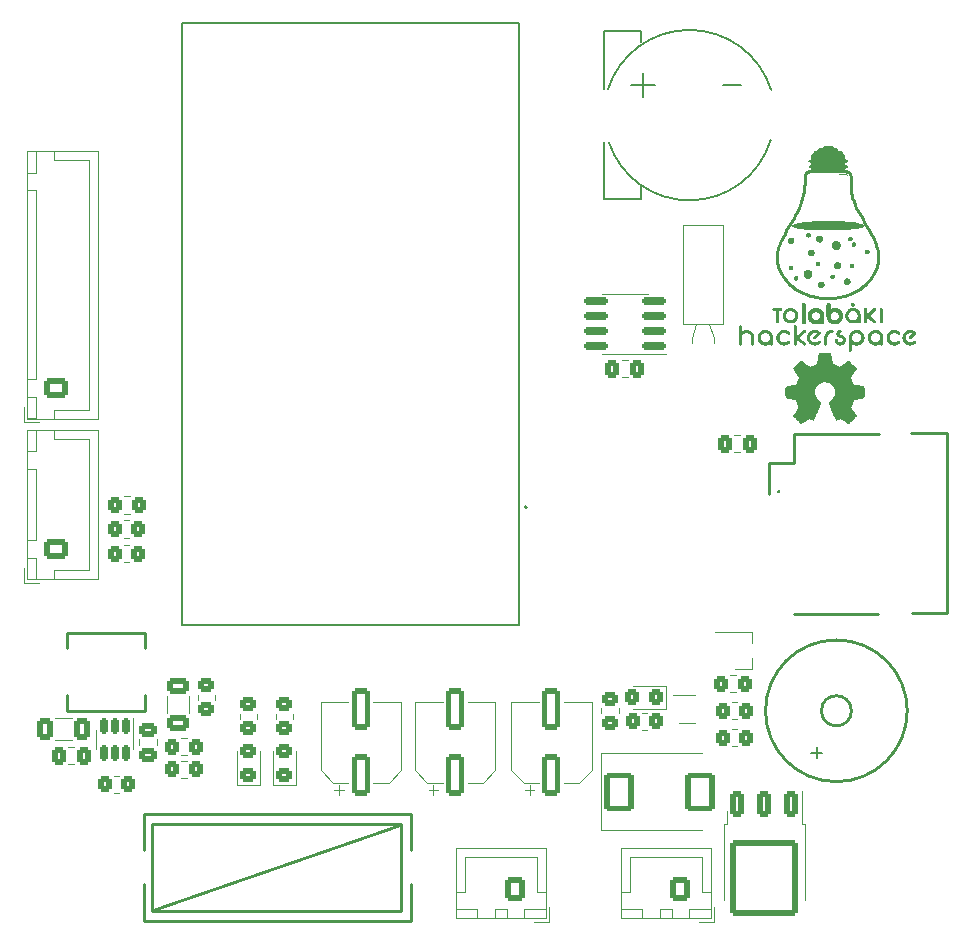
<source format=gto>
G04 #@! TF.GenerationSoftware,KiCad,Pcbnew,7.0.8*
G04 #@! TF.CreationDate,2023-10-27T20:47:02+03:00*
G04 #@! TF.ProjectId,door-lock-pcb,646f6f72-2d6c-46f6-936b-2d7063622e6b,rev?*
G04 #@! TF.SameCoordinates,Original*
G04 #@! TF.FileFunction,Legend,Top*
G04 #@! TF.FilePolarity,Positive*
%FSLAX46Y46*%
G04 Gerber Fmt 4.6, Leading zero omitted, Abs format (unit mm)*
G04 Created by KiCad (PCBNEW 7.0.8) date 2023-10-27 20:47:02*
%MOMM*%
%LPD*%
G01*
G04 APERTURE LIST*
G04 Aperture macros list*
%AMRoundRect*
0 Rectangle with rounded corners*
0 $1 Rounding radius*
0 $2 $3 $4 $5 $6 $7 $8 $9 X,Y pos of 4 corners*
0 Add a 4 corners polygon primitive as box body*
4,1,4,$2,$3,$4,$5,$6,$7,$8,$9,$2,$3,0*
0 Add four circle primitives for the rounded corners*
1,1,$1+$1,$2,$3*
1,1,$1+$1,$4,$5*
1,1,$1+$1,$6,$7*
1,1,$1+$1,$8,$9*
0 Add four rect primitives between the rounded corners*
20,1,$1+$1,$2,$3,$4,$5,0*
20,1,$1+$1,$4,$5,$6,$7,0*
20,1,$1+$1,$6,$7,$8,$9,0*
20,1,$1+$1,$8,$9,$2,$3,0*%
G04 Aperture macros list end*
%ADD10C,0.000000*%
%ADD11C,0.081160*%
%ADD12C,0.095249*%
%ADD13C,0.220000*%
%ADD14C,0.089301*%
%ADD15C,0.040580*%
%ADD16C,0.150000*%
%ADD17C,0.120000*%
%ADD18C,0.127000*%
%ADD19C,0.200000*%
%ADD20C,0.010000*%
%ADD21C,0.250000*%
%ADD22R,0.650000X0.400000*%
%ADD23RoundRect,0.250000X0.350000X0.450000X-0.350000X0.450000X-0.350000X-0.450000X0.350000X-0.450000X0*%
%ADD24RoundRect,0.250000X0.337500X0.475000X-0.337500X0.475000X-0.337500X-0.475000X0.337500X-0.475000X0*%
%ADD25RoundRect,0.250000X0.550000X-1.500000X0.550000X1.500000X-0.550000X1.500000X-0.550000X-1.500000X0*%
%ADD26R,2.000000X2.000000*%
%ADD27C,2.000000*%
%ADD28RoundRect,0.250000X0.450000X-0.325000X0.450000X0.325000X-0.450000X0.325000X-0.450000X-0.325000X0*%
%ADD29RoundRect,0.250000X-0.450000X0.350000X-0.450000X-0.350000X0.450000X-0.350000X0.450000X0.350000X0*%
%ADD30RoundRect,0.250000X-0.350000X-0.450000X0.350000X-0.450000X0.350000X0.450000X-0.350000X0.450000X0*%
%ADD31RoundRect,0.250000X-0.337500X-0.475000X0.337500X-0.475000X0.337500X0.475000X-0.337500X0.475000X0*%
%ADD32C,1.800000*%
%ADD33RoundRect,0.250000X0.450000X-0.350000X0.450000X0.350000X-0.450000X0.350000X-0.450000X-0.350000X0*%
%ADD34C,0.800000*%
%ADD35C,6.400000*%
%ADD36RoundRect,0.250000X0.725000X-0.600000X0.725000X0.600000X-0.725000X0.600000X-0.725000X-0.600000X0*%
%ADD37O,1.950000X1.700000*%
%ADD38RoundRect,0.250000X0.412500X0.650000X-0.412500X0.650000X-0.412500X-0.650000X0.412500X-0.650000X0*%
%ADD39C,1.200000*%
%ADD40R,1.600000X0.700000*%
%ADD41R,1.500000X1.200000*%
%ADD42R,2.200000X1.200000*%
%ADD43R,1.500000X1.600000*%
%ADD44RoundRect,0.250000X0.325000X0.450000X-0.325000X0.450000X-0.325000X-0.450000X0.325000X-0.450000X0*%
%ADD45R,2.350000X3.500000*%
%ADD46RoundRect,0.250000X0.600000X0.750000X-0.600000X0.750000X-0.600000X-0.750000X0.600000X-0.750000X0*%
%ADD47O,1.700000X2.000000*%
%ADD48O,1.000000X2.400000*%
%ADD49RoundRect,0.250000X-0.350000X0.850000X-0.350000X-0.850000X0.350000X-0.850000X0.350000X0.850000X0*%
%ADD50RoundRect,0.249997X-2.650003X2.950003X-2.650003X-2.950003X2.650003X-2.950003X2.650003X2.950003X0*%
%ADD51RoundRect,0.150000X-0.150000X0.512500X-0.150000X-0.512500X0.150000X-0.512500X0.150000X0.512500X0*%
%ADD52RoundRect,0.250000X1.000000X-1.400000X1.000000X1.400000X-1.000000X1.400000X-1.000000X-1.400000X0*%
%ADD53RoundRect,0.150000X0.825000X0.150000X-0.825000X0.150000X-0.825000X-0.150000X0.825000X-0.150000X0*%
%ADD54R,1.900000X0.800000*%
%ADD55RoundRect,0.250000X-0.650000X0.412500X-0.650000X-0.412500X0.650000X-0.412500X0.650000X0.412500X0*%
%ADD56C,1.000000*%
%ADD57RoundRect,0.250000X0.475000X-0.337500X0.475000X0.337500X-0.475000X0.337500X-0.475000X-0.337500X0*%
%ADD58C,1.500000*%
%ADD59R,4.400000X2.300000*%
%ADD60R,4.000000X2.300000*%
G04 APERTURE END LIST*
D10*
G36*
X197721455Y-84756386D02*
G01*
X197728176Y-84756843D01*
X197734779Y-84757605D01*
X197741263Y-84758673D01*
X197747626Y-84760047D01*
X197753869Y-84761728D01*
X197759991Y-84763716D01*
X197765990Y-84766012D01*
X197771867Y-84768617D01*
X197777620Y-84771530D01*
X197783249Y-84774753D01*
X197788754Y-84778285D01*
X197794132Y-84782128D01*
X197799384Y-84786283D01*
X197804510Y-84790748D01*
X197809507Y-84795526D01*
X197814290Y-84800542D01*
X197818771Y-84805678D01*
X197822948Y-84810935D01*
X197826822Y-84816313D01*
X197830390Y-84821812D01*
X197833653Y-84827433D01*
X197836610Y-84833176D01*
X197839258Y-84839042D01*
X197841599Y-84845030D01*
X197843630Y-84851142D01*
X197845351Y-84857377D01*
X197846761Y-84863736D01*
X197847859Y-84870219D01*
X197848645Y-84876827D01*
X197849117Y-84883559D01*
X197849274Y-84890417D01*
X197849274Y-85944598D01*
X197849117Y-85951457D01*
X197848645Y-85958193D01*
X197847859Y-85964806D01*
X197846761Y-85971295D01*
X197845351Y-85977662D01*
X197843630Y-85983904D01*
X197841599Y-85990023D01*
X197839258Y-85996017D01*
X197836610Y-86001888D01*
X197833653Y-86007634D01*
X197830390Y-86013256D01*
X197826822Y-86018753D01*
X197822948Y-86024125D01*
X197818771Y-86029372D01*
X197814290Y-86034494D01*
X197809507Y-86039491D01*
X197804529Y-86044272D01*
X197799418Y-86048749D01*
X197794176Y-86052920D01*
X197788804Y-86056786D01*
X197783302Y-86060346D01*
X197777672Y-86063599D01*
X197771916Y-86066544D01*
X197766035Y-86069182D01*
X197760029Y-86071511D01*
X197753901Y-86073532D01*
X197747650Y-86075243D01*
X197741280Y-86076644D01*
X197734789Y-86077735D01*
X197728181Y-86078515D01*
X197721456Y-86078983D01*
X197714616Y-86079139D01*
X197714616Y-86079138D01*
X197707737Y-86078983D01*
X197700986Y-86078518D01*
X197694363Y-86077744D01*
X197687868Y-86076659D01*
X197681499Y-86075265D01*
X197675257Y-86073562D01*
X197669141Y-86071548D01*
X197663151Y-86069225D01*
X197657287Y-86066592D01*
X197651548Y-86063649D01*
X197645933Y-86060397D01*
X197640444Y-86056835D01*
X197635078Y-86052964D01*
X197629836Y-86048782D01*
X197624718Y-86044291D01*
X197619723Y-86039491D01*
X197614943Y-86034494D01*
X197610470Y-86029372D01*
X197606304Y-86024125D01*
X197602446Y-86018753D01*
X197598895Y-86013256D01*
X197595652Y-86007634D01*
X197592717Y-86001888D01*
X197590091Y-85996017D01*
X197587773Y-85990023D01*
X197585763Y-85983904D01*
X197584062Y-85977662D01*
X197582670Y-85971295D01*
X197581587Y-85964806D01*
X197580813Y-85958193D01*
X197580348Y-85951457D01*
X197580194Y-85944598D01*
X197580194Y-84890417D01*
X197580348Y-84883559D01*
X197580813Y-84876827D01*
X197581587Y-84870219D01*
X197582670Y-84863736D01*
X197584062Y-84857377D01*
X197585763Y-84851142D01*
X197587773Y-84845030D01*
X197590091Y-84839042D01*
X197592717Y-84833176D01*
X197595652Y-84827433D01*
X197598895Y-84821812D01*
X197602446Y-84816313D01*
X197606304Y-84810935D01*
X197610470Y-84805678D01*
X197614943Y-84800542D01*
X197619723Y-84795526D01*
X197624718Y-84790748D01*
X197629836Y-84786283D01*
X197635078Y-84782128D01*
X197640444Y-84778285D01*
X197645933Y-84774753D01*
X197651548Y-84771530D01*
X197657287Y-84768617D01*
X197663151Y-84766012D01*
X197669141Y-84763716D01*
X197675257Y-84761728D01*
X197681499Y-84760047D01*
X197687868Y-84758673D01*
X197694363Y-84757605D01*
X197700986Y-84756843D01*
X197707737Y-84756386D01*
X197714616Y-84756234D01*
X197721455Y-84756386D01*
G37*
D11*
X193576436Y-81933140D02*
X193584094Y-81933722D01*
X193591640Y-81934681D01*
X193599066Y-81936007D01*
X193606362Y-81937691D01*
X193613518Y-81939723D01*
X193620524Y-81942094D01*
X193627372Y-81944794D01*
X193634052Y-81947814D01*
X193640554Y-81951144D01*
X193646869Y-81954775D01*
X193652987Y-81958697D01*
X193658899Y-81962902D01*
X193664596Y-81967378D01*
X193670067Y-81972118D01*
X193675304Y-81977111D01*
X193680297Y-81982348D01*
X193685037Y-81987820D01*
X193689514Y-81993516D01*
X193693718Y-81999429D01*
X193697640Y-82005547D01*
X193701271Y-82011862D01*
X193704601Y-82018364D01*
X193707621Y-82025043D01*
X193710321Y-82031891D01*
X193712692Y-82038898D01*
X193714724Y-82046054D01*
X193716408Y-82053349D01*
X193717734Y-82060775D01*
X193718693Y-82068322D01*
X193719275Y-82075980D01*
X193719472Y-82083740D01*
X193719275Y-82091499D01*
X193718693Y-82099158D01*
X193717734Y-82106704D01*
X193716408Y-82114130D01*
X193714724Y-82121426D01*
X193712692Y-82128581D01*
X193710321Y-82135588D01*
X193707621Y-82142436D01*
X193704601Y-82149116D01*
X193701271Y-82155618D01*
X193697640Y-82161932D01*
X193693718Y-82168051D01*
X193689514Y-82173963D01*
X193685037Y-82179660D01*
X193680297Y-82185131D01*
X193675304Y-82190368D01*
X193670067Y-82195361D01*
X193664596Y-82200101D01*
X193658899Y-82204578D01*
X193652987Y-82208782D01*
X193646869Y-82212704D01*
X193640554Y-82216335D01*
X193634052Y-82219665D01*
X193627372Y-82222685D01*
X193620524Y-82225385D01*
X193613518Y-82227756D01*
X193606362Y-82229788D01*
X193599066Y-82231472D01*
X193591640Y-82232798D01*
X193584094Y-82233757D01*
X193576436Y-82234339D01*
X193568676Y-82234536D01*
X193560916Y-82234339D01*
X193553258Y-82233757D01*
X193545711Y-82232798D01*
X193538285Y-82231472D01*
X193530990Y-82229788D01*
X193523834Y-82227756D01*
X193516827Y-82225385D01*
X193509979Y-82222685D01*
X193503300Y-82219665D01*
X193496798Y-82216335D01*
X193490483Y-82212704D01*
X193484365Y-82208782D01*
X193478452Y-82204578D01*
X193472756Y-82200101D01*
X193467284Y-82195361D01*
X193462047Y-82190368D01*
X193457054Y-82185131D01*
X193452315Y-82179660D01*
X193447838Y-82173963D01*
X193443634Y-82168051D01*
X193439711Y-82161932D01*
X193436080Y-82155618D01*
X193432750Y-82149116D01*
X193429730Y-82142436D01*
X193427030Y-82135588D01*
X193424659Y-82128581D01*
X193422627Y-82121426D01*
X193420943Y-82114130D01*
X193419617Y-82106704D01*
X193418658Y-82099158D01*
X193418076Y-82091499D01*
X193417880Y-82083740D01*
X193418076Y-82075980D01*
X193418658Y-82068322D01*
X193419617Y-82060775D01*
X193420943Y-82053349D01*
X193422627Y-82046054D01*
X193424659Y-82038898D01*
X193427030Y-82031891D01*
X193429730Y-82025043D01*
X193432750Y-82018364D01*
X193436080Y-82011862D01*
X193439711Y-82005547D01*
X193443634Y-81999429D01*
X193447838Y-81993516D01*
X193452315Y-81987820D01*
X193457054Y-81982348D01*
X193462047Y-81977111D01*
X193467284Y-81972118D01*
X193472756Y-81967378D01*
X193478452Y-81962902D01*
X193484365Y-81958697D01*
X193490483Y-81954775D01*
X193496798Y-81951144D01*
X193503300Y-81947814D01*
X193509979Y-81944794D01*
X193516827Y-81942094D01*
X193523834Y-81939723D01*
X193530990Y-81937691D01*
X193538285Y-81936007D01*
X193545711Y-81934681D01*
X193553258Y-81933722D01*
X193560916Y-81933140D01*
X193568676Y-81932944D01*
X193576436Y-81933140D01*
G36*
X193576436Y-81933140D02*
G01*
X193584094Y-81933722D01*
X193591640Y-81934681D01*
X193599066Y-81936007D01*
X193606362Y-81937691D01*
X193613518Y-81939723D01*
X193620524Y-81942094D01*
X193627372Y-81944794D01*
X193634052Y-81947814D01*
X193640554Y-81951144D01*
X193646869Y-81954775D01*
X193652987Y-81958697D01*
X193658899Y-81962902D01*
X193664596Y-81967378D01*
X193670067Y-81972118D01*
X193675304Y-81977111D01*
X193680297Y-81982348D01*
X193685037Y-81987820D01*
X193689514Y-81993516D01*
X193693718Y-81999429D01*
X193697640Y-82005547D01*
X193701271Y-82011862D01*
X193704601Y-82018364D01*
X193707621Y-82025043D01*
X193710321Y-82031891D01*
X193712692Y-82038898D01*
X193714724Y-82046054D01*
X193716408Y-82053349D01*
X193717734Y-82060775D01*
X193718693Y-82068322D01*
X193719275Y-82075980D01*
X193719472Y-82083740D01*
X193719275Y-82091499D01*
X193718693Y-82099158D01*
X193717734Y-82106704D01*
X193716408Y-82114130D01*
X193714724Y-82121426D01*
X193712692Y-82128581D01*
X193710321Y-82135588D01*
X193707621Y-82142436D01*
X193704601Y-82149116D01*
X193701271Y-82155618D01*
X193697640Y-82161932D01*
X193693718Y-82168051D01*
X193689514Y-82173963D01*
X193685037Y-82179660D01*
X193680297Y-82185131D01*
X193675304Y-82190368D01*
X193670067Y-82195361D01*
X193664596Y-82200101D01*
X193658899Y-82204578D01*
X193652987Y-82208782D01*
X193646869Y-82212704D01*
X193640554Y-82216335D01*
X193634052Y-82219665D01*
X193627372Y-82222685D01*
X193620524Y-82225385D01*
X193613518Y-82227756D01*
X193606362Y-82229788D01*
X193599066Y-82231472D01*
X193591640Y-82232798D01*
X193584094Y-82233757D01*
X193576436Y-82234339D01*
X193568676Y-82234536D01*
X193560916Y-82234339D01*
X193553258Y-82233757D01*
X193545711Y-82232798D01*
X193538285Y-82231472D01*
X193530990Y-82229788D01*
X193523834Y-82227756D01*
X193516827Y-82225385D01*
X193509979Y-82222685D01*
X193503300Y-82219665D01*
X193496798Y-82216335D01*
X193490483Y-82212704D01*
X193484365Y-82208782D01*
X193478452Y-82204578D01*
X193472756Y-82200101D01*
X193467284Y-82195361D01*
X193462047Y-82190368D01*
X193457054Y-82185131D01*
X193452315Y-82179660D01*
X193447838Y-82173963D01*
X193443634Y-82168051D01*
X193439711Y-82161932D01*
X193436080Y-82155618D01*
X193432750Y-82149116D01*
X193429730Y-82142436D01*
X193427030Y-82135588D01*
X193424659Y-82128581D01*
X193422627Y-82121426D01*
X193420943Y-82114130D01*
X193419617Y-82106704D01*
X193418658Y-82099158D01*
X193418076Y-82091499D01*
X193417880Y-82083740D01*
X193418076Y-82075980D01*
X193418658Y-82068322D01*
X193419617Y-82060775D01*
X193420943Y-82053349D01*
X193422627Y-82046054D01*
X193424659Y-82038898D01*
X193427030Y-82031891D01*
X193429730Y-82025043D01*
X193432750Y-82018364D01*
X193436080Y-82011862D01*
X193439711Y-82005547D01*
X193443634Y-81999429D01*
X193447838Y-81993516D01*
X193452315Y-81987820D01*
X193457054Y-81982348D01*
X193462047Y-81977111D01*
X193467284Y-81972118D01*
X193472756Y-81967378D01*
X193478452Y-81962902D01*
X193484365Y-81958697D01*
X193490483Y-81954775D01*
X193496798Y-81951144D01*
X193503300Y-81947814D01*
X193509979Y-81944794D01*
X193516827Y-81942094D01*
X193523834Y-81939723D01*
X193530990Y-81937691D01*
X193538285Y-81936007D01*
X193545711Y-81934681D01*
X193553258Y-81933722D01*
X193560916Y-81933140D01*
X193568676Y-81932944D01*
X193576436Y-81933140D01*
G37*
D12*
X193230337Y-84368603D02*
X193237088Y-84369072D01*
X193243711Y-84369852D01*
X193250207Y-84370944D01*
X193256575Y-84372347D01*
X193262817Y-84374060D01*
X193268933Y-84376084D01*
X193274923Y-84378419D01*
X193280788Y-84381063D01*
X193286527Y-84384016D01*
X193292141Y-84387279D01*
X193297631Y-84390850D01*
X193302996Y-84394729D01*
X193308238Y-84398917D01*
X193313356Y-84403412D01*
X193318351Y-84408214D01*
X193323132Y-84413209D01*
X193327605Y-84418327D01*
X193331770Y-84423569D01*
X193335629Y-84428935D01*
X193339179Y-84434425D01*
X193342422Y-84440039D01*
X193345357Y-84445778D01*
X193347983Y-84451642D01*
X193350301Y-84457632D01*
X193352311Y-84463748D01*
X193354012Y-84469990D01*
X193355404Y-84476359D01*
X193356487Y-84482854D01*
X193357261Y-84489477D01*
X193357725Y-84496228D01*
X193357880Y-84503107D01*
X193357880Y-84890298D01*
X193379176Y-84874985D01*
X193400871Y-84860657D01*
X193422966Y-84847315D01*
X193445462Y-84834960D01*
X193468357Y-84823590D01*
X193491654Y-84813208D01*
X193515351Y-84803812D01*
X193539450Y-84795405D01*
X193563951Y-84787985D01*
X193588854Y-84781553D01*
X193614160Y-84776110D01*
X193639868Y-84771655D01*
X193665980Y-84768190D01*
X193692495Y-84765715D01*
X193719415Y-84764229D01*
X193746738Y-84763734D01*
X193780515Y-84764488D01*
X193813666Y-84766747D01*
X193846190Y-84770513D01*
X193878088Y-84775784D01*
X193909359Y-84782559D01*
X193940003Y-84790839D01*
X193970018Y-84800623D01*
X193999404Y-84811910D01*
X194028161Y-84824699D01*
X194056288Y-84838991D01*
X194083785Y-84854785D01*
X194110651Y-84872079D01*
X194136885Y-84890874D01*
X194162488Y-84911169D01*
X194187458Y-84932964D01*
X194211796Y-84956258D01*
X194235109Y-84980615D01*
X194256919Y-85005600D01*
X194277224Y-85031214D01*
X194296025Y-85057455D01*
X194313322Y-85084326D01*
X194329115Y-85111825D01*
X194343404Y-85139953D01*
X194356189Y-85168710D01*
X194367470Y-85198096D01*
X194377246Y-85228112D01*
X194385519Y-85258757D01*
X194392287Y-85290032D01*
X194397552Y-85321938D01*
X194401312Y-85354473D01*
X194403568Y-85387638D01*
X194404320Y-85421434D01*
X194403568Y-85455188D01*
X194401312Y-85488317D01*
X194397551Y-85520821D01*
X194392287Y-85552699D01*
X194385519Y-85583951D01*
X194377246Y-85614578D01*
X194367470Y-85644578D01*
X194356189Y-85673952D01*
X194343404Y-85702699D01*
X194329115Y-85730820D01*
X194313322Y-85758314D01*
X194296025Y-85785180D01*
X194277224Y-85811420D01*
X194256919Y-85837032D01*
X194235109Y-85862017D01*
X194211796Y-85886374D01*
X194187458Y-85909687D01*
X194162488Y-85931497D01*
X194136885Y-85951802D01*
X194110651Y-85970603D01*
X194083785Y-85987900D01*
X194056288Y-86003693D01*
X194028161Y-86017982D01*
X193999404Y-86030767D01*
X193970018Y-86042047D01*
X193940003Y-86051824D01*
X193909359Y-86060096D01*
X193878088Y-86066865D01*
X193846190Y-86072129D01*
X193813666Y-86075889D01*
X193780515Y-86078145D01*
X193746738Y-86078897D01*
X193712962Y-86078145D01*
X193679811Y-86075889D01*
X193647285Y-86072129D01*
X193615386Y-86066864D01*
X193584113Y-86060096D01*
X193553467Y-86051823D01*
X193523449Y-86042047D01*
X193494058Y-86030766D01*
X193465294Y-86017981D01*
X193437159Y-86003692D01*
X193409653Y-85987899D01*
X193382775Y-85970602D01*
X193356527Y-85951801D01*
X193330908Y-85931496D01*
X193305919Y-85909687D01*
X193281561Y-85886374D01*
X193258542Y-85862334D01*
X193236990Y-85837678D01*
X193216905Y-85812406D01*
X193198286Y-85786516D01*
X193181133Y-85760010D01*
X193165445Y-85732888D01*
X193151222Y-85705149D01*
X193138463Y-85676793D01*
X193127168Y-85647820D01*
X193117335Y-85618231D01*
X193108966Y-85588025D01*
X193102058Y-85557202D01*
X193096612Y-85525763D01*
X193092627Y-85493707D01*
X193090102Y-85461034D01*
X193089727Y-85449297D01*
X193356570Y-85449297D01*
X193357956Y-85467223D01*
X193360103Y-85484836D01*
X193363011Y-85502136D01*
X193366681Y-85519121D01*
X193371112Y-85535792D01*
X193376304Y-85552148D01*
X193382257Y-85568188D01*
X193388970Y-85583912D01*
X193396444Y-85599319D01*
X193404678Y-85614409D01*
X193413672Y-85629181D01*
X193423426Y-85643635D01*
X193433940Y-85657770D01*
X193445213Y-85671585D01*
X193457246Y-85685081D01*
X193470037Y-85698257D01*
X193484534Y-85712161D01*
X193499405Y-85725163D01*
X193514649Y-85737266D01*
X193530266Y-85748469D01*
X193546257Y-85758772D01*
X193562621Y-85768177D01*
X193579357Y-85776684D01*
X193596467Y-85784293D01*
X193613949Y-85791004D01*
X193631803Y-85796820D01*
X193650029Y-85801739D01*
X193668628Y-85805762D01*
X193687598Y-85808891D01*
X193706940Y-85811125D01*
X193726654Y-85812465D01*
X193746738Y-85812911D01*
X193766780Y-85812468D01*
X193786452Y-85811136D01*
X193805755Y-85808915D01*
X193824687Y-85805805D01*
X193843248Y-85801805D01*
X193861437Y-85796914D01*
X193879254Y-85791131D01*
X193896697Y-85784456D01*
X193913767Y-85776888D01*
X193930462Y-85768427D01*
X193946782Y-85759071D01*
X193962725Y-85748820D01*
X193978292Y-85737673D01*
X193993481Y-85725630D01*
X194008293Y-85712689D01*
X194022725Y-85698851D01*
X194036543Y-85684441D01*
X194049465Y-85669651D01*
X194061492Y-85654482D01*
X194072626Y-85638934D01*
X194082865Y-85623008D01*
X194092212Y-85606703D01*
X194100665Y-85590019D01*
X194108227Y-85572957D01*
X194114897Y-85555517D01*
X194120676Y-85537699D01*
X194125565Y-85519503D01*
X194129563Y-85500930D01*
X194132672Y-85481979D01*
X194134893Y-85462651D01*
X194136224Y-85442946D01*
X194136668Y-85422864D01*
X194136224Y-85402819D01*
X194134893Y-85383135D01*
X194132672Y-85363813D01*
X194129563Y-85344856D01*
X194125565Y-85326264D01*
X194120676Y-85308040D01*
X194114897Y-85290183D01*
X194108227Y-85272697D01*
X194100665Y-85255581D01*
X194092212Y-85238838D01*
X194082865Y-85222469D01*
X194072626Y-85206475D01*
X194061492Y-85190858D01*
X194049465Y-85175619D01*
X194036543Y-85160760D01*
X194022725Y-85146282D01*
X194008273Y-85132377D01*
X193993447Y-85119370D01*
X193978248Y-85107262D01*
X193962675Y-85096051D01*
X193946729Y-85085738D01*
X193930410Y-85076324D01*
X193913717Y-85067806D01*
X193896653Y-85060186D01*
X193879215Y-85053463D01*
X193861406Y-85047637D01*
X193843224Y-85042708D01*
X193824670Y-85038675D01*
X193805745Y-85035539D01*
X193786447Y-85033299D01*
X193766778Y-85031955D01*
X193746738Y-85031507D01*
X193726652Y-85031955D01*
X193706935Y-85033299D01*
X193687588Y-85035539D01*
X193668611Y-85038675D01*
X193650005Y-85042708D01*
X193631771Y-85047637D01*
X193613910Y-85053463D01*
X193596422Y-85060186D01*
X193579308Y-85067806D01*
X193562568Y-85076324D01*
X193546204Y-85085738D01*
X193530216Y-85096051D01*
X193514604Y-85107262D01*
X193499370Y-85119370D01*
X193484514Y-85132377D01*
X193470037Y-85146282D01*
X193458154Y-85158603D01*
X193446925Y-85171190D01*
X193436350Y-85184043D01*
X193426429Y-85197162D01*
X193417159Y-85210548D01*
X193408542Y-85224200D01*
X193400574Y-85238120D01*
X193393257Y-85252307D01*
X193386588Y-85266762D01*
X193380567Y-85281485D01*
X193375193Y-85296477D01*
X193370465Y-85311738D01*
X193366383Y-85327269D01*
X193362945Y-85343068D01*
X193360151Y-85359138D01*
X193357999Y-85375479D01*
X193357999Y-85425722D01*
X193357977Y-85428635D01*
X193357910Y-85431565D01*
X193357798Y-85434510D01*
X193357642Y-85437464D01*
X193357441Y-85440424D01*
X193357195Y-85443386D01*
X193356905Y-85446345D01*
X193356570Y-85449297D01*
X193089727Y-85449297D01*
X193089038Y-85427744D01*
X193089038Y-84503107D01*
X193089192Y-84496228D01*
X193089657Y-84489477D01*
X193090431Y-84482854D01*
X193091514Y-84476359D01*
X193092906Y-84469990D01*
X193094607Y-84463748D01*
X193096616Y-84457632D01*
X193098935Y-84451642D01*
X193101561Y-84445778D01*
X193104496Y-84440039D01*
X193107739Y-84434425D01*
X193111289Y-84428935D01*
X193115147Y-84423569D01*
X193119313Y-84418327D01*
X193123786Y-84413209D01*
X193128566Y-84408214D01*
X193133564Y-84403412D01*
X193138689Y-84398917D01*
X193143942Y-84394729D01*
X193149320Y-84390850D01*
X193154825Y-84387279D01*
X193160454Y-84384016D01*
X193166207Y-84381063D01*
X193172084Y-84378419D01*
X193178083Y-84376084D01*
X193184205Y-84374060D01*
X193190448Y-84372347D01*
X193196811Y-84370944D01*
X193203295Y-84369852D01*
X193209898Y-84369072D01*
X193216619Y-84368603D01*
X193223459Y-84368447D01*
X193230337Y-84368603D01*
G36*
X193230337Y-84368603D02*
G01*
X193237088Y-84369072D01*
X193243711Y-84369852D01*
X193250207Y-84370944D01*
X193256575Y-84372347D01*
X193262817Y-84374060D01*
X193268933Y-84376084D01*
X193274923Y-84378419D01*
X193280788Y-84381063D01*
X193286527Y-84384016D01*
X193292141Y-84387279D01*
X193297631Y-84390850D01*
X193302996Y-84394729D01*
X193308238Y-84398917D01*
X193313356Y-84403412D01*
X193318351Y-84408214D01*
X193323132Y-84413209D01*
X193327605Y-84418327D01*
X193331770Y-84423569D01*
X193335629Y-84428935D01*
X193339179Y-84434425D01*
X193342422Y-84440039D01*
X193345357Y-84445778D01*
X193347983Y-84451642D01*
X193350301Y-84457632D01*
X193352311Y-84463748D01*
X193354012Y-84469990D01*
X193355404Y-84476359D01*
X193356487Y-84482854D01*
X193357261Y-84489477D01*
X193357725Y-84496228D01*
X193357880Y-84503107D01*
X193357880Y-84890298D01*
X193379176Y-84874985D01*
X193400871Y-84860657D01*
X193422966Y-84847315D01*
X193445462Y-84834960D01*
X193468357Y-84823590D01*
X193491654Y-84813208D01*
X193515351Y-84803812D01*
X193539450Y-84795405D01*
X193563951Y-84787985D01*
X193588854Y-84781553D01*
X193614160Y-84776110D01*
X193639868Y-84771655D01*
X193665980Y-84768190D01*
X193692495Y-84765715D01*
X193719415Y-84764229D01*
X193746738Y-84763734D01*
X193780515Y-84764488D01*
X193813666Y-84766747D01*
X193846190Y-84770513D01*
X193878088Y-84775784D01*
X193909359Y-84782559D01*
X193940003Y-84790839D01*
X193970018Y-84800623D01*
X193999404Y-84811910D01*
X194028161Y-84824699D01*
X194056288Y-84838991D01*
X194083785Y-84854785D01*
X194110651Y-84872079D01*
X194136885Y-84890874D01*
X194162488Y-84911169D01*
X194187458Y-84932964D01*
X194211796Y-84956258D01*
X194235109Y-84980615D01*
X194256919Y-85005600D01*
X194277224Y-85031214D01*
X194296025Y-85057455D01*
X194313322Y-85084326D01*
X194329115Y-85111825D01*
X194343404Y-85139953D01*
X194356189Y-85168710D01*
X194367470Y-85198096D01*
X194377246Y-85228112D01*
X194385519Y-85258757D01*
X194392287Y-85290032D01*
X194397552Y-85321938D01*
X194401312Y-85354473D01*
X194403568Y-85387638D01*
X194404320Y-85421434D01*
X194403568Y-85455188D01*
X194401312Y-85488317D01*
X194397551Y-85520821D01*
X194392287Y-85552699D01*
X194385519Y-85583951D01*
X194377246Y-85614578D01*
X194367470Y-85644578D01*
X194356189Y-85673952D01*
X194343404Y-85702699D01*
X194329115Y-85730820D01*
X194313322Y-85758314D01*
X194296025Y-85785180D01*
X194277224Y-85811420D01*
X194256919Y-85837032D01*
X194235109Y-85862017D01*
X194211796Y-85886374D01*
X194187458Y-85909687D01*
X194162488Y-85931497D01*
X194136885Y-85951802D01*
X194110651Y-85970603D01*
X194083785Y-85987900D01*
X194056288Y-86003693D01*
X194028161Y-86017982D01*
X193999404Y-86030767D01*
X193970018Y-86042047D01*
X193940003Y-86051824D01*
X193909359Y-86060096D01*
X193878088Y-86066865D01*
X193846190Y-86072129D01*
X193813666Y-86075889D01*
X193780515Y-86078145D01*
X193746738Y-86078897D01*
X193712962Y-86078145D01*
X193679811Y-86075889D01*
X193647285Y-86072129D01*
X193615386Y-86066864D01*
X193584113Y-86060096D01*
X193553467Y-86051823D01*
X193523449Y-86042047D01*
X193494058Y-86030766D01*
X193465294Y-86017981D01*
X193437159Y-86003692D01*
X193409653Y-85987899D01*
X193382775Y-85970602D01*
X193356527Y-85951801D01*
X193330908Y-85931496D01*
X193305919Y-85909687D01*
X193281561Y-85886374D01*
X193258542Y-85862334D01*
X193236990Y-85837678D01*
X193216905Y-85812406D01*
X193198286Y-85786516D01*
X193181133Y-85760010D01*
X193165445Y-85732888D01*
X193151222Y-85705149D01*
X193138463Y-85676793D01*
X193127168Y-85647820D01*
X193117335Y-85618231D01*
X193108966Y-85588025D01*
X193102058Y-85557202D01*
X193096612Y-85525763D01*
X193092627Y-85493707D01*
X193090102Y-85461034D01*
X193089727Y-85449297D01*
X193356570Y-85449297D01*
X193357956Y-85467223D01*
X193360103Y-85484836D01*
X193363011Y-85502136D01*
X193366681Y-85519121D01*
X193371112Y-85535792D01*
X193376304Y-85552148D01*
X193382257Y-85568188D01*
X193388970Y-85583912D01*
X193396444Y-85599319D01*
X193404678Y-85614409D01*
X193413672Y-85629181D01*
X193423426Y-85643635D01*
X193433940Y-85657770D01*
X193445213Y-85671585D01*
X193457246Y-85685081D01*
X193470037Y-85698257D01*
X193484534Y-85712161D01*
X193499405Y-85725163D01*
X193514649Y-85737266D01*
X193530266Y-85748469D01*
X193546257Y-85758772D01*
X193562621Y-85768177D01*
X193579357Y-85776684D01*
X193596467Y-85784293D01*
X193613949Y-85791004D01*
X193631803Y-85796820D01*
X193650029Y-85801739D01*
X193668628Y-85805762D01*
X193687598Y-85808891D01*
X193706940Y-85811125D01*
X193726654Y-85812465D01*
X193746738Y-85812911D01*
X193766780Y-85812468D01*
X193786452Y-85811136D01*
X193805755Y-85808915D01*
X193824687Y-85805805D01*
X193843248Y-85801805D01*
X193861437Y-85796914D01*
X193879254Y-85791131D01*
X193896697Y-85784456D01*
X193913767Y-85776888D01*
X193930462Y-85768427D01*
X193946782Y-85759071D01*
X193962725Y-85748820D01*
X193978292Y-85737673D01*
X193993481Y-85725630D01*
X194008293Y-85712689D01*
X194022725Y-85698851D01*
X194036543Y-85684441D01*
X194049465Y-85669651D01*
X194061492Y-85654482D01*
X194072626Y-85638934D01*
X194082865Y-85623008D01*
X194092212Y-85606703D01*
X194100665Y-85590019D01*
X194108227Y-85572957D01*
X194114897Y-85555517D01*
X194120676Y-85537699D01*
X194125565Y-85519503D01*
X194129563Y-85500930D01*
X194132672Y-85481979D01*
X194134893Y-85462651D01*
X194136224Y-85442946D01*
X194136668Y-85422864D01*
X194136224Y-85402819D01*
X194134893Y-85383135D01*
X194132672Y-85363813D01*
X194129563Y-85344856D01*
X194125565Y-85326264D01*
X194120676Y-85308040D01*
X194114897Y-85290183D01*
X194108227Y-85272697D01*
X194100665Y-85255581D01*
X194092212Y-85238838D01*
X194082865Y-85222469D01*
X194072626Y-85206475D01*
X194061492Y-85190858D01*
X194049465Y-85175619D01*
X194036543Y-85160760D01*
X194022725Y-85146282D01*
X194008273Y-85132377D01*
X193993447Y-85119370D01*
X193978248Y-85107262D01*
X193962675Y-85096051D01*
X193946729Y-85085738D01*
X193930410Y-85076324D01*
X193913717Y-85067806D01*
X193896653Y-85060186D01*
X193879215Y-85053463D01*
X193861406Y-85047637D01*
X193843224Y-85042708D01*
X193824670Y-85038675D01*
X193805745Y-85035539D01*
X193786447Y-85033299D01*
X193766778Y-85031955D01*
X193746738Y-85031507D01*
X193726652Y-85031955D01*
X193706935Y-85033299D01*
X193687588Y-85035539D01*
X193668611Y-85038675D01*
X193650005Y-85042708D01*
X193631771Y-85047637D01*
X193613910Y-85053463D01*
X193596422Y-85060186D01*
X193579308Y-85067806D01*
X193562568Y-85076324D01*
X193546204Y-85085738D01*
X193530216Y-85096051D01*
X193514604Y-85107262D01*
X193499370Y-85119370D01*
X193484514Y-85132377D01*
X193470037Y-85146282D01*
X193458154Y-85158603D01*
X193446925Y-85171190D01*
X193436350Y-85184043D01*
X193426429Y-85197162D01*
X193417159Y-85210548D01*
X193408542Y-85224200D01*
X193400574Y-85238120D01*
X193393257Y-85252307D01*
X193386588Y-85266762D01*
X193380567Y-85281485D01*
X193375193Y-85296477D01*
X193370465Y-85311738D01*
X193366383Y-85327269D01*
X193362945Y-85343068D01*
X193360151Y-85359138D01*
X193357999Y-85375479D01*
X193357999Y-85425722D01*
X193357977Y-85428635D01*
X193357910Y-85431565D01*
X193357798Y-85434510D01*
X193357642Y-85437464D01*
X193357441Y-85440424D01*
X193357195Y-85443386D01*
X193356905Y-85446345D01*
X193356570Y-85449297D01*
X193089727Y-85449297D01*
X193089038Y-85427744D01*
X193089038Y-84503107D01*
X193089192Y-84496228D01*
X193089657Y-84489477D01*
X193090431Y-84482854D01*
X193091514Y-84476359D01*
X193092906Y-84469990D01*
X193094607Y-84463748D01*
X193096616Y-84457632D01*
X193098935Y-84451642D01*
X193101561Y-84445778D01*
X193104496Y-84440039D01*
X193107739Y-84434425D01*
X193111289Y-84428935D01*
X193115147Y-84423569D01*
X193119313Y-84418327D01*
X193123786Y-84413209D01*
X193128566Y-84408214D01*
X193133564Y-84403412D01*
X193138689Y-84398917D01*
X193143942Y-84394729D01*
X193149320Y-84390850D01*
X193154825Y-84387279D01*
X193160454Y-84384016D01*
X193166207Y-84381063D01*
X193172084Y-84378419D01*
X193178083Y-84376084D01*
X193184205Y-84374060D01*
X193190448Y-84372347D01*
X193196811Y-84370944D01*
X193203295Y-84369852D01*
X193209898Y-84369072D01*
X193216619Y-84368603D01*
X193223459Y-84368447D01*
X193230337Y-84368603D01*
G37*
D10*
G36*
X194728708Y-73381399D02*
G01*
X194739273Y-73382520D01*
X194749155Y-73384364D01*
X194758386Y-73386890D01*
X194766998Y-73390056D01*
X194775023Y-73393824D01*
X194782494Y-73398152D01*
X194789443Y-73403000D01*
X194795903Y-73408327D01*
X194801904Y-73414094D01*
X194807480Y-73420259D01*
X194812663Y-73426783D01*
X194817485Y-73433625D01*
X194821978Y-73440745D01*
X194875461Y-73559445D01*
X194860364Y-73549235D01*
X194838443Y-73539736D01*
X194775479Y-73522741D01*
X194689265Y-73508199D01*
X194582500Y-73495850D01*
X194318103Y-73476684D01*
X194003868Y-73463157D01*
X193312193Y-73444665D01*
X192977912Y-73435526D01*
X192680107Y-73423674D01*
X193925920Y-73400838D01*
X194692591Y-73382769D01*
X194705399Y-73381483D01*
X194717427Y-73381039D01*
X194728708Y-73381399D01*
G37*
D13*
X194714682Y-73203124D02*
X194737138Y-73204837D01*
X194759273Y-73207659D01*
X194781058Y-73211560D01*
X194802465Y-73216514D01*
X194823467Y-73222491D01*
X194844034Y-73229464D01*
X194864139Y-73237405D01*
X194883754Y-73246285D01*
X194902850Y-73256077D01*
X194921400Y-73266753D01*
X194939376Y-73278284D01*
X194956748Y-73290643D01*
X194973490Y-73303801D01*
X194989572Y-73317730D01*
X195004968Y-73332403D01*
X195019648Y-73347791D01*
X195033585Y-73363866D01*
X195046750Y-73380600D01*
X195059116Y-73397965D01*
X195070654Y-73415933D01*
X195081336Y-73434476D01*
X195091135Y-73453566D01*
X195100021Y-73473175D01*
X195107967Y-73493275D01*
X195114945Y-73513837D01*
X195120927Y-73534834D01*
X195125884Y-73556237D01*
X195129788Y-73578019D01*
X195132612Y-73600152D01*
X195134327Y-73622607D01*
X195134905Y-73645356D01*
X195134905Y-74185396D01*
X195131301Y-74358346D01*
X195135029Y-74526848D01*
X195145753Y-74691158D01*
X195163138Y-74851534D01*
X195186847Y-75008232D01*
X195216546Y-75161509D01*
X195251898Y-75311622D01*
X195292567Y-75458827D01*
X195388514Y-75745541D01*
X195501702Y-76023705D01*
X195629445Y-76295375D01*
X195769056Y-76562602D01*
X195917849Y-76827442D01*
X196073139Y-77091949D01*
X196392461Y-77628179D01*
X196551123Y-77904010D01*
X196705536Y-78187723D01*
X196853014Y-78481373D01*
X196990872Y-78787014D01*
X197079828Y-78968506D01*
X197166608Y-79157712D01*
X197248226Y-79353820D01*
X197286167Y-79454207D01*
X197321698Y-79556015D01*
X197354447Y-79659141D01*
X197384039Y-79763484D01*
X197410102Y-79868942D01*
X197432264Y-79975414D01*
X197450150Y-80082798D01*
X197463387Y-80190993D01*
X197471604Y-80299895D01*
X197474425Y-80409405D01*
X197468842Y-80590823D01*
X197452270Y-80769859D01*
X197424981Y-80946291D01*
X197387244Y-81119900D01*
X197339328Y-81290462D01*
X197281503Y-81457757D01*
X197214039Y-81621563D01*
X197137205Y-81781659D01*
X197051271Y-81937822D01*
X196956507Y-82089832D01*
X196853181Y-82237466D01*
X196741565Y-82380504D01*
X196621927Y-82518724D01*
X196494537Y-82651904D01*
X196359665Y-82779823D01*
X196217580Y-82902260D01*
X196068552Y-83018992D01*
X195912851Y-83129798D01*
X195750746Y-83234457D01*
X195582507Y-83332748D01*
X195408404Y-83424448D01*
X195228705Y-83509337D01*
X195043682Y-83587192D01*
X194853603Y-83657792D01*
X194658738Y-83720916D01*
X194459357Y-83776342D01*
X194255729Y-83823849D01*
X194048124Y-83863215D01*
X193836812Y-83894219D01*
X193622062Y-83916638D01*
X193404143Y-83930252D01*
X193183327Y-83934840D01*
X192962450Y-83930195D01*
X192744474Y-83916531D01*
X192529669Y-83894068D01*
X192318302Y-83863028D01*
X192110646Y-83823631D01*
X191906969Y-83776098D01*
X191707540Y-83720651D01*
X191512630Y-83657511D01*
X191322509Y-83586898D01*
X191137445Y-83509034D01*
X190957709Y-83424140D01*
X190783571Y-83332437D01*
X190615299Y-83234146D01*
X190453164Y-83129488D01*
X190297436Y-83018684D01*
X190148384Y-82901955D01*
X190006278Y-82779523D01*
X189871387Y-82651608D01*
X189743981Y-82518431D01*
X189624331Y-82380214D01*
X189512705Y-82237178D01*
X189409373Y-82089543D01*
X189314606Y-81937530D01*
X189228672Y-81781362D01*
X189151842Y-81621258D01*
X189084384Y-81457441D01*
X189026570Y-81290130D01*
X188978668Y-81119547D01*
X188940948Y-80945914D01*
X188913680Y-80769450D01*
X188897133Y-80590378D01*
X188891578Y-80408919D01*
X188894615Y-80295688D01*
X188903448Y-80182901D01*
X188917664Y-80070714D01*
X188936850Y-79959283D01*
X188960593Y-79848765D01*
X188988478Y-79739314D01*
X189020092Y-79631086D01*
X189055021Y-79524239D01*
X189092853Y-79418927D01*
X189133172Y-79315306D01*
X189175567Y-79213532D01*
X189219623Y-79113762D01*
X189311063Y-78920854D01*
X189404186Y-78737830D01*
X189547740Y-78468881D01*
X189696928Y-78203449D01*
X190004019Y-77678335D01*
X190309081Y-77152897D01*
X190455734Y-76887058D01*
X190595739Y-76617541D01*
X190727048Y-76343145D01*
X190847614Y-76062673D01*
X190955390Y-75774925D01*
X191048329Y-75478701D01*
X191124385Y-75172803D01*
X191181509Y-74856031D01*
X191217655Y-74527187D01*
X191230776Y-74185071D01*
X191230776Y-73645031D01*
X191231352Y-73622310D01*
X191233063Y-73599879D01*
X191235881Y-73577766D01*
X191239777Y-73556000D01*
X191244724Y-73534609D01*
X191250694Y-73513621D01*
X191257660Y-73493065D01*
X191265593Y-73472969D01*
X191274466Y-73453362D01*
X191284251Y-73434273D01*
X191294920Y-73415728D01*
X191306445Y-73397757D01*
X191318798Y-73380389D01*
X191331952Y-73363650D01*
X191345879Y-73347571D01*
X191360551Y-73332179D01*
X191375940Y-73317503D01*
X191392018Y-73303571D01*
X191408758Y-73290412D01*
X191426131Y-73278053D01*
X191444110Y-73266523D01*
X191462667Y-73255851D01*
X191481775Y-73246066D01*
X191501405Y-73237194D01*
X191521529Y-73229265D01*
X191542120Y-73222308D01*
X191563150Y-73216350D01*
X191584591Y-73211420D01*
X191606416Y-73207546D01*
X191628596Y-73204757D01*
X191651103Y-73203081D01*
X191673911Y-73202546D01*
X194691932Y-73202546D01*
X194714682Y-73203124D01*
D11*
X191773727Y-79833151D02*
X191785729Y-79834064D01*
X191797557Y-79835567D01*
X191809195Y-79837645D01*
X191820629Y-79840284D01*
X191831845Y-79843469D01*
X191842826Y-79847185D01*
X191853558Y-79851416D01*
X191864027Y-79856149D01*
X191874218Y-79861368D01*
X191884115Y-79867059D01*
X191893704Y-79873207D01*
X191902970Y-79879796D01*
X191911898Y-79886812D01*
X191920474Y-79894240D01*
X191928682Y-79902066D01*
X191936507Y-79910274D01*
X191943935Y-79918849D01*
X191950951Y-79927777D01*
X191957541Y-79937043D01*
X191963688Y-79946632D01*
X191969379Y-79956529D01*
X191974598Y-79966720D01*
X191979331Y-79977189D01*
X191983563Y-79987921D01*
X191987278Y-79998902D01*
X191990463Y-80010117D01*
X191993102Y-80021552D01*
X191995181Y-80033190D01*
X191996684Y-80045018D01*
X191997596Y-80057020D01*
X191997904Y-80069182D01*
X191997596Y-80081344D01*
X191996684Y-80093346D01*
X191995181Y-80105174D01*
X191993102Y-80116812D01*
X191990463Y-80128246D01*
X191987278Y-80139461D01*
X191983563Y-80150443D01*
X191979331Y-80161175D01*
X191974598Y-80171644D01*
X191969379Y-80181834D01*
X191963688Y-80191731D01*
X191957541Y-80201320D01*
X191950951Y-80210586D01*
X191943935Y-80219515D01*
X191936507Y-80228090D01*
X191928682Y-80236298D01*
X191920474Y-80244123D01*
X191911898Y-80251552D01*
X191902970Y-80258568D01*
X191893704Y-80265157D01*
X191884115Y-80271304D01*
X191874218Y-80276995D01*
X191864027Y-80282214D01*
X191853558Y-80286947D01*
X191842826Y-80291179D01*
X191831845Y-80294895D01*
X191820629Y-80298079D01*
X191809195Y-80300718D01*
X191797557Y-80302797D01*
X191785729Y-80304300D01*
X191773727Y-80305212D01*
X191761565Y-80305520D01*
X191749403Y-80305212D01*
X191737401Y-80304300D01*
X191725573Y-80302797D01*
X191713934Y-80300718D01*
X191702500Y-80298079D01*
X191691285Y-80294895D01*
X191680304Y-80291179D01*
X191669571Y-80286947D01*
X191659103Y-80282214D01*
X191648912Y-80276995D01*
X191639015Y-80271304D01*
X191629426Y-80265157D01*
X191620160Y-80258568D01*
X191611232Y-80251552D01*
X191602656Y-80244123D01*
X191594449Y-80236298D01*
X191586623Y-80228090D01*
X191579195Y-80219515D01*
X191572179Y-80210586D01*
X191565589Y-80201320D01*
X191559442Y-80191731D01*
X191553751Y-80181834D01*
X191548532Y-80171644D01*
X191543799Y-80161175D01*
X191539567Y-80150443D01*
X191535852Y-80139461D01*
X191532667Y-80128246D01*
X191530028Y-80116812D01*
X191527950Y-80105174D01*
X191526447Y-80093346D01*
X191525534Y-80081344D01*
X191525226Y-80069182D01*
X191525534Y-80057020D01*
X191526447Y-80045018D01*
X191527950Y-80033190D01*
X191530028Y-80021552D01*
X191532667Y-80010117D01*
X191535852Y-79998902D01*
X191539567Y-79987921D01*
X191543799Y-79977189D01*
X191548532Y-79966720D01*
X191553751Y-79956529D01*
X191559442Y-79946632D01*
X191565589Y-79937043D01*
X191572179Y-79927777D01*
X191579195Y-79918849D01*
X191586623Y-79910274D01*
X191594449Y-79902066D01*
X191602656Y-79894240D01*
X191611232Y-79886812D01*
X191620160Y-79879796D01*
X191629426Y-79873207D01*
X191639015Y-79867059D01*
X191648912Y-79861368D01*
X191659103Y-79856149D01*
X191669571Y-79851416D01*
X191680304Y-79847185D01*
X191691285Y-79843469D01*
X191702500Y-79840284D01*
X191713934Y-79837645D01*
X191725573Y-79835567D01*
X191737401Y-79834064D01*
X191749403Y-79833151D01*
X191761565Y-79832844D01*
X191773727Y-79833151D01*
G36*
X191773727Y-79833151D02*
G01*
X191785729Y-79834064D01*
X191797557Y-79835567D01*
X191809195Y-79837645D01*
X191820629Y-79840284D01*
X191831845Y-79843469D01*
X191842826Y-79847185D01*
X191853558Y-79851416D01*
X191864027Y-79856149D01*
X191874218Y-79861368D01*
X191884115Y-79867059D01*
X191893704Y-79873207D01*
X191902970Y-79879796D01*
X191911898Y-79886812D01*
X191920474Y-79894240D01*
X191928682Y-79902066D01*
X191936507Y-79910274D01*
X191943935Y-79918849D01*
X191950951Y-79927777D01*
X191957541Y-79937043D01*
X191963688Y-79946632D01*
X191969379Y-79956529D01*
X191974598Y-79966720D01*
X191979331Y-79977189D01*
X191983563Y-79987921D01*
X191987278Y-79998902D01*
X191990463Y-80010117D01*
X191993102Y-80021552D01*
X191995181Y-80033190D01*
X191996684Y-80045018D01*
X191997596Y-80057020D01*
X191997904Y-80069182D01*
X191997596Y-80081344D01*
X191996684Y-80093346D01*
X191995181Y-80105174D01*
X191993102Y-80116812D01*
X191990463Y-80128246D01*
X191987278Y-80139461D01*
X191983563Y-80150443D01*
X191979331Y-80161175D01*
X191974598Y-80171644D01*
X191969379Y-80181834D01*
X191963688Y-80191731D01*
X191957541Y-80201320D01*
X191950951Y-80210586D01*
X191943935Y-80219515D01*
X191936507Y-80228090D01*
X191928682Y-80236298D01*
X191920474Y-80244123D01*
X191911898Y-80251552D01*
X191902970Y-80258568D01*
X191893704Y-80265157D01*
X191884115Y-80271304D01*
X191874218Y-80276995D01*
X191864027Y-80282214D01*
X191853558Y-80286947D01*
X191842826Y-80291179D01*
X191831845Y-80294895D01*
X191820629Y-80298079D01*
X191809195Y-80300718D01*
X191797557Y-80302797D01*
X191785729Y-80304300D01*
X191773727Y-80305212D01*
X191761565Y-80305520D01*
X191749403Y-80305212D01*
X191737401Y-80304300D01*
X191725573Y-80302797D01*
X191713934Y-80300718D01*
X191702500Y-80298079D01*
X191691285Y-80294895D01*
X191680304Y-80291179D01*
X191669571Y-80286947D01*
X191659103Y-80282214D01*
X191648912Y-80276995D01*
X191639015Y-80271304D01*
X191629426Y-80265157D01*
X191620160Y-80258568D01*
X191611232Y-80251552D01*
X191602656Y-80244123D01*
X191594449Y-80236298D01*
X191586623Y-80228090D01*
X191579195Y-80219515D01*
X191572179Y-80210586D01*
X191565589Y-80201320D01*
X191559442Y-80191731D01*
X191553751Y-80181834D01*
X191548532Y-80171644D01*
X191543799Y-80161175D01*
X191539567Y-80150443D01*
X191535852Y-80139461D01*
X191532667Y-80128246D01*
X191530028Y-80116812D01*
X191527950Y-80105174D01*
X191526447Y-80093346D01*
X191525534Y-80081344D01*
X191525226Y-80069182D01*
X191525534Y-80057020D01*
X191526447Y-80045018D01*
X191527950Y-80033190D01*
X191530028Y-80021552D01*
X191532667Y-80010117D01*
X191535852Y-79998902D01*
X191539567Y-79987921D01*
X191543799Y-79977189D01*
X191548532Y-79966720D01*
X191553751Y-79956529D01*
X191559442Y-79946632D01*
X191565589Y-79937043D01*
X191572179Y-79927777D01*
X191579195Y-79918849D01*
X191586623Y-79910274D01*
X191594449Y-79902066D01*
X191602656Y-79894240D01*
X191611232Y-79886812D01*
X191620160Y-79879796D01*
X191629426Y-79873207D01*
X191639015Y-79867059D01*
X191648912Y-79861368D01*
X191659103Y-79856149D01*
X191669571Y-79851416D01*
X191680304Y-79847185D01*
X191691285Y-79843469D01*
X191702500Y-79840284D01*
X191713934Y-79837645D01*
X191725573Y-79835567D01*
X191737401Y-79834064D01*
X191749403Y-79833151D01*
X191761565Y-79832844D01*
X191773727Y-79833151D01*
G37*
X191524986Y-78418241D02*
X191532602Y-78418811D01*
X191540109Y-78419760D01*
X191547498Y-78421077D01*
X191554760Y-78422753D01*
X191561884Y-78424780D01*
X191568861Y-78427146D01*
X191575682Y-78429843D01*
X191582337Y-78432861D01*
X191588816Y-78436190D01*
X191595111Y-78439821D01*
X191601210Y-78443745D01*
X191607106Y-78447951D01*
X191612787Y-78452430D01*
X191618245Y-78457173D01*
X191623471Y-78462170D01*
X191628453Y-78467411D01*
X191633184Y-78472887D01*
X191637653Y-78478589D01*
X191641850Y-78484506D01*
X191645767Y-78490629D01*
X191649394Y-78496949D01*
X191652720Y-78503456D01*
X191655737Y-78510141D01*
X191658435Y-78516993D01*
X191660804Y-78524003D01*
X191662835Y-78531163D01*
X191664518Y-78538461D01*
X191665844Y-78545889D01*
X191666803Y-78553437D01*
X191667385Y-78561096D01*
X191667581Y-78568855D01*
X191667385Y-78576599D01*
X191666803Y-78584241D01*
X191665844Y-78591772D01*
X191664518Y-78599182D01*
X191662835Y-78606462D01*
X191660804Y-78613603D01*
X191658435Y-78620594D01*
X191655737Y-78627428D01*
X191652720Y-78634093D01*
X191649394Y-78640581D01*
X191645767Y-78646882D01*
X191641850Y-78652987D01*
X191637653Y-78658887D01*
X191633184Y-78664571D01*
X191628453Y-78670031D01*
X191623471Y-78675256D01*
X191618245Y-78680238D01*
X191612787Y-78684968D01*
X191607106Y-78689434D01*
X191601210Y-78693629D01*
X191595111Y-78697543D01*
X191588816Y-78701166D01*
X191582337Y-78704489D01*
X191575682Y-78707502D01*
X191568861Y-78710196D01*
X191561884Y-78712562D01*
X191554760Y-78714589D01*
X191547498Y-78716269D01*
X191540109Y-78717592D01*
X191532602Y-78718549D01*
X191524986Y-78719130D01*
X191517272Y-78719326D01*
X191509470Y-78719130D01*
X191501774Y-78718549D01*
X191494193Y-78717592D01*
X191486738Y-78716269D01*
X191479417Y-78714589D01*
X191472239Y-78712562D01*
X191465213Y-78710196D01*
X191458350Y-78707502D01*
X191451658Y-78704489D01*
X191445146Y-78701166D01*
X191438824Y-78697543D01*
X191432701Y-78693629D01*
X191426786Y-78689434D01*
X191421089Y-78684967D01*
X191415618Y-78680238D01*
X191410384Y-78675256D01*
X191405395Y-78670030D01*
X191400661Y-78664571D01*
X191396191Y-78658886D01*
X191391994Y-78652987D01*
X191388079Y-78646882D01*
X191384456Y-78640581D01*
X191381135Y-78634093D01*
X191378123Y-78627427D01*
X191375431Y-78620594D01*
X191373068Y-78613602D01*
X191371043Y-78606462D01*
X191369365Y-78599182D01*
X191368045Y-78591772D01*
X191367089Y-78584241D01*
X191366510Y-78576599D01*
X191366314Y-78568855D01*
X191366510Y-78561111D01*
X191367089Y-78553466D01*
X191368045Y-78545931D01*
X191369365Y-78538515D01*
X191371043Y-78531227D01*
X191373068Y-78524078D01*
X191375431Y-78517076D01*
X191378123Y-78510232D01*
X191381135Y-78503555D01*
X191384456Y-78497054D01*
X191388079Y-78490740D01*
X191391994Y-78484620D01*
X191396191Y-78478707D01*
X191400661Y-78473007D01*
X191405395Y-78467533D01*
X191410384Y-78462292D01*
X191415618Y-78457294D01*
X191421089Y-78452550D01*
X191426786Y-78448068D01*
X191432701Y-78443859D01*
X191438824Y-78439931D01*
X191445146Y-78436295D01*
X191451658Y-78432959D01*
X191458350Y-78429934D01*
X191465213Y-78427229D01*
X191472239Y-78424854D01*
X191479417Y-78422818D01*
X191486738Y-78421130D01*
X191494193Y-78419801D01*
X191501774Y-78418840D01*
X191509470Y-78418256D01*
X191517272Y-78418059D01*
X191524986Y-78418241D01*
G36*
X191524986Y-78418241D02*
G01*
X191532602Y-78418811D01*
X191540109Y-78419760D01*
X191547498Y-78421077D01*
X191554760Y-78422753D01*
X191561884Y-78424780D01*
X191568861Y-78427146D01*
X191575682Y-78429843D01*
X191582337Y-78432861D01*
X191588816Y-78436190D01*
X191595111Y-78439821D01*
X191601210Y-78443745D01*
X191607106Y-78447951D01*
X191612787Y-78452430D01*
X191618245Y-78457173D01*
X191623471Y-78462170D01*
X191628453Y-78467411D01*
X191633184Y-78472887D01*
X191637653Y-78478589D01*
X191641850Y-78484506D01*
X191645767Y-78490629D01*
X191649394Y-78496949D01*
X191652720Y-78503456D01*
X191655737Y-78510141D01*
X191658435Y-78516993D01*
X191660804Y-78524003D01*
X191662835Y-78531163D01*
X191664518Y-78538461D01*
X191665844Y-78545889D01*
X191666803Y-78553437D01*
X191667385Y-78561096D01*
X191667581Y-78568855D01*
X191667385Y-78576599D01*
X191666803Y-78584241D01*
X191665844Y-78591772D01*
X191664518Y-78599182D01*
X191662835Y-78606462D01*
X191660804Y-78613603D01*
X191658435Y-78620594D01*
X191655737Y-78627428D01*
X191652720Y-78634093D01*
X191649394Y-78640581D01*
X191645767Y-78646882D01*
X191641850Y-78652987D01*
X191637653Y-78658887D01*
X191633184Y-78664571D01*
X191628453Y-78670031D01*
X191623471Y-78675256D01*
X191618245Y-78680238D01*
X191612787Y-78684968D01*
X191607106Y-78689434D01*
X191601210Y-78693629D01*
X191595111Y-78697543D01*
X191588816Y-78701166D01*
X191582337Y-78704489D01*
X191575682Y-78707502D01*
X191568861Y-78710196D01*
X191561884Y-78712562D01*
X191554760Y-78714589D01*
X191547498Y-78716269D01*
X191540109Y-78717592D01*
X191532602Y-78718549D01*
X191524986Y-78719130D01*
X191517272Y-78719326D01*
X191509470Y-78719130D01*
X191501774Y-78718549D01*
X191494193Y-78717592D01*
X191486738Y-78716269D01*
X191479417Y-78714589D01*
X191472239Y-78712562D01*
X191465213Y-78710196D01*
X191458350Y-78707502D01*
X191451658Y-78704489D01*
X191445146Y-78701166D01*
X191438824Y-78697543D01*
X191432701Y-78693629D01*
X191426786Y-78689434D01*
X191421089Y-78684967D01*
X191415618Y-78680238D01*
X191410384Y-78675256D01*
X191405395Y-78670030D01*
X191400661Y-78664571D01*
X191396191Y-78658886D01*
X191391994Y-78652987D01*
X191388079Y-78646882D01*
X191384456Y-78640581D01*
X191381135Y-78634093D01*
X191378123Y-78627427D01*
X191375431Y-78620594D01*
X191373068Y-78613602D01*
X191371043Y-78606462D01*
X191369365Y-78599182D01*
X191368045Y-78591772D01*
X191367089Y-78584241D01*
X191366510Y-78576599D01*
X191366314Y-78568855D01*
X191366510Y-78561111D01*
X191367089Y-78553466D01*
X191368045Y-78545931D01*
X191369365Y-78538515D01*
X191371043Y-78531227D01*
X191373068Y-78524078D01*
X191375431Y-78517076D01*
X191378123Y-78510232D01*
X191381135Y-78503555D01*
X191384456Y-78497054D01*
X191388079Y-78490740D01*
X191391994Y-78484620D01*
X191396191Y-78478707D01*
X191400661Y-78473007D01*
X191405395Y-78467533D01*
X191410384Y-78462292D01*
X191415618Y-78457294D01*
X191421089Y-78452550D01*
X191426786Y-78448068D01*
X191432701Y-78443859D01*
X191438824Y-78439931D01*
X191445146Y-78436295D01*
X191451658Y-78432959D01*
X191458350Y-78429934D01*
X191465213Y-78427229D01*
X191472239Y-78424854D01*
X191479417Y-78422818D01*
X191486738Y-78421130D01*
X191494193Y-78419801D01*
X191501774Y-78418840D01*
X191509470Y-78418256D01*
X191517272Y-78418059D01*
X191524986Y-78418241D01*
G37*
D10*
G36*
X197276526Y-86625793D02*
G01*
X197309885Y-86628058D01*
X197342608Y-86631833D01*
X197374697Y-86637119D01*
X197406152Y-86643916D01*
X197436972Y-86652225D01*
X197467160Y-86662045D01*
X197496716Y-86673377D01*
X197525639Y-86686222D01*
X197553930Y-86700580D01*
X197581591Y-86716450D01*
X197608621Y-86733835D01*
X197635022Y-86752733D01*
X197660792Y-86773145D01*
X197685934Y-86795072D01*
X197710448Y-86818514D01*
X197733557Y-86842669D01*
X197755201Y-86867449D01*
X197775379Y-86892853D01*
X197794089Y-86918882D01*
X197811332Y-86945536D01*
X197827106Y-86972813D01*
X197841411Y-87000715D01*
X197854246Y-87029240D01*
X197865610Y-87058389D01*
X197875503Y-87088162D01*
X197883924Y-87118558D01*
X197890872Y-87149577D01*
X197896347Y-87181219D01*
X197900348Y-87213484D01*
X197902874Y-87246371D01*
X197903925Y-87279881D01*
X197903925Y-87818400D01*
X197903770Y-87827824D01*
X197903305Y-87836852D01*
X197902530Y-87845483D01*
X197901445Y-87853719D01*
X197900049Y-87861560D01*
X197898343Y-87869005D01*
X197896326Y-87876054D01*
X197893998Y-87882709D01*
X197891358Y-87888969D01*
X197888408Y-87894834D01*
X197885146Y-87900305D01*
X197881572Y-87905381D01*
X197877687Y-87910063D01*
X197873489Y-87914352D01*
X197868980Y-87918246D01*
X197864158Y-87921747D01*
X197859120Y-87924949D01*
X197853965Y-87927947D01*
X197848691Y-87930741D01*
X197843296Y-87933330D01*
X197837779Y-87935714D01*
X197832140Y-87937892D01*
X197826378Y-87939864D01*
X197820491Y-87941631D01*
X197814479Y-87943191D01*
X197808340Y-87944544D01*
X197802073Y-87945689D01*
X197795678Y-87946628D01*
X197789152Y-87947358D01*
X197782496Y-87947880D01*
X197775708Y-87948194D01*
X197768788Y-87948298D01*
X197761864Y-87948195D01*
X197755069Y-87947885D01*
X197748401Y-87947368D01*
X197741861Y-87946644D01*
X197735447Y-87945713D01*
X197729161Y-87944575D01*
X197723000Y-87943229D01*
X197716966Y-87941675D01*
X197711057Y-87939914D01*
X197705273Y-87937944D01*
X197699614Y-87935766D01*
X197694080Y-87933380D01*
X197688670Y-87930785D01*
X197683383Y-87927981D01*
X197678221Y-87924969D01*
X197673181Y-87921747D01*
X197670731Y-87920038D01*
X197668359Y-87918235D01*
X197666065Y-87916340D01*
X197663849Y-87914352D01*
X197661711Y-87912271D01*
X197659652Y-87910097D01*
X197657670Y-87907831D01*
X197655766Y-87905471D01*
X197653940Y-87903018D01*
X197652192Y-87900473D01*
X197650522Y-87897834D01*
X197648930Y-87895103D01*
X197647416Y-87892278D01*
X197645980Y-87889360D01*
X197644621Y-87886349D01*
X197643341Y-87883245D01*
X197642138Y-87880048D01*
X197641013Y-87876758D01*
X197638996Y-87869898D01*
X197637289Y-87862665D01*
X197635894Y-87855059D01*
X197634808Y-87847080D01*
X197634033Y-87838727D01*
X197633569Y-87830000D01*
X197633414Y-87820900D01*
X197612023Y-87836319D01*
X197590223Y-87850742D01*
X197568015Y-87864170D01*
X197545399Y-87876601D01*
X197522376Y-87888037D01*
X197498947Y-87898478D01*
X197475114Y-87907924D01*
X197450876Y-87916374D01*
X197426235Y-87923829D01*
X197401192Y-87930290D01*
X197375747Y-87935757D01*
X197349902Y-87940229D01*
X197323657Y-87943707D01*
X197297013Y-87946191D01*
X197269971Y-87947681D01*
X197242532Y-87948178D01*
X197208535Y-87947423D01*
X197175169Y-87945158D01*
X197142434Y-87941383D01*
X197110330Y-87936097D01*
X197078857Y-87929300D01*
X197048016Y-87920992D01*
X197017807Y-87911172D01*
X196988229Y-87899840D01*
X196959284Y-87886995D01*
X196930971Y-87872637D01*
X196903290Y-87856766D01*
X196876242Y-87839382D01*
X196849826Y-87820484D01*
X196824044Y-87800071D01*
X196798894Y-87778144D01*
X196774378Y-87754702D01*
X196750934Y-87730186D01*
X196728999Y-87705037D01*
X196708575Y-87679254D01*
X196689662Y-87652838D01*
X196672259Y-87625788D01*
X196656368Y-87598104D01*
X196641989Y-87569787D01*
X196629122Y-87540837D01*
X196617767Y-87511253D01*
X196607926Y-87481036D01*
X196599597Y-87450186D01*
X196592782Y-87418701D01*
X196587481Y-87386584D01*
X196583693Y-87353833D01*
X196581421Y-87320448D01*
X196580663Y-87286430D01*
X196580690Y-87285239D01*
X196849983Y-87285239D01*
X196850430Y-87305475D01*
X196851770Y-87325329D01*
X196854004Y-87344804D01*
X196857132Y-87363899D01*
X196861156Y-87382615D01*
X196866075Y-87400955D01*
X196871891Y-87418919D01*
X196878603Y-87436508D01*
X196886212Y-87453722D01*
X196894719Y-87470564D01*
X196904124Y-87487034D01*
X196914427Y-87503134D01*
X196925630Y-87518863D01*
X196937733Y-87534224D01*
X196950736Y-87549217D01*
X196964640Y-87563844D01*
X196979181Y-87577793D01*
X196994097Y-87590844D01*
X197009388Y-87602997D01*
X197025055Y-87614250D01*
X197041097Y-87624604D01*
X197057516Y-87634058D01*
X197074312Y-87642613D01*
X197091486Y-87650268D01*
X197109038Y-87657024D01*
X197126968Y-87662879D01*
X197145278Y-87667834D01*
X197163967Y-87671888D01*
X197183037Y-87675042D01*
X197202487Y-87677295D01*
X197222319Y-87678646D01*
X197242532Y-87679097D01*
X197262706Y-87678646D01*
X197282510Y-87677295D01*
X197301942Y-87675042D01*
X197321004Y-87671888D01*
X197339695Y-87667834D01*
X197358016Y-87662879D01*
X197375967Y-87657024D01*
X197393548Y-87650269D01*
X197410759Y-87642614D01*
X197427601Y-87634059D01*
X197444073Y-87624604D01*
X197460177Y-87614250D01*
X197475911Y-87602997D01*
X197491276Y-87590845D01*
X197506272Y-87577794D01*
X197520900Y-87563844D01*
X197532831Y-87551451D01*
X197544111Y-87538785D01*
X197554740Y-87525848D01*
X197564717Y-87512638D01*
X197574041Y-87499156D01*
X197582713Y-87485404D01*
X197590732Y-87471382D01*
X197598097Y-87457090D01*
X197604807Y-87442528D01*
X197610863Y-87427698D01*
X197616263Y-87412599D01*
X197621007Y-87397233D01*
X197625095Y-87381600D01*
X197628525Y-87365700D01*
X197631299Y-87349533D01*
X197633414Y-87333102D01*
X197633414Y-87282856D01*
X197633446Y-87279830D01*
X197633536Y-87276821D01*
X197633677Y-87273823D01*
X197633860Y-87270831D01*
X197634318Y-87264840D01*
X197634843Y-87258805D01*
X197633516Y-87240746D01*
X197631412Y-87223004D01*
X197628531Y-87205579D01*
X197624875Y-87188472D01*
X197620445Y-87171683D01*
X197615241Y-87155214D01*
X197609265Y-87139066D01*
X197602517Y-87123239D01*
X197595000Y-87107734D01*
X197586713Y-87092553D01*
X197577658Y-87077695D01*
X197567837Y-87063163D01*
X197557249Y-87048956D01*
X197545896Y-87035076D01*
X197533779Y-87021524D01*
X197520900Y-87008299D01*
X197520900Y-87008301D01*
X197506292Y-86994309D01*
X197491310Y-86981221D01*
X197475954Y-86969037D01*
X197460226Y-86957756D01*
X197444126Y-86947379D01*
X197427653Y-86937906D01*
X197410808Y-86929335D01*
X197393592Y-86921667D01*
X197376005Y-86914902D01*
X197358047Y-86909040D01*
X197339719Y-86904080D01*
X197321020Y-86900022D01*
X197301952Y-86896866D01*
X197282514Y-86894612D01*
X197262708Y-86893260D01*
X197242532Y-86892809D01*
X197222319Y-86893258D01*
X197202487Y-86894605D01*
X197183037Y-86896850D01*
X197163967Y-86899992D01*
X197145278Y-86904030D01*
X197126968Y-86908964D01*
X197109038Y-86914793D01*
X197091486Y-86921517D01*
X197074312Y-86929136D01*
X197057516Y-86937649D01*
X197041097Y-86947054D01*
X197025055Y-86957353D01*
X197009388Y-86968544D01*
X196994097Y-86980627D01*
X196979181Y-86993601D01*
X196964640Y-87007465D01*
X196950736Y-87022008D01*
X196937733Y-87036927D01*
X196925630Y-87052223D01*
X196914427Y-87067895D01*
X196904124Y-87083943D01*
X196894719Y-87100367D01*
X196886212Y-87117166D01*
X196878603Y-87134341D01*
X196871891Y-87151892D01*
X196866075Y-87169817D01*
X196861156Y-87188118D01*
X196857132Y-87206793D01*
X196854004Y-87225843D01*
X196851770Y-87245267D01*
X196850430Y-87265066D01*
X196849983Y-87285239D01*
X196580690Y-87285239D01*
X196581421Y-87252475D01*
X196583693Y-87219146D01*
X196587481Y-87186442D01*
X196592782Y-87154366D01*
X196599597Y-87122916D01*
X196607926Y-87092094D01*
X196617767Y-87061901D01*
X196629122Y-87032336D01*
X196641989Y-87003400D01*
X196656368Y-86975094D01*
X196672259Y-86947419D01*
X196689662Y-86920374D01*
X196708575Y-86893961D01*
X196728999Y-86868179D01*
X196750934Y-86843030D01*
X196774378Y-86818514D01*
X196798894Y-86795072D01*
X196824044Y-86773145D01*
X196849826Y-86752733D01*
X196876242Y-86733835D01*
X196903290Y-86716450D01*
X196930971Y-86700580D01*
X196959284Y-86686222D01*
X196988229Y-86673377D01*
X197017807Y-86662045D01*
X197048016Y-86652225D01*
X197078857Y-86643916D01*
X197110330Y-86637119D01*
X197142434Y-86631833D01*
X197175169Y-86628058D01*
X197208535Y-86625793D01*
X197242532Y-86625038D01*
X197276526Y-86625793D01*
G37*
D11*
X196509110Y-79845047D02*
X196516536Y-79845607D01*
X196523973Y-79846539D01*
X196531408Y-79847850D01*
X196538830Y-79849544D01*
X196546226Y-79851628D01*
X196553585Y-79854107D01*
X196560777Y-79857013D01*
X196567743Y-79860244D01*
X196574475Y-79863789D01*
X196580968Y-79867634D01*
X196587217Y-79871768D01*
X196593216Y-79876178D01*
X196598959Y-79880852D01*
X196604441Y-79885777D01*
X196609655Y-79890943D01*
X196614597Y-79896335D01*
X196619259Y-79901942D01*
X196623637Y-79907752D01*
X196627726Y-79913752D01*
X196631518Y-79919930D01*
X196635009Y-79926274D01*
X196638193Y-79932772D01*
X196641064Y-79939410D01*
X196643616Y-79946178D01*
X196645844Y-79953062D01*
X196647742Y-79960051D01*
X196649304Y-79967132D01*
X196650524Y-79974293D01*
X196651398Y-79981522D01*
X196651919Y-79988805D01*
X196652081Y-79996132D01*
X196651879Y-80003490D01*
X196651307Y-80010866D01*
X196650359Y-80018248D01*
X196649030Y-80025624D01*
X196647314Y-80032982D01*
X196645205Y-80040309D01*
X196642698Y-80047594D01*
X196639821Y-80054859D01*
X196636617Y-80061891D01*
X196633099Y-80068684D01*
X196629278Y-80075232D01*
X196625166Y-80081530D01*
X196620776Y-80087572D01*
X196616121Y-80093354D01*
X196611212Y-80098869D01*
X196606063Y-80104113D01*
X196600684Y-80109079D01*
X196595089Y-80113763D01*
X196589290Y-80118159D01*
X196583299Y-80122261D01*
X196577128Y-80126064D01*
X196570790Y-80129562D01*
X196564297Y-80132751D01*
X196557661Y-80135625D01*
X196550895Y-80138178D01*
X196544011Y-80140404D01*
X196537021Y-80142299D01*
X196529938Y-80143857D01*
X196522774Y-80145073D01*
X196515540Y-80145941D01*
X196508250Y-80146455D01*
X196500916Y-80146610D01*
X196493551Y-80146401D01*
X196486165Y-80145823D01*
X196478772Y-80144869D01*
X196471384Y-80143535D01*
X196464014Y-80141815D01*
X196456672Y-80139703D01*
X196449373Y-80137195D01*
X196442181Y-80134290D01*
X196435216Y-80131061D01*
X196428483Y-80127521D01*
X196421990Y-80123681D01*
X196415741Y-80119553D01*
X196409742Y-80115150D01*
X196403999Y-80110483D01*
X196398517Y-80105565D01*
X196393303Y-80100408D01*
X196388361Y-80095023D01*
X196383699Y-80089422D01*
X196379320Y-80083619D01*
X196375232Y-80077624D01*
X196371440Y-80071450D01*
X196367949Y-80065108D01*
X196364765Y-80058612D01*
X196361894Y-80051972D01*
X196359342Y-80045201D01*
X196357114Y-80038311D01*
X196355216Y-80031314D01*
X196353654Y-80024222D01*
X196352433Y-80017047D01*
X196351560Y-80009802D01*
X196351039Y-80002497D01*
X196350877Y-79995145D01*
X196351079Y-79987759D01*
X196351651Y-79980350D01*
X196352599Y-79972930D01*
X196353928Y-79965511D01*
X196355644Y-79958106D01*
X196357753Y-79950726D01*
X196360261Y-79943384D01*
X196363078Y-79936177D01*
X196366226Y-79929201D01*
X196369693Y-79922460D01*
X196373467Y-79915960D01*
X196377535Y-79909706D01*
X196381884Y-79903704D01*
X196386503Y-79897960D01*
X196391380Y-79892479D01*
X196396501Y-79887266D01*
X196401855Y-79882327D01*
X196407429Y-79877667D01*
X196413211Y-79873293D01*
X196419189Y-79869209D01*
X196425350Y-79865421D01*
X196431682Y-79861934D01*
X196438173Y-79858754D01*
X196444811Y-79855887D01*
X196451583Y-79853337D01*
X196458476Y-79851112D01*
X196465479Y-79849214D01*
X196472580Y-79847652D01*
X196479765Y-79846429D01*
X196487023Y-79845552D01*
X196494342Y-79845025D01*
X196501708Y-79844856D01*
X196509110Y-79845047D01*
G36*
X196509110Y-79845047D02*
G01*
X196516536Y-79845607D01*
X196523973Y-79846539D01*
X196531408Y-79847850D01*
X196538830Y-79849544D01*
X196546226Y-79851628D01*
X196553585Y-79854107D01*
X196560777Y-79857013D01*
X196567743Y-79860244D01*
X196574475Y-79863789D01*
X196580968Y-79867634D01*
X196587217Y-79871768D01*
X196593216Y-79876178D01*
X196598959Y-79880852D01*
X196604441Y-79885777D01*
X196609655Y-79890943D01*
X196614597Y-79896335D01*
X196619259Y-79901942D01*
X196623637Y-79907752D01*
X196627726Y-79913752D01*
X196631518Y-79919930D01*
X196635009Y-79926274D01*
X196638193Y-79932772D01*
X196641064Y-79939410D01*
X196643616Y-79946178D01*
X196645844Y-79953062D01*
X196647742Y-79960051D01*
X196649304Y-79967132D01*
X196650524Y-79974293D01*
X196651398Y-79981522D01*
X196651919Y-79988805D01*
X196652081Y-79996132D01*
X196651879Y-80003490D01*
X196651307Y-80010866D01*
X196650359Y-80018248D01*
X196649030Y-80025624D01*
X196647314Y-80032982D01*
X196645205Y-80040309D01*
X196642698Y-80047594D01*
X196639821Y-80054859D01*
X196636617Y-80061891D01*
X196633099Y-80068684D01*
X196629278Y-80075232D01*
X196625166Y-80081530D01*
X196620776Y-80087572D01*
X196616121Y-80093354D01*
X196611212Y-80098869D01*
X196606063Y-80104113D01*
X196600684Y-80109079D01*
X196595089Y-80113763D01*
X196589290Y-80118159D01*
X196583299Y-80122261D01*
X196577128Y-80126064D01*
X196570790Y-80129562D01*
X196564297Y-80132751D01*
X196557661Y-80135625D01*
X196550895Y-80138178D01*
X196544011Y-80140404D01*
X196537021Y-80142299D01*
X196529938Y-80143857D01*
X196522774Y-80145073D01*
X196515540Y-80145941D01*
X196508250Y-80146455D01*
X196500916Y-80146610D01*
X196493551Y-80146401D01*
X196486165Y-80145823D01*
X196478772Y-80144869D01*
X196471384Y-80143535D01*
X196464014Y-80141815D01*
X196456672Y-80139703D01*
X196449373Y-80137195D01*
X196442181Y-80134290D01*
X196435216Y-80131061D01*
X196428483Y-80127521D01*
X196421990Y-80123681D01*
X196415741Y-80119553D01*
X196409742Y-80115150D01*
X196403999Y-80110483D01*
X196398517Y-80105565D01*
X196393303Y-80100408D01*
X196388361Y-80095023D01*
X196383699Y-80089422D01*
X196379320Y-80083619D01*
X196375232Y-80077624D01*
X196371440Y-80071450D01*
X196367949Y-80065108D01*
X196364765Y-80058612D01*
X196361894Y-80051972D01*
X196359342Y-80045201D01*
X196357114Y-80038311D01*
X196355216Y-80031314D01*
X196353654Y-80024222D01*
X196352433Y-80017047D01*
X196351560Y-80009802D01*
X196351039Y-80002497D01*
X196350877Y-79995145D01*
X196351079Y-79987759D01*
X196351651Y-79980350D01*
X196352599Y-79972930D01*
X196353928Y-79965511D01*
X196355644Y-79958106D01*
X196357753Y-79950726D01*
X196360261Y-79943384D01*
X196363078Y-79936177D01*
X196366226Y-79929201D01*
X196369693Y-79922460D01*
X196373467Y-79915960D01*
X196377535Y-79909706D01*
X196381884Y-79903704D01*
X196386503Y-79897960D01*
X196391380Y-79892479D01*
X196396501Y-79887266D01*
X196401855Y-79882327D01*
X196407429Y-79877667D01*
X196413211Y-79873293D01*
X196419189Y-79869209D01*
X196425350Y-79865421D01*
X196431682Y-79861934D01*
X196438173Y-79858754D01*
X196444811Y-79855887D01*
X196451583Y-79853337D01*
X196458476Y-79851112D01*
X196465479Y-79849214D01*
X196472580Y-79847652D01*
X196479765Y-79846429D01*
X196487023Y-79845552D01*
X196494342Y-79845025D01*
X196501708Y-79844856D01*
X196509110Y-79845047D01*
G37*
D14*
X192929147Y-71056259D02*
X192930078Y-71056294D01*
X192931008Y-71056351D01*
X192931936Y-71056432D01*
X193490041Y-71056432D01*
X193491538Y-71056457D01*
X193493032Y-71056544D01*
X193494521Y-71056693D01*
X193496003Y-71056902D01*
X193497475Y-71057171D01*
X193498935Y-71057500D01*
X193500381Y-71057887D01*
X193501811Y-71058332D01*
X193503221Y-71058834D01*
X193504610Y-71059392D01*
X193505976Y-71060005D01*
X193507315Y-71060673D01*
X193508626Y-71061394D01*
X193509906Y-71062169D01*
X193511154Y-71062996D01*
X193512366Y-71063874D01*
X193512860Y-71064309D01*
X193513346Y-71064752D01*
X193513824Y-71065204D01*
X193514294Y-71065665D01*
X193514756Y-71066134D01*
X193515208Y-71066612D01*
X193515652Y-71067098D01*
X193516086Y-71067594D01*
X193687238Y-71242467D01*
X193899319Y-71242467D01*
X193900283Y-71242513D01*
X193901247Y-71242585D01*
X193902207Y-71242682D01*
X193903165Y-71242805D01*
X193904120Y-71242952D01*
X193905070Y-71243125D01*
X193906016Y-71243322D01*
X193906956Y-71243544D01*
X193907890Y-71243791D01*
X193908817Y-71244062D01*
X193909737Y-71244357D01*
X193910649Y-71244676D01*
X193911552Y-71245018D01*
X193912445Y-71245385D01*
X193913329Y-71245775D01*
X193914202Y-71246188D01*
X193915283Y-71246650D01*
X193916348Y-71247146D01*
X193917397Y-71247677D01*
X193918428Y-71248241D01*
X193919441Y-71248837D01*
X193920434Y-71249466D01*
X193921407Y-71250126D01*
X193922358Y-71250816D01*
X193923287Y-71251536D01*
X193924193Y-71252285D01*
X193925075Y-71253063D01*
X193925931Y-71253868D01*
X193926761Y-71254700D01*
X193927564Y-71255558D01*
X193928338Y-71256442D01*
X193929084Y-71257350D01*
X194096515Y-71499196D01*
X194297433Y-71499196D01*
X194299250Y-71499258D01*
X194301060Y-71499413D01*
X194302860Y-71499659D01*
X194304645Y-71499995D01*
X194306412Y-71500418D01*
X194308157Y-71500927D01*
X194309875Y-71501520D01*
X194311562Y-71502196D01*
X194313215Y-71502952D01*
X194314830Y-71503787D01*
X194316401Y-71504699D01*
X194317926Y-71505686D01*
X194319401Y-71506748D01*
X194320820Y-71507881D01*
X194322181Y-71509085D01*
X194323479Y-71510357D01*
X194323973Y-71510792D01*
X194324459Y-71511236D01*
X194324938Y-71511688D01*
X194325408Y-71512148D01*
X194325869Y-71512618D01*
X194326322Y-71513095D01*
X194326765Y-71513582D01*
X194327198Y-71514077D01*
X194400512Y-71612626D01*
X194441731Y-71668753D01*
X194481969Y-71724684D01*
X194518208Y-71776846D01*
X194533886Y-71800397D01*
X194547432Y-71821665D01*
X194558470Y-71840204D01*
X194566623Y-71855568D01*
X194571513Y-71867310D01*
X194572617Y-71871682D01*
X194572763Y-71874982D01*
X194569754Y-71896651D01*
X194568096Y-71908976D01*
X194566570Y-71922083D01*
X194565354Y-71935813D01*
X194564623Y-71950009D01*
X194564494Y-71957232D01*
X194564553Y-71964511D01*
X194564822Y-71971828D01*
X194565322Y-71979162D01*
X194565998Y-71986451D01*
X194566775Y-71993633D01*
X194568603Y-72007599D01*
X194570741Y-72020907D01*
X194573129Y-72033402D01*
X194575703Y-72044931D01*
X194578403Y-72055339D01*
X194581164Y-72064474D01*
X194582549Y-72068515D01*
X194583926Y-72072179D01*
X194587743Y-72081447D01*
X194592982Y-72093291D01*
X194599583Y-72107226D01*
X194607484Y-72122766D01*
X194616627Y-72139423D01*
X194621644Y-72148019D01*
X194626950Y-72156713D01*
X194632535Y-72165442D01*
X194638394Y-72174148D01*
X194644517Y-72182768D01*
X194650898Y-72191242D01*
X194657532Y-72199496D01*
X194664410Y-72207474D01*
X194671516Y-72215147D01*
X194678833Y-72222483D01*
X194686346Y-72229452D01*
X194694040Y-72236022D01*
X194701898Y-72242165D01*
X194709904Y-72247848D01*
X194718043Y-72253041D01*
X194726299Y-72257714D01*
X194734656Y-72261835D01*
X194743098Y-72265374D01*
X194751609Y-72268301D01*
X194760174Y-72270584D01*
X194768777Y-72272193D01*
X194777402Y-72273098D01*
X194779317Y-72273340D01*
X194781215Y-72273686D01*
X194783092Y-72274133D01*
X194784942Y-72274679D01*
X194786762Y-72275321D01*
X194788547Y-72276056D01*
X194790291Y-72276883D01*
X194791991Y-72277798D01*
X194793643Y-72278798D01*
X194795241Y-72279881D01*
X194796780Y-72281045D01*
X194798257Y-72282287D01*
X194799667Y-72283604D01*
X194801005Y-72284994D01*
X194802267Y-72286453D01*
X194803448Y-72287980D01*
X194804910Y-72289973D01*
X194806184Y-72292051D01*
X194807275Y-72294204D01*
X194808186Y-72296424D01*
X194808921Y-72298701D01*
X194809486Y-72301025D01*
X194809883Y-72303387D01*
X194810116Y-72305778D01*
X194810191Y-72308189D01*
X194810111Y-72310609D01*
X194809879Y-72313031D01*
X194809501Y-72315444D01*
X194808980Y-72317839D01*
X194808321Y-72320207D01*
X194807527Y-72322538D01*
X194806602Y-72324823D01*
X194805551Y-72327053D01*
X194804378Y-72329219D01*
X194803087Y-72331310D01*
X194801681Y-72333318D01*
X194800165Y-72335234D01*
X194798544Y-72337047D01*
X194796821Y-72338749D01*
X194794999Y-72340330D01*
X194793085Y-72341781D01*
X194791080Y-72343093D01*
X194788990Y-72344256D01*
X194786819Y-72345261D01*
X194784571Y-72346098D01*
X194782249Y-72346758D01*
X194779858Y-72347233D01*
X194777402Y-72347511D01*
X194767515Y-72348354D01*
X194757771Y-72349624D01*
X194748183Y-72351310D01*
X194738760Y-72353403D01*
X194729515Y-72355892D01*
X194720458Y-72358765D01*
X194711600Y-72362012D01*
X194702954Y-72365622D01*
X194694529Y-72369586D01*
X194686337Y-72373891D01*
X194678389Y-72378528D01*
X194670696Y-72383486D01*
X194663270Y-72388753D01*
X194656122Y-72394320D01*
X194649262Y-72400176D01*
X194642703Y-72406310D01*
X194636454Y-72412711D01*
X194630528Y-72419368D01*
X194624935Y-72426272D01*
X194619686Y-72433411D01*
X194614794Y-72440775D01*
X194610268Y-72448352D01*
X194606121Y-72456133D01*
X194602362Y-72464106D01*
X194599004Y-72472262D01*
X194596058Y-72480589D01*
X194593534Y-72489076D01*
X194591444Y-72497713D01*
X194589799Y-72506489D01*
X194588610Y-72515394D01*
X194587889Y-72524417D01*
X194587646Y-72533547D01*
X194587889Y-72542677D01*
X194588610Y-72551700D01*
X194589799Y-72560604D01*
X194591444Y-72569381D01*
X194593534Y-72578018D01*
X194596058Y-72586505D01*
X194599004Y-72594832D01*
X194602362Y-72602987D01*
X194606121Y-72610961D01*
X194610268Y-72618741D01*
X194614794Y-72626319D01*
X194619686Y-72633683D01*
X194624935Y-72640822D01*
X194630528Y-72647725D01*
X194636454Y-72654383D01*
X194642703Y-72660784D01*
X194649262Y-72666918D01*
X194656122Y-72672773D01*
X194663270Y-72678340D01*
X194670696Y-72683608D01*
X194678389Y-72688565D01*
X194686337Y-72693202D01*
X194694529Y-72697508D01*
X194702954Y-72701471D01*
X194711600Y-72705081D01*
X194720458Y-72708329D01*
X194729515Y-72711202D01*
X194738760Y-72713690D01*
X194748183Y-72715783D01*
X194757771Y-72717470D01*
X194767515Y-72718739D01*
X194777402Y-72719582D01*
X194779317Y-72719824D01*
X194781215Y-72720170D01*
X194783092Y-72720617D01*
X194784942Y-72721163D01*
X194786762Y-72721805D01*
X194788547Y-72722541D01*
X194790291Y-72723367D01*
X194791991Y-72724282D01*
X194793643Y-72725282D01*
X194795241Y-72726366D01*
X194796780Y-72727530D01*
X194798257Y-72728771D01*
X194799667Y-72730088D01*
X194801005Y-72731478D01*
X194802267Y-72732938D01*
X194803448Y-72734465D01*
X194804910Y-72736458D01*
X194806184Y-72738535D01*
X194807275Y-72740689D01*
X194808186Y-72742908D01*
X194808921Y-72745185D01*
X194809486Y-72747509D01*
X194809883Y-72749871D01*
X194810116Y-72752262D01*
X194810191Y-72754673D01*
X194810111Y-72757094D01*
X194809879Y-72759515D01*
X194809501Y-72761928D01*
X194808980Y-72764323D01*
X194808321Y-72766691D01*
X194807527Y-72769023D01*
X194806602Y-72771308D01*
X194805551Y-72773538D01*
X194804378Y-72775703D01*
X194803087Y-72777795D01*
X194801681Y-72779803D01*
X194800165Y-72781718D01*
X194798544Y-72783531D01*
X194796821Y-72785233D01*
X194794999Y-72786815D01*
X194793085Y-72788266D01*
X194791080Y-72789577D01*
X194788990Y-72790740D01*
X194786819Y-72791745D01*
X194784571Y-72792582D01*
X194782249Y-72793243D01*
X194779858Y-72793717D01*
X194777402Y-72793996D01*
X194767515Y-72794838D01*
X194757771Y-72796108D01*
X194748183Y-72797795D01*
X194738760Y-72799888D01*
X194729515Y-72802376D01*
X194720458Y-72805249D01*
X194711600Y-72808496D01*
X194702954Y-72812107D01*
X194694529Y-72816070D01*
X194686337Y-72820375D01*
X194678389Y-72825012D01*
X194670696Y-72829970D01*
X194663270Y-72835237D01*
X194656122Y-72840804D01*
X194649262Y-72846660D01*
X194642703Y-72852794D01*
X194636454Y-72859195D01*
X194630528Y-72865853D01*
X194624935Y-72872756D01*
X194619686Y-72879895D01*
X194614794Y-72887259D01*
X194610268Y-72894837D01*
X194606121Y-72902617D01*
X194602362Y-72910591D01*
X194599004Y-72918746D01*
X194596058Y-72927073D01*
X194593534Y-72935560D01*
X194591444Y-72944197D01*
X194589799Y-72952974D01*
X194588610Y-72961878D01*
X194587889Y-72970901D01*
X194587646Y-72980031D01*
X194587896Y-72989468D01*
X194588639Y-72998786D01*
X194589865Y-73007973D01*
X194591561Y-73017019D01*
X194593717Y-73025911D01*
X194596322Y-73034638D01*
X194599363Y-73043188D01*
X194602831Y-73051551D01*
X194606714Y-73059714D01*
X194611001Y-73067667D01*
X194615680Y-73075397D01*
X194620741Y-73082894D01*
X194626172Y-73090145D01*
X194631961Y-73097139D01*
X194638099Y-73103866D01*
X194644574Y-73110313D01*
X194651374Y-73116468D01*
X194658489Y-73122321D01*
X194665906Y-73127860D01*
X194673616Y-73133074D01*
X194681607Y-73137950D01*
X194689867Y-73142478D01*
X194698386Y-73146646D01*
X194707152Y-73150442D01*
X194716154Y-73153856D01*
X194725381Y-73156875D01*
X194734822Y-73159489D01*
X194744466Y-73161685D01*
X194754301Y-73163452D01*
X194764316Y-73164779D01*
X194774501Y-73165654D01*
X194784843Y-73166066D01*
X194785783Y-73166076D01*
X194786700Y-73166075D01*
X194788564Y-73166066D01*
X194789529Y-73166113D01*
X194790492Y-73166184D01*
X194791452Y-73166281D01*
X194792410Y-73166404D01*
X194793365Y-73166551D01*
X194794315Y-73166724D01*
X194795261Y-73166921D01*
X194796201Y-73167143D01*
X194797135Y-73167390D01*
X194798062Y-73167660D01*
X194798982Y-73167955D01*
X194799893Y-73168274D01*
X194800797Y-73168617D01*
X194801690Y-73168983D01*
X194802574Y-73169373D01*
X194803447Y-73169787D01*
X194804528Y-73170248D01*
X194805593Y-73170744D01*
X194806642Y-73171275D01*
X194807673Y-73171839D01*
X194808686Y-73172435D01*
X194809679Y-73173064D01*
X194810652Y-73173724D01*
X194811603Y-73174414D01*
X194812532Y-73175134D01*
X194813438Y-73175883D01*
X194814319Y-73176661D01*
X194815176Y-73177466D01*
X194816006Y-73178298D01*
X194816809Y-73179156D01*
X194817584Y-73180040D01*
X194818329Y-73180948D01*
X194819517Y-73182641D01*
X194820582Y-73184397D01*
X194821527Y-73186210D01*
X194822352Y-73188073D01*
X194823059Y-73189980D01*
X194823651Y-73191927D01*
X194824127Y-73193906D01*
X194824491Y-73195913D01*
X194824744Y-73197940D01*
X194824886Y-73199983D01*
X194824921Y-73202034D01*
X194824849Y-73204089D01*
X194824672Y-73206142D01*
X194824391Y-73208185D01*
X194824008Y-73210215D01*
X194823526Y-73212224D01*
X194822944Y-73214206D01*
X194822265Y-73216156D01*
X194821491Y-73218069D01*
X194820623Y-73219937D01*
X194819662Y-73221755D01*
X194818611Y-73223517D01*
X194817470Y-73225217D01*
X194816241Y-73226849D01*
X194814927Y-73228408D01*
X194813528Y-73229887D01*
X194812046Y-73231281D01*
X194810482Y-73232583D01*
X194808839Y-73233788D01*
X194807118Y-73234889D01*
X194805320Y-73235881D01*
X194803447Y-73236759D01*
X194802126Y-73237417D01*
X194800778Y-73238022D01*
X194799408Y-73238571D01*
X194798016Y-73239065D01*
X194796606Y-73239504D01*
X194795179Y-73239886D01*
X194793738Y-73240211D01*
X194792285Y-73240479D01*
X194792166Y-73240509D01*
X194792009Y-73240524D01*
X194791820Y-73240527D01*
X194791603Y-73240520D01*
X194791105Y-73240484D01*
X194790553Y-73240435D01*
X194789985Y-73240392D01*
X194789706Y-73240379D01*
X194789438Y-73240373D01*
X194789186Y-73240378D01*
X194788953Y-73240396D01*
X194788744Y-73240429D01*
X194788651Y-73240451D01*
X194788565Y-73240479D01*
X194787224Y-73241016D01*
X194785874Y-73241614D01*
X194784444Y-73242233D01*
X194783678Y-73242538D01*
X194782866Y-73242832D01*
X194781999Y-73243110D01*
X194781070Y-73243368D01*
X194780068Y-73243601D01*
X194778986Y-73243802D01*
X194777816Y-73243968D01*
X194776547Y-73244093D01*
X194775172Y-73244171D01*
X194773682Y-73244199D01*
X191596202Y-73244199D01*
X191596202Y-73169785D01*
X191606656Y-73169531D01*
X191616961Y-73168779D01*
X191627102Y-73167542D01*
X191637070Y-73165832D01*
X191646852Y-73163664D01*
X191656435Y-73161050D01*
X191665809Y-73158004D01*
X191674961Y-73154538D01*
X191683879Y-73150667D01*
X191692552Y-73146403D01*
X191700967Y-73141760D01*
X191709113Y-73136750D01*
X191716977Y-73131388D01*
X191724548Y-73125686D01*
X191731814Y-73119657D01*
X191738763Y-73113315D01*
X191745384Y-73106673D01*
X191751663Y-73099744D01*
X191757590Y-73092541D01*
X191763151Y-73085078D01*
X191768337Y-73077368D01*
X191773134Y-73069424D01*
X191777530Y-73061259D01*
X191781515Y-73052887D01*
X191785075Y-73044321D01*
X191788199Y-73035574D01*
X191790875Y-73026658D01*
X191793091Y-73017589D01*
X191794836Y-73008378D01*
X191796097Y-72999039D01*
X191796862Y-72989585D01*
X191797120Y-72980029D01*
X191796883Y-72970825D01*
X191796180Y-72961751D01*
X191795020Y-72952818D01*
X191793413Y-72944034D01*
X191791370Y-72935410D01*
X191788899Y-72926955D01*
X191786012Y-72918678D01*
X191782718Y-72910589D01*
X191779026Y-72902697D01*
X191774948Y-72895013D01*
X191770492Y-72887546D01*
X191765669Y-72880305D01*
X191760488Y-72873299D01*
X191754960Y-72866539D01*
X191749095Y-72860034D01*
X191742902Y-72853794D01*
X191736391Y-72847827D01*
X191729573Y-72842144D01*
X191722456Y-72836755D01*
X191715052Y-72831668D01*
X191707370Y-72826893D01*
X191699420Y-72822440D01*
X191691212Y-72818318D01*
X191682756Y-72814538D01*
X191674061Y-72811108D01*
X191665138Y-72808038D01*
X191655997Y-72805338D01*
X191646647Y-72803016D01*
X191637099Y-72801084D01*
X191627362Y-72799550D01*
X191617447Y-72798424D01*
X191607363Y-72797715D01*
X191604646Y-72797641D01*
X191602001Y-72797321D01*
X191599433Y-72796767D01*
X191596947Y-72795991D01*
X191594549Y-72795006D01*
X191592242Y-72793825D01*
X191590033Y-72792459D01*
X191587927Y-72790921D01*
X191585928Y-72789223D01*
X191584041Y-72787377D01*
X191582272Y-72785397D01*
X191580626Y-72783293D01*
X191579108Y-72781080D01*
X191577723Y-72778768D01*
X191576476Y-72776370D01*
X191575372Y-72773899D01*
X191574416Y-72771368D01*
X191573614Y-72768787D01*
X191572969Y-72766170D01*
X191572489Y-72763529D01*
X191572176Y-72760877D01*
X191572038Y-72758225D01*
X191572078Y-72755586D01*
X191572302Y-72752973D01*
X191572715Y-72750397D01*
X191573321Y-72747872D01*
X191574127Y-72745409D01*
X191575137Y-72743021D01*
X191576356Y-72740720D01*
X191577789Y-72738518D01*
X191579442Y-72736428D01*
X191581319Y-72734463D01*
X191582617Y-72733191D01*
X191583978Y-72731987D01*
X191585397Y-72730854D01*
X191586871Y-72729792D01*
X191588396Y-72728805D01*
X191589968Y-72727892D01*
X191591582Y-72727057D01*
X191593235Y-72726301D01*
X191594922Y-72725626D01*
X191596640Y-72725033D01*
X191598385Y-72724524D01*
X191600152Y-72724101D01*
X191601937Y-72723765D01*
X191603737Y-72723519D01*
X191605547Y-72723364D01*
X191607363Y-72723301D01*
X191617344Y-72722601D01*
X191627170Y-72721441D01*
X191636830Y-72719832D01*
X191646312Y-72717788D01*
X191655607Y-72715320D01*
X191664705Y-72712441D01*
X191673593Y-72709163D01*
X191682263Y-72705499D01*
X191690703Y-72701460D01*
X191698903Y-72697059D01*
X191706852Y-72692309D01*
X191714539Y-72687221D01*
X191721955Y-72681808D01*
X191729088Y-72676082D01*
X191735928Y-72670056D01*
X191742464Y-72663742D01*
X191748686Y-72657151D01*
X191754583Y-72650297D01*
X191760145Y-72643192D01*
X191765361Y-72635848D01*
X191770220Y-72628277D01*
X191774713Y-72620491D01*
X191778827Y-72612503D01*
X191782554Y-72604326D01*
X191785881Y-72595971D01*
X191788799Y-72587450D01*
X191791298Y-72578777D01*
X191793365Y-72569963D01*
X191794992Y-72561020D01*
X191796167Y-72551962D01*
X191796880Y-72542799D01*
X191797120Y-72533546D01*
X191796864Y-72524001D01*
X191796104Y-72514578D01*
X191794852Y-72505289D01*
X191793120Y-72496146D01*
X191790918Y-72487160D01*
X191788258Y-72478344D01*
X191785153Y-72469710D01*
X191781612Y-72461269D01*
X191777649Y-72453033D01*
X191773273Y-72445013D01*
X191768498Y-72437223D01*
X191763334Y-72429674D01*
X191757793Y-72422377D01*
X191751887Y-72415344D01*
X191745626Y-72408588D01*
X191739023Y-72402120D01*
X191732089Y-72395952D01*
X191724836Y-72390096D01*
X191717275Y-72384564D01*
X191709417Y-72379367D01*
X191701275Y-72374518D01*
X191692859Y-72370029D01*
X191684181Y-72365910D01*
X191675253Y-72362175D01*
X191666087Y-72358835D01*
X191656693Y-72355902D01*
X191647083Y-72353387D01*
X191637269Y-72351303D01*
X191627262Y-72349661D01*
X191617075Y-72348474D01*
X191606717Y-72347753D01*
X191596202Y-72347510D01*
X191594085Y-72347361D01*
X191592000Y-72347071D01*
X191589950Y-72346643D01*
X191587939Y-72346084D01*
X191585971Y-72345399D01*
X191584049Y-72344594D01*
X191582178Y-72343674D01*
X191580360Y-72342644D01*
X191578601Y-72341509D01*
X191576903Y-72340276D01*
X191575270Y-72338950D01*
X191573706Y-72337536D01*
X191572215Y-72336039D01*
X191570801Y-72334466D01*
X191569467Y-72332820D01*
X191568217Y-72331108D01*
X191567055Y-72329336D01*
X191565984Y-72327508D01*
X191565009Y-72325630D01*
X191564133Y-72323708D01*
X191563359Y-72321747D01*
X191562693Y-72319752D01*
X191562137Y-72317728D01*
X191561694Y-72315682D01*
X191561370Y-72313618D01*
X191561167Y-72311543D01*
X191561090Y-72309461D01*
X191561142Y-72307377D01*
X191561327Y-72305298D01*
X191561648Y-72303229D01*
X191562110Y-72301175D01*
X191562716Y-72299141D01*
X191563153Y-72297799D01*
X191563645Y-72296478D01*
X191564789Y-72293907D01*
X191566135Y-72291437D01*
X191567670Y-72289079D01*
X191569382Y-72286843D01*
X191571257Y-72284738D01*
X191573283Y-72282774D01*
X191575447Y-72280962D01*
X191577736Y-72279311D01*
X191580138Y-72277831D01*
X191582640Y-72276532D01*
X191585229Y-72275423D01*
X191587892Y-72274516D01*
X191590618Y-72273819D01*
X191593392Y-72273342D01*
X191594793Y-72273190D01*
X191596202Y-72273096D01*
X191606108Y-72272776D01*
X191615871Y-72271830D01*
X191625484Y-72270284D01*
X191634940Y-72268159D01*
X191644233Y-72265480D01*
X191653357Y-72262269D01*
X191662306Y-72258551D01*
X191671072Y-72254349D01*
X191679650Y-72249687D01*
X191688032Y-72244587D01*
X191696213Y-72239074D01*
X191704186Y-72233170D01*
X191711944Y-72226900D01*
X191719482Y-72220286D01*
X191726792Y-72213353D01*
X191733868Y-72206123D01*
X191740667Y-72198616D01*
X191747142Y-72190866D01*
X191753281Y-72182920D01*
X191759072Y-72174825D01*
X191764503Y-72166629D01*
X191769562Y-72158379D01*
X191774239Y-72150123D01*
X191778520Y-72141908D01*
X191782394Y-72133781D01*
X191785849Y-72125790D01*
X191788873Y-72117981D01*
X191791455Y-72110403D01*
X191793582Y-72103103D01*
X191795243Y-72096127D01*
X191796427Y-72089524D01*
X191797120Y-72083340D01*
X191798145Y-72067437D01*
X191798820Y-72052235D01*
X191799177Y-72037659D01*
X191799249Y-72023634D01*
X191798667Y-71996944D01*
X191797333Y-71971566D01*
X191793450Y-71922364D01*
X191791420Y-71897348D01*
X191789679Y-71871260D01*
X191790017Y-71867116D01*
X191791413Y-71862070D01*
X191797162Y-71849453D01*
X191806500Y-71833768D01*
X191819004Y-71815374D01*
X191834247Y-71794629D01*
X191851807Y-71771895D01*
X191892172Y-71721890D01*
X191981996Y-71613794D01*
X192024658Y-71561450D01*
X192061289Y-71514073D01*
X192061689Y-71513547D01*
X192062098Y-71513030D01*
X192062516Y-71512519D01*
X192062944Y-71512016D01*
X192063380Y-71511521D01*
X192063825Y-71511034D01*
X192064279Y-71510555D01*
X192064742Y-71510084D01*
X192065213Y-71509622D01*
X192065692Y-71509168D01*
X192066179Y-71508722D01*
X192066674Y-71508286D01*
X192067177Y-71507858D01*
X192067687Y-71507440D01*
X192068205Y-71507031D01*
X192068730Y-71506631D01*
X192069942Y-71505753D01*
X192071190Y-71504926D01*
X192072470Y-71504152D01*
X192073781Y-71503430D01*
X192075121Y-71502762D01*
X192076486Y-71502149D01*
X192077875Y-71501591D01*
X192079285Y-71501089D01*
X192080714Y-71500644D01*
X192082160Y-71500257D01*
X192083620Y-71499929D01*
X192085093Y-71499659D01*
X192086574Y-71499450D01*
X192088063Y-71499301D01*
X192089557Y-71499214D01*
X192091054Y-71499189D01*
X192310576Y-71499189D01*
X192485450Y-71257344D01*
X192485849Y-71256819D01*
X192486259Y-71256301D01*
X192486677Y-71255790D01*
X192487105Y-71255288D01*
X192487541Y-71254792D01*
X192487986Y-71254305D01*
X192488440Y-71253826D01*
X192488903Y-71253355D01*
X192489374Y-71252893D01*
X192489853Y-71252439D01*
X192490340Y-71251994D01*
X192490835Y-71251557D01*
X192491338Y-71251130D01*
X192491848Y-71250711D01*
X192492366Y-71250302D01*
X192492891Y-71249902D01*
X192494103Y-71249024D01*
X192495351Y-71248197D01*
X192496631Y-71247423D01*
X192497942Y-71246701D01*
X192499281Y-71246033D01*
X192500647Y-71245420D01*
X192502036Y-71244862D01*
X192503446Y-71244361D01*
X192504875Y-71243916D01*
X192506321Y-71243529D01*
X192507781Y-71243200D01*
X192509254Y-71242930D01*
X192510736Y-71242721D01*
X192512225Y-71242572D01*
X192513719Y-71242485D01*
X192515216Y-71242461D01*
X192719855Y-71242461D01*
X192905889Y-71067588D01*
X192906325Y-71067094D01*
X192906768Y-71066608D01*
X192907220Y-71066129D01*
X192907681Y-71065659D01*
X192908150Y-71065198D01*
X192908628Y-71064745D01*
X192909115Y-71064302D01*
X192909610Y-71063868D01*
X192910427Y-71063210D01*
X192911263Y-71062576D01*
X192912116Y-71061966D01*
X192912987Y-71061381D01*
X192913874Y-71060822D01*
X192914776Y-71060287D01*
X192915694Y-71059779D01*
X192916625Y-71059296D01*
X192917570Y-71058841D01*
X192918528Y-71058412D01*
X192919497Y-71058010D01*
X192920477Y-71057637D01*
X192921468Y-71057291D01*
X192922467Y-71056974D01*
X192923476Y-71056685D01*
X192924492Y-71056426D01*
X192924493Y-71056427D01*
X192924493Y-71056428D01*
X192924493Y-71056429D01*
X192924493Y-71056430D01*
X192924494Y-71056430D01*
X192924494Y-71056431D01*
X192924494Y-71056432D01*
X192924495Y-71056432D01*
X192925423Y-71056351D01*
X192926353Y-71056294D01*
X192927284Y-71056259D01*
X192928216Y-71056247D01*
X192929147Y-71056259D01*
G36*
X192929147Y-71056259D02*
G01*
X192930078Y-71056294D01*
X192931008Y-71056351D01*
X192931936Y-71056432D01*
X193490041Y-71056432D01*
X193491538Y-71056457D01*
X193493032Y-71056544D01*
X193494521Y-71056693D01*
X193496003Y-71056902D01*
X193497475Y-71057171D01*
X193498935Y-71057500D01*
X193500381Y-71057887D01*
X193501811Y-71058332D01*
X193503221Y-71058834D01*
X193504610Y-71059392D01*
X193505976Y-71060005D01*
X193507315Y-71060673D01*
X193508626Y-71061394D01*
X193509906Y-71062169D01*
X193511154Y-71062996D01*
X193512366Y-71063874D01*
X193512860Y-71064309D01*
X193513346Y-71064752D01*
X193513824Y-71065204D01*
X193514294Y-71065665D01*
X193514756Y-71066134D01*
X193515208Y-71066612D01*
X193515652Y-71067098D01*
X193516086Y-71067594D01*
X193687238Y-71242467D01*
X193899319Y-71242467D01*
X193900283Y-71242513D01*
X193901247Y-71242585D01*
X193902207Y-71242682D01*
X193903165Y-71242805D01*
X193904120Y-71242952D01*
X193905070Y-71243125D01*
X193906016Y-71243322D01*
X193906956Y-71243544D01*
X193907890Y-71243791D01*
X193908817Y-71244062D01*
X193909737Y-71244357D01*
X193910649Y-71244676D01*
X193911552Y-71245018D01*
X193912445Y-71245385D01*
X193913329Y-71245775D01*
X193914202Y-71246188D01*
X193915283Y-71246650D01*
X193916348Y-71247146D01*
X193917397Y-71247677D01*
X193918428Y-71248241D01*
X193919441Y-71248837D01*
X193920434Y-71249466D01*
X193921407Y-71250126D01*
X193922358Y-71250816D01*
X193923287Y-71251536D01*
X193924193Y-71252285D01*
X193925075Y-71253063D01*
X193925931Y-71253868D01*
X193926761Y-71254700D01*
X193927564Y-71255558D01*
X193928338Y-71256442D01*
X193929084Y-71257350D01*
X194096515Y-71499196D01*
X194297433Y-71499196D01*
X194299250Y-71499258D01*
X194301060Y-71499413D01*
X194302860Y-71499659D01*
X194304645Y-71499995D01*
X194306412Y-71500418D01*
X194308157Y-71500927D01*
X194309875Y-71501520D01*
X194311562Y-71502196D01*
X194313215Y-71502952D01*
X194314830Y-71503787D01*
X194316401Y-71504699D01*
X194317926Y-71505686D01*
X194319401Y-71506748D01*
X194320820Y-71507881D01*
X194322181Y-71509085D01*
X194323479Y-71510357D01*
X194323973Y-71510792D01*
X194324459Y-71511236D01*
X194324938Y-71511688D01*
X194325408Y-71512148D01*
X194325869Y-71512618D01*
X194326322Y-71513095D01*
X194326765Y-71513582D01*
X194327198Y-71514077D01*
X194400512Y-71612626D01*
X194441731Y-71668753D01*
X194481969Y-71724684D01*
X194518208Y-71776846D01*
X194533886Y-71800397D01*
X194547432Y-71821665D01*
X194558470Y-71840204D01*
X194566623Y-71855568D01*
X194571513Y-71867310D01*
X194572617Y-71871682D01*
X194572763Y-71874982D01*
X194569754Y-71896651D01*
X194568096Y-71908976D01*
X194566570Y-71922083D01*
X194565354Y-71935813D01*
X194564623Y-71950009D01*
X194564494Y-71957232D01*
X194564553Y-71964511D01*
X194564822Y-71971828D01*
X194565322Y-71979162D01*
X194565998Y-71986451D01*
X194566775Y-71993633D01*
X194568603Y-72007599D01*
X194570741Y-72020907D01*
X194573129Y-72033402D01*
X194575703Y-72044931D01*
X194578403Y-72055339D01*
X194581164Y-72064474D01*
X194582549Y-72068515D01*
X194583926Y-72072179D01*
X194587743Y-72081447D01*
X194592982Y-72093291D01*
X194599583Y-72107226D01*
X194607484Y-72122766D01*
X194616627Y-72139423D01*
X194621644Y-72148019D01*
X194626950Y-72156713D01*
X194632535Y-72165442D01*
X194638394Y-72174148D01*
X194644517Y-72182768D01*
X194650898Y-72191242D01*
X194657532Y-72199496D01*
X194664410Y-72207474D01*
X194671516Y-72215147D01*
X194678833Y-72222483D01*
X194686346Y-72229452D01*
X194694040Y-72236022D01*
X194701898Y-72242165D01*
X194709904Y-72247848D01*
X194718043Y-72253041D01*
X194726299Y-72257714D01*
X194734656Y-72261835D01*
X194743098Y-72265374D01*
X194751609Y-72268301D01*
X194760174Y-72270584D01*
X194768777Y-72272193D01*
X194777402Y-72273098D01*
X194779317Y-72273340D01*
X194781215Y-72273686D01*
X194783092Y-72274133D01*
X194784942Y-72274679D01*
X194786762Y-72275321D01*
X194788547Y-72276056D01*
X194790291Y-72276883D01*
X194791991Y-72277798D01*
X194793643Y-72278798D01*
X194795241Y-72279881D01*
X194796780Y-72281045D01*
X194798257Y-72282287D01*
X194799667Y-72283604D01*
X194801005Y-72284994D01*
X194802267Y-72286453D01*
X194803448Y-72287980D01*
X194804910Y-72289973D01*
X194806184Y-72292051D01*
X194807275Y-72294204D01*
X194808186Y-72296424D01*
X194808921Y-72298701D01*
X194809486Y-72301025D01*
X194809883Y-72303387D01*
X194810116Y-72305778D01*
X194810191Y-72308189D01*
X194810111Y-72310609D01*
X194809879Y-72313031D01*
X194809501Y-72315444D01*
X194808980Y-72317839D01*
X194808321Y-72320207D01*
X194807527Y-72322538D01*
X194806602Y-72324823D01*
X194805551Y-72327053D01*
X194804378Y-72329219D01*
X194803087Y-72331310D01*
X194801681Y-72333318D01*
X194800165Y-72335234D01*
X194798544Y-72337047D01*
X194796821Y-72338749D01*
X194794999Y-72340330D01*
X194793085Y-72341781D01*
X194791080Y-72343093D01*
X194788990Y-72344256D01*
X194786819Y-72345261D01*
X194784571Y-72346098D01*
X194782249Y-72346758D01*
X194779858Y-72347233D01*
X194777402Y-72347511D01*
X194767515Y-72348354D01*
X194757771Y-72349624D01*
X194748183Y-72351310D01*
X194738760Y-72353403D01*
X194729515Y-72355892D01*
X194720458Y-72358765D01*
X194711600Y-72362012D01*
X194702954Y-72365622D01*
X194694529Y-72369586D01*
X194686337Y-72373891D01*
X194678389Y-72378528D01*
X194670696Y-72383486D01*
X194663270Y-72388753D01*
X194656122Y-72394320D01*
X194649262Y-72400176D01*
X194642703Y-72406310D01*
X194636454Y-72412711D01*
X194630528Y-72419368D01*
X194624935Y-72426272D01*
X194619686Y-72433411D01*
X194614794Y-72440775D01*
X194610268Y-72448352D01*
X194606121Y-72456133D01*
X194602362Y-72464106D01*
X194599004Y-72472262D01*
X194596058Y-72480589D01*
X194593534Y-72489076D01*
X194591444Y-72497713D01*
X194589799Y-72506489D01*
X194588610Y-72515394D01*
X194587889Y-72524417D01*
X194587646Y-72533547D01*
X194587889Y-72542677D01*
X194588610Y-72551700D01*
X194589799Y-72560604D01*
X194591444Y-72569381D01*
X194593534Y-72578018D01*
X194596058Y-72586505D01*
X194599004Y-72594832D01*
X194602362Y-72602987D01*
X194606121Y-72610961D01*
X194610268Y-72618741D01*
X194614794Y-72626319D01*
X194619686Y-72633683D01*
X194624935Y-72640822D01*
X194630528Y-72647725D01*
X194636454Y-72654383D01*
X194642703Y-72660784D01*
X194649262Y-72666918D01*
X194656122Y-72672773D01*
X194663270Y-72678340D01*
X194670696Y-72683608D01*
X194678389Y-72688565D01*
X194686337Y-72693202D01*
X194694529Y-72697508D01*
X194702954Y-72701471D01*
X194711600Y-72705081D01*
X194720458Y-72708329D01*
X194729515Y-72711202D01*
X194738760Y-72713690D01*
X194748183Y-72715783D01*
X194757771Y-72717470D01*
X194767515Y-72718739D01*
X194777402Y-72719582D01*
X194779317Y-72719824D01*
X194781215Y-72720170D01*
X194783092Y-72720617D01*
X194784942Y-72721163D01*
X194786762Y-72721805D01*
X194788547Y-72722541D01*
X194790291Y-72723367D01*
X194791991Y-72724282D01*
X194793643Y-72725282D01*
X194795241Y-72726366D01*
X194796780Y-72727530D01*
X194798257Y-72728771D01*
X194799667Y-72730088D01*
X194801005Y-72731478D01*
X194802267Y-72732938D01*
X194803448Y-72734465D01*
X194804910Y-72736458D01*
X194806184Y-72738535D01*
X194807275Y-72740689D01*
X194808186Y-72742908D01*
X194808921Y-72745185D01*
X194809486Y-72747509D01*
X194809883Y-72749871D01*
X194810116Y-72752262D01*
X194810191Y-72754673D01*
X194810111Y-72757094D01*
X194809879Y-72759515D01*
X194809501Y-72761928D01*
X194808980Y-72764323D01*
X194808321Y-72766691D01*
X194807527Y-72769023D01*
X194806602Y-72771308D01*
X194805551Y-72773538D01*
X194804378Y-72775703D01*
X194803087Y-72777795D01*
X194801681Y-72779803D01*
X194800165Y-72781718D01*
X194798544Y-72783531D01*
X194796821Y-72785233D01*
X194794999Y-72786815D01*
X194793085Y-72788266D01*
X194791080Y-72789577D01*
X194788990Y-72790740D01*
X194786819Y-72791745D01*
X194784571Y-72792582D01*
X194782249Y-72793243D01*
X194779858Y-72793717D01*
X194777402Y-72793996D01*
X194767515Y-72794838D01*
X194757771Y-72796108D01*
X194748183Y-72797795D01*
X194738760Y-72799888D01*
X194729515Y-72802376D01*
X194720458Y-72805249D01*
X194711600Y-72808496D01*
X194702954Y-72812107D01*
X194694529Y-72816070D01*
X194686337Y-72820375D01*
X194678389Y-72825012D01*
X194670696Y-72829970D01*
X194663270Y-72835237D01*
X194656122Y-72840804D01*
X194649262Y-72846660D01*
X194642703Y-72852794D01*
X194636454Y-72859195D01*
X194630528Y-72865853D01*
X194624935Y-72872756D01*
X194619686Y-72879895D01*
X194614794Y-72887259D01*
X194610268Y-72894837D01*
X194606121Y-72902617D01*
X194602362Y-72910591D01*
X194599004Y-72918746D01*
X194596058Y-72927073D01*
X194593534Y-72935560D01*
X194591444Y-72944197D01*
X194589799Y-72952974D01*
X194588610Y-72961878D01*
X194587889Y-72970901D01*
X194587646Y-72980031D01*
X194587896Y-72989468D01*
X194588639Y-72998786D01*
X194589865Y-73007973D01*
X194591561Y-73017019D01*
X194593717Y-73025911D01*
X194596322Y-73034638D01*
X194599363Y-73043188D01*
X194602831Y-73051551D01*
X194606714Y-73059714D01*
X194611001Y-73067667D01*
X194615680Y-73075397D01*
X194620741Y-73082894D01*
X194626172Y-73090145D01*
X194631961Y-73097139D01*
X194638099Y-73103866D01*
X194644574Y-73110313D01*
X194651374Y-73116468D01*
X194658489Y-73122321D01*
X194665906Y-73127860D01*
X194673616Y-73133074D01*
X194681607Y-73137950D01*
X194689867Y-73142478D01*
X194698386Y-73146646D01*
X194707152Y-73150442D01*
X194716154Y-73153856D01*
X194725381Y-73156875D01*
X194734822Y-73159489D01*
X194744466Y-73161685D01*
X194754301Y-73163452D01*
X194764316Y-73164779D01*
X194774501Y-73165654D01*
X194784843Y-73166066D01*
X194785783Y-73166076D01*
X194786700Y-73166075D01*
X194788564Y-73166066D01*
X194789529Y-73166113D01*
X194790492Y-73166184D01*
X194791452Y-73166281D01*
X194792410Y-73166404D01*
X194793365Y-73166551D01*
X194794315Y-73166724D01*
X194795261Y-73166921D01*
X194796201Y-73167143D01*
X194797135Y-73167390D01*
X194798062Y-73167660D01*
X194798982Y-73167955D01*
X194799893Y-73168274D01*
X194800797Y-73168617D01*
X194801690Y-73168983D01*
X194802574Y-73169373D01*
X194803447Y-73169787D01*
X194804528Y-73170248D01*
X194805593Y-73170744D01*
X194806642Y-73171275D01*
X194807673Y-73171839D01*
X194808686Y-73172435D01*
X194809679Y-73173064D01*
X194810652Y-73173724D01*
X194811603Y-73174414D01*
X194812532Y-73175134D01*
X194813438Y-73175883D01*
X194814319Y-73176661D01*
X194815176Y-73177466D01*
X194816006Y-73178298D01*
X194816809Y-73179156D01*
X194817584Y-73180040D01*
X194818329Y-73180948D01*
X194819517Y-73182641D01*
X194820582Y-73184397D01*
X194821527Y-73186210D01*
X194822352Y-73188073D01*
X194823059Y-73189980D01*
X194823651Y-73191927D01*
X194824127Y-73193906D01*
X194824491Y-73195913D01*
X194824744Y-73197940D01*
X194824886Y-73199983D01*
X194824921Y-73202034D01*
X194824849Y-73204089D01*
X194824672Y-73206142D01*
X194824391Y-73208185D01*
X194824008Y-73210215D01*
X194823526Y-73212224D01*
X194822944Y-73214206D01*
X194822265Y-73216156D01*
X194821491Y-73218069D01*
X194820623Y-73219937D01*
X194819662Y-73221755D01*
X194818611Y-73223517D01*
X194817470Y-73225217D01*
X194816241Y-73226849D01*
X194814927Y-73228408D01*
X194813528Y-73229887D01*
X194812046Y-73231281D01*
X194810482Y-73232583D01*
X194808839Y-73233788D01*
X194807118Y-73234889D01*
X194805320Y-73235881D01*
X194803447Y-73236759D01*
X194802126Y-73237417D01*
X194800778Y-73238022D01*
X194799408Y-73238571D01*
X194798016Y-73239065D01*
X194796606Y-73239504D01*
X194795179Y-73239886D01*
X194793738Y-73240211D01*
X194792285Y-73240479D01*
X194792166Y-73240509D01*
X194792009Y-73240524D01*
X194791820Y-73240527D01*
X194791603Y-73240520D01*
X194791105Y-73240484D01*
X194790553Y-73240435D01*
X194789985Y-73240392D01*
X194789706Y-73240379D01*
X194789438Y-73240373D01*
X194789186Y-73240378D01*
X194788953Y-73240396D01*
X194788744Y-73240429D01*
X194788651Y-73240451D01*
X194788565Y-73240479D01*
X194787224Y-73241016D01*
X194785874Y-73241614D01*
X194784444Y-73242233D01*
X194783678Y-73242538D01*
X194782866Y-73242832D01*
X194781999Y-73243110D01*
X194781070Y-73243368D01*
X194780068Y-73243601D01*
X194778986Y-73243802D01*
X194777816Y-73243968D01*
X194776547Y-73244093D01*
X194775172Y-73244171D01*
X194773682Y-73244199D01*
X191596202Y-73244199D01*
X191596202Y-73169785D01*
X191606656Y-73169531D01*
X191616961Y-73168779D01*
X191627102Y-73167542D01*
X191637070Y-73165832D01*
X191646852Y-73163664D01*
X191656435Y-73161050D01*
X191665809Y-73158004D01*
X191674961Y-73154538D01*
X191683879Y-73150667D01*
X191692552Y-73146403D01*
X191700967Y-73141760D01*
X191709113Y-73136750D01*
X191716977Y-73131388D01*
X191724548Y-73125686D01*
X191731814Y-73119657D01*
X191738763Y-73113315D01*
X191745384Y-73106673D01*
X191751663Y-73099744D01*
X191757590Y-73092541D01*
X191763151Y-73085078D01*
X191768337Y-73077368D01*
X191773134Y-73069424D01*
X191777530Y-73061259D01*
X191781515Y-73052887D01*
X191785075Y-73044321D01*
X191788199Y-73035574D01*
X191790875Y-73026658D01*
X191793091Y-73017589D01*
X191794836Y-73008378D01*
X191796097Y-72999039D01*
X191796862Y-72989585D01*
X191797120Y-72980029D01*
X191796883Y-72970825D01*
X191796180Y-72961751D01*
X191795020Y-72952818D01*
X191793413Y-72944034D01*
X191791370Y-72935410D01*
X191788899Y-72926955D01*
X191786012Y-72918678D01*
X191782718Y-72910589D01*
X191779026Y-72902697D01*
X191774948Y-72895013D01*
X191770492Y-72887546D01*
X191765669Y-72880305D01*
X191760488Y-72873299D01*
X191754960Y-72866539D01*
X191749095Y-72860034D01*
X191742902Y-72853794D01*
X191736391Y-72847827D01*
X191729573Y-72842144D01*
X191722456Y-72836755D01*
X191715052Y-72831668D01*
X191707370Y-72826893D01*
X191699420Y-72822440D01*
X191691212Y-72818318D01*
X191682756Y-72814538D01*
X191674061Y-72811108D01*
X191665138Y-72808038D01*
X191655997Y-72805338D01*
X191646647Y-72803016D01*
X191637099Y-72801084D01*
X191627362Y-72799550D01*
X191617447Y-72798424D01*
X191607363Y-72797715D01*
X191604646Y-72797641D01*
X191602001Y-72797321D01*
X191599433Y-72796767D01*
X191596947Y-72795991D01*
X191594549Y-72795006D01*
X191592242Y-72793825D01*
X191590033Y-72792459D01*
X191587927Y-72790921D01*
X191585928Y-72789223D01*
X191584041Y-72787377D01*
X191582272Y-72785397D01*
X191580626Y-72783293D01*
X191579108Y-72781080D01*
X191577723Y-72778768D01*
X191576476Y-72776370D01*
X191575372Y-72773899D01*
X191574416Y-72771368D01*
X191573614Y-72768787D01*
X191572969Y-72766170D01*
X191572489Y-72763529D01*
X191572176Y-72760877D01*
X191572038Y-72758225D01*
X191572078Y-72755586D01*
X191572302Y-72752973D01*
X191572715Y-72750397D01*
X191573321Y-72747872D01*
X191574127Y-72745409D01*
X191575137Y-72743021D01*
X191576356Y-72740720D01*
X191577789Y-72738518D01*
X191579442Y-72736428D01*
X191581319Y-72734463D01*
X191582617Y-72733191D01*
X191583978Y-72731987D01*
X191585397Y-72730854D01*
X191586871Y-72729792D01*
X191588396Y-72728805D01*
X191589968Y-72727892D01*
X191591582Y-72727057D01*
X191593235Y-72726301D01*
X191594922Y-72725626D01*
X191596640Y-72725033D01*
X191598385Y-72724524D01*
X191600152Y-72724101D01*
X191601937Y-72723765D01*
X191603737Y-72723519D01*
X191605547Y-72723364D01*
X191607363Y-72723301D01*
X191617344Y-72722601D01*
X191627170Y-72721441D01*
X191636830Y-72719832D01*
X191646312Y-72717788D01*
X191655607Y-72715320D01*
X191664705Y-72712441D01*
X191673593Y-72709163D01*
X191682263Y-72705499D01*
X191690703Y-72701460D01*
X191698903Y-72697059D01*
X191706852Y-72692309D01*
X191714539Y-72687221D01*
X191721955Y-72681808D01*
X191729088Y-72676082D01*
X191735928Y-72670056D01*
X191742464Y-72663742D01*
X191748686Y-72657151D01*
X191754583Y-72650297D01*
X191760145Y-72643192D01*
X191765361Y-72635848D01*
X191770220Y-72628277D01*
X191774713Y-72620491D01*
X191778827Y-72612503D01*
X191782554Y-72604326D01*
X191785881Y-72595971D01*
X191788799Y-72587450D01*
X191791298Y-72578777D01*
X191793365Y-72569963D01*
X191794992Y-72561020D01*
X191796167Y-72551962D01*
X191796880Y-72542799D01*
X191797120Y-72533546D01*
X191796864Y-72524001D01*
X191796104Y-72514578D01*
X191794852Y-72505289D01*
X191793120Y-72496146D01*
X191790918Y-72487160D01*
X191788258Y-72478344D01*
X191785153Y-72469710D01*
X191781612Y-72461269D01*
X191777649Y-72453033D01*
X191773273Y-72445013D01*
X191768498Y-72437223D01*
X191763334Y-72429674D01*
X191757793Y-72422377D01*
X191751887Y-72415344D01*
X191745626Y-72408588D01*
X191739023Y-72402120D01*
X191732089Y-72395952D01*
X191724836Y-72390096D01*
X191717275Y-72384564D01*
X191709417Y-72379367D01*
X191701275Y-72374518D01*
X191692859Y-72370029D01*
X191684181Y-72365910D01*
X191675253Y-72362175D01*
X191666087Y-72358835D01*
X191656693Y-72355902D01*
X191647083Y-72353387D01*
X191637269Y-72351303D01*
X191627262Y-72349661D01*
X191617075Y-72348474D01*
X191606717Y-72347753D01*
X191596202Y-72347510D01*
X191594085Y-72347361D01*
X191592000Y-72347071D01*
X191589950Y-72346643D01*
X191587939Y-72346084D01*
X191585971Y-72345399D01*
X191584049Y-72344594D01*
X191582178Y-72343674D01*
X191580360Y-72342644D01*
X191578601Y-72341509D01*
X191576903Y-72340276D01*
X191575270Y-72338950D01*
X191573706Y-72337536D01*
X191572215Y-72336039D01*
X191570801Y-72334466D01*
X191569467Y-72332820D01*
X191568217Y-72331108D01*
X191567055Y-72329336D01*
X191565984Y-72327508D01*
X191565009Y-72325630D01*
X191564133Y-72323708D01*
X191563359Y-72321747D01*
X191562693Y-72319752D01*
X191562137Y-72317728D01*
X191561694Y-72315682D01*
X191561370Y-72313618D01*
X191561167Y-72311543D01*
X191561090Y-72309461D01*
X191561142Y-72307377D01*
X191561327Y-72305298D01*
X191561648Y-72303229D01*
X191562110Y-72301175D01*
X191562716Y-72299141D01*
X191563153Y-72297799D01*
X191563645Y-72296478D01*
X191564789Y-72293907D01*
X191566135Y-72291437D01*
X191567670Y-72289079D01*
X191569382Y-72286843D01*
X191571257Y-72284738D01*
X191573283Y-72282774D01*
X191575447Y-72280962D01*
X191577736Y-72279311D01*
X191580138Y-72277831D01*
X191582640Y-72276532D01*
X191585229Y-72275423D01*
X191587892Y-72274516D01*
X191590618Y-72273819D01*
X191593392Y-72273342D01*
X191594793Y-72273190D01*
X191596202Y-72273096D01*
X191606108Y-72272776D01*
X191615871Y-72271830D01*
X191625484Y-72270284D01*
X191634940Y-72268159D01*
X191644233Y-72265480D01*
X191653357Y-72262269D01*
X191662306Y-72258551D01*
X191671072Y-72254349D01*
X191679650Y-72249687D01*
X191688032Y-72244587D01*
X191696213Y-72239074D01*
X191704186Y-72233170D01*
X191711944Y-72226900D01*
X191719482Y-72220286D01*
X191726792Y-72213353D01*
X191733868Y-72206123D01*
X191740667Y-72198616D01*
X191747142Y-72190866D01*
X191753281Y-72182920D01*
X191759072Y-72174825D01*
X191764503Y-72166629D01*
X191769562Y-72158379D01*
X191774239Y-72150123D01*
X191778520Y-72141908D01*
X191782394Y-72133781D01*
X191785849Y-72125790D01*
X191788873Y-72117981D01*
X191791455Y-72110403D01*
X191793582Y-72103103D01*
X191795243Y-72096127D01*
X191796427Y-72089524D01*
X191797120Y-72083340D01*
X191798145Y-72067437D01*
X191798820Y-72052235D01*
X191799177Y-72037659D01*
X191799249Y-72023634D01*
X191798667Y-71996944D01*
X191797333Y-71971566D01*
X191793450Y-71922364D01*
X191791420Y-71897348D01*
X191789679Y-71871260D01*
X191790017Y-71867116D01*
X191791413Y-71862070D01*
X191797162Y-71849453D01*
X191806500Y-71833768D01*
X191819004Y-71815374D01*
X191834247Y-71794629D01*
X191851807Y-71771895D01*
X191892172Y-71721890D01*
X191981996Y-71613794D01*
X192024658Y-71561450D01*
X192061289Y-71514073D01*
X192061689Y-71513547D01*
X192062098Y-71513030D01*
X192062516Y-71512519D01*
X192062944Y-71512016D01*
X192063380Y-71511521D01*
X192063825Y-71511034D01*
X192064279Y-71510555D01*
X192064742Y-71510084D01*
X192065213Y-71509622D01*
X192065692Y-71509168D01*
X192066179Y-71508722D01*
X192066674Y-71508286D01*
X192067177Y-71507858D01*
X192067687Y-71507440D01*
X192068205Y-71507031D01*
X192068730Y-71506631D01*
X192069942Y-71505753D01*
X192071190Y-71504926D01*
X192072470Y-71504152D01*
X192073781Y-71503430D01*
X192075121Y-71502762D01*
X192076486Y-71502149D01*
X192077875Y-71501591D01*
X192079285Y-71501089D01*
X192080714Y-71500644D01*
X192082160Y-71500257D01*
X192083620Y-71499929D01*
X192085093Y-71499659D01*
X192086574Y-71499450D01*
X192088063Y-71499301D01*
X192089557Y-71499214D01*
X192091054Y-71499189D01*
X192310576Y-71499189D01*
X192485450Y-71257344D01*
X192485849Y-71256819D01*
X192486259Y-71256301D01*
X192486677Y-71255790D01*
X192487105Y-71255288D01*
X192487541Y-71254792D01*
X192487986Y-71254305D01*
X192488440Y-71253826D01*
X192488903Y-71253355D01*
X192489374Y-71252893D01*
X192489853Y-71252439D01*
X192490340Y-71251994D01*
X192490835Y-71251557D01*
X192491338Y-71251130D01*
X192491848Y-71250711D01*
X192492366Y-71250302D01*
X192492891Y-71249902D01*
X192494103Y-71249024D01*
X192495351Y-71248197D01*
X192496631Y-71247423D01*
X192497942Y-71246701D01*
X192499281Y-71246033D01*
X192500647Y-71245420D01*
X192502036Y-71244862D01*
X192503446Y-71244361D01*
X192504875Y-71243916D01*
X192506321Y-71243529D01*
X192507781Y-71243200D01*
X192509254Y-71242930D01*
X192510736Y-71242721D01*
X192512225Y-71242572D01*
X192513719Y-71242485D01*
X192515216Y-71242461D01*
X192719855Y-71242461D01*
X192905889Y-71067588D01*
X192906325Y-71067094D01*
X192906768Y-71066608D01*
X192907220Y-71066129D01*
X192907681Y-71065659D01*
X192908150Y-71065198D01*
X192908628Y-71064745D01*
X192909115Y-71064302D01*
X192909610Y-71063868D01*
X192910427Y-71063210D01*
X192911263Y-71062576D01*
X192912116Y-71061966D01*
X192912987Y-71061381D01*
X192913874Y-71060822D01*
X192914776Y-71060287D01*
X192915694Y-71059779D01*
X192916625Y-71059296D01*
X192917570Y-71058841D01*
X192918528Y-71058412D01*
X192919497Y-71058010D01*
X192920477Y-71057637D01*
X192921468Y-71057291D01*
X192922467Y-71056974D01*
X192923476Y-71056685D01*
X192924492Y-71056426D01*
X192924493Y-71056427D01*
X192924493Y-71056428D01*
X192924493Y-71056429D01*
X192924493Y-71056430D01*
X192924494Y-71056430D01*
X192924494Y-71056431D01*
X192924494Y-71056432D01*
X192924495Y-71056432D01*
X192925423Y-71056351D01*
X192926353Y-71056294D01*
X192927284Y-71056259D01*
X192928216Y-71056247D01*
X192929147Y-71056259D01*
G37*
D10*
G36*
X185801000Y-86233000D02*
G01*
X185807792Y-86233461D01*
X185814453Y-86234230D01*
X185820986Y-86235307D01*
X185827391Y-86236694D01*
X185833667Y-86238390D01*
X185839817Y-86240396D01*
X185845840Y-86242713D01*
X185851738Y-86245341D01*
X185857511Y-86248280D01*
X185863160Y-86251532D01*
X185868686Y-86255097D01*
X185874088Y-86258975D01*
X185879369Y-86263166D01*
X185884528Y-86267673D01*
X185889566Y-86272494D01*
X185894388Y-86277532D01*
X185898898Y-86282691D01*
X185903095Y-86287971D01*
X185906981Y-86293374D01*
X185910555Y-86298899D01*
X185913817Y-86304548D01*
X185916767Y-86310321D01*
X185919406Y-86316219D01*
X185921734Y-86322242D01*
X185923751Y-86328392D01*
X185925458Y-86334669D01*
X185926853Y-86341073D01*
X185927938Y-86347606D01*
X185928713Y-86354268D01*
X185929178Y-86361060D01*
X185929333Y-86367982D01*
X185929333Y-86752553D01*
X185949626Y-86738376D01*
X185970409Y-86725001D01*
X185991682Y-86712429D01*
X186013445Y-86700660D01*
X186035697Y-86689695D01*
X186058437Y-86679536D01*
X186081666Y-86670182D01*
X186105382Y-86661636D01*
X186129585Y-86653897D01*
X186154274Y-86646967D01*
X186179449Y-86640847D01*
X186205110Y-86635537D01*
X186231255Y-86631039D01*
X186257885Y-86627352D01*
X186284998Y-86624479D01*
X186312595Y-86622420D01*
X186333907Y-86622420D01*
X186368479Y-86625050D01*
X186402275Y-86628966D01*
X186435295Y-86634167D01*
X186467538Y-86640654D01*
X186499005Y-86648426D01*
X186529696Y-86657483D01*
X186559609Y-86667824D01*
X186588746Y-86679449D01*
X186617105Y-86692358D01*
X186644687Y-86706550D01*
X186671492Y-86722026D01*
X186697519Y-86738783D01*
X186722768Y-86756824D01*
X186747239Y-86776146D01*
X186770931Y-86796749D01*
X186793846Y-86818634D01*
X186816955Y-86842789D01*
X186838599Y-86867569D01*
X186858777Y-86892973D01*
X186877487Y-86919002D01*
X186894730Y-86945656D01*
X186910504Y-86972933D01*
X186924809Y-87000835D01*
X186937644Y-87029360D01*
X186949008Y-87058509D01*
X186958901Y-87088282D01*
X186967322Y-87118678D01*
X186974270Y-87149697D01*
X186979745Y-87181339D01*
X186983746Y-87213604D01*
X186986272Y-87246492D01*
X186987322Y-87280002D01*
X186987322Y-87818282D01*
X186987167Y-87826109D01*
X186986703Y-87833698D01*
X186985928Y-87841047D01*
X186984842Y-87848157D01*
X186983447Y-87855030D01*
X186981741Y-87861665D01*
X186979723Y-87868064D01*
X186977395Y-87874226D01*
X186974756Y-87880153D01*
X186971806Y-87885844D01*
X186968544Y-87891300D01*
X186964970Y-87896522D01*
X186961085Y-87901511D01*
X186956887Y-87906266D01*
X186952377Y-87910789D01*
X186947555Y-87915080D01*
X186942517Y-87919082D01*
X186937358Y-87922826D01*
X186932078Y-87926314D01*
X186926677Y-87929544D01*
X186921153Y-87932517D01*
X186915507Y-87935232D01*
X186909738Y-87937690D01*
X186903845Y-87939890D01*
X186897828Y-87941831D01*
X186891686Y-87943514D01*
X186885419Y-87944939D01*
X186879026Y-87946105D01*
X186872507Y-87947013D01*
X186865861Y-87947661D01*
X186859087Y-87948050D01*
X186852186Y-87948180D01*
X186845263Y-87948049D01*
X186838468Y-87947656D01*
X186831800Y-87947002D01*
X186825260Y-87946088D01*
X186818846Y-87944915D01*
X186812559Y-87943483D01*
X186806399Y-87941792D01*
X186800364Y-87939845D01*
X186794455Y-87937640D01*
X186788672Y-87935180D01*
X186783013Y-87932464D01*
X186777478Y-87929493D01*
X186772068Y-87926269D01*
X186766782Y-87922792D01*
X186761619Y-87919062D01*
X186756579Y-87915080D01*
X186751757Y-87910801D01*
X186747247Y-87906311D01*
X186743050Y-87901611D01*
X186739164Y-87896698D01*
X186735591Y-87891573D01*
X186732329Y-87886234D01*
X186729378Y-87880680D01*
X186726739Y-87874911D01*
X186724411Y-87868926D01*
X186722394Y-87862724D01*
X186720688Y-87856304D01*
X186719292Y-87849665D01*
X186718207Y-87842806D01*
X186717432Y-87835726D01*
X186716967Y-87828425D01*
X186716812Y-87820901D01*
X186716812Y-87282740D01*
X186716840Y-87279714D01*
X186716918Y-87276705D01*
X186717045Y-87273707D01*
X186717214Y-87270714D01*
X186717423Y-87267721D01*
X186717666Y-87264723D01*
X186718241Y-87258688D01*
X186716875Y-87240629D01*
X186714742Y-87222887D01*
X186711841Y-87205461D01*
X186708173Y-87188354D01*
X186703737Y-87171565D01*
X186698534Y-87155096D01*
X186692564Y-87138948D01*
X186685826Y-87123121D01*
X186678321Y-87107616D01*
X186670049Y-87092435D01*
X186661009Y-87077577D01*
X186651201Y-87063045D01*
X186640627Y-87048838D01*
X186629285Y-87034958D01*
X186617175Y-87021405D01*
X186604298Y-87008181D01*
X186589690Y-86994189D01*
X186574708Y-86981101D01*
X186559352Y-86968917D01*
X186543623Y-86957637D01*
X186527520Y-86947260D01*
X186511045Y-86937786D01*
X186494197Y-86929215D01*
X186476976Y-86921548D01*
X186459382Y-86914783D01*
X186441416Y-86908921D01*
X186423078Y-86903961D01*
X186404368Y-86899903D01*
X186385286Y-86896747D01*
X186365833Y-86894493D01*
X186346007Y-86893141D01*
X186325811Y-86892691D01*
X186320572Y-86892691D01*
X186300356Y-86893140D01*
X186280517Y-86894489D01*
X186261053Y-86896737D01*
X186241965Y-86899886D01*
X186223252Y-86903937D01*
X186204915Y-86908889D01*
X186186952Y-86914745D01*
X186169363Y-86921503D01*
X186152148Y-86929166D01*
X186135307Y-86937734D01*
X186118839Y-86947207D01*
X186102744Y-86957587D01*
X186087021Y-86968873D01*
X186071671Y-86981067D01*
X186056692Y-86994169D01*
X186042085Y-87008181D01*
X186029987Y-87020582D01*
X186018561Y-87033274D01*
X186007808Y-87046256D01*
X185997729Y-87059529D01*
X185988322Y-87073093D01*
X185979589Y-87086948D01*
X185971530Y-87101094D01*
X185964144Y-87115531D01*
X185957432Y-87130260D01*
X185951394Y-87145281D01*
X185946031Y-87160593D01*
X185941342Y-87176198D01*
X185937327Y-87192095D01*
X185933987Y-87208285D01*
X185931323Y-87224767D01*
X185929333Y-87241543D01*
X185929333Y-87820781D01*
X185929178Y-87828305D01*
X185928713Y-87835606D01*
X185927938Y-87842685D01*
X185926853Y-87849544D01*
X185925458Y-87856183D01*
X185923751Y-87862603D01*
X185921734Y-87868806D01*
X185919406Y-87874791D01*
X185916767Y-87880559D01*
X185913817Y-87886113D01*
X185910555Y-87891452D01*
X185906981Y-87896577D01*
X185903095Y-87901490D01*
X185898898Y-87906190D01*
X185894388Y-87910680D01*
X185889566Y-87914960D01*
X185884528Y-87918961D01*
X185879369Y-87922706D01*
X185874088Y-87926194D01*
X185868686Y-87929424D01*
X185863160Y-87932397D01*
X185857511Y-87935112D01*
X185851738Y-87937570D01*
X185845840Y-87939769D01*
X185839817Y-87941711D01*
X185833667Y-87943394D01*
X185827391Y-87944819D01*
X185820986Y-87945985D01*
X185814453Y-87946892D01*
X185807792Y-87947541D01*
X185801000Y-87947930D01*
X185794078Y-87948060D01*
X185787176Y-87947929D01*
X185780399Y-87947536D01*
X185773747Y-87946882D01*
X185767220Y-87945969D01*
X185760818Y-87944795D01*
X185754541Y-87943363D01*
X185748389Y-87941673D01*
X185742360Y-87939725D01*
X185736456Y-87937521D01*
X185730676Y-87935060D01*
X185725020Y-87932344D01*
X185719487Y-87929374D01*
X185714078Y-87926150D01*
X185708792Y-87922672D01*
X185703630Y-87918942D01*
X185698590Y-87914960D01*
X185693768Y-87910671D01*
X185689258Y-87906152D01*
X185685061Y-87901402D01*
X185681175Y-87896420D01*
X185677602Y-87891205D01*
X185674340Y-87885756D01*
X185671389Y-87880072D01*
X185668750Y-87874152D01*
X185666422Y-87867994D01*
X185664405Y-87861598D01*
X185662699Y-87854963D01*
X185661303Y-87848088D01*
X185660218Y-87840971D01*
X185659443Y-87833612D01*
X185658978Y-87826009D01*
X185658823Y-87818162D01*
X185658823Y-86367982D01*
X185658978Y-86361060D01*
X185659443Y-86354268D01*
X185660218Y-86347606D01*
X185661303Y-86341073D01*
X185662699Y-86334669D01*
X185664405Y-86328392D01*
X185666422Y-86322242D01*
X185668750Y-86316219D01*
X185671389Y-86310321D01*
X185674340Y-86304548D01*
X185677602Y-86298899D01*
X185681175Y-86293374D01*
X185685061Y-86287971D01*
X185689258Y-86282691D01*
X185693768Y-86277532D01*
X185698590Y-86272494D01*
X185703630Y-86267673D01*
X185708792Y-86263166D01*
X185714078Y-86258975D01*
X185719487Y-86255097D01*
X185725020Y-86251532D01*
X185730676Y-86248280D01*
X185736456Y-86245341D01*
X185742360Y-86242713D01*
X185748389Y-86240396D01*
X185754541Y-86238390D01*
X185760818Y-86236694D01*
X185767220Y-86235307D01*
X185773747Y-86234230D01*
X185780399Y-86233461D01*
X185787176Y-86233000D01*
X185794078Y-86232847D01*
X185801000Y-86233000D01*
G37*
G36*
X194264990Y-86622571D02*
G01*
X194271740Y-86623022D01*
X194278359Y-86623775D01*
X194284848Y-86624827D01*
X194291206Y-86626180D01*
X194297433Y-86627832D01*
X194303526Y-86629783D01*
X194309487Y-86632034D01*
X194315313Y-86634583D01*
X194321005Y-86637430D01*
X194326562Y-86640575D01*
X194331982Y-86644018D01*
X194337266Y-86647758D01*
X194342412Y-86651794D01*
X194347421Y-86656128D01*
X194352290Y-86660757D01*
X194356939Y-86665665D01*
X194361287Y-86670698D01*
X194365333Y-86675859D01*
X194369079Y-86681149D01*
X194372525Y-86686567D01*
X194375669Y-86692115D01*
X194378514Y-86697794D01*
X194381058Y-86703605D01*
X194383303Y-86709548D01*
X194385247Y-86715625D01*
X194386892Y-86721835D01*
X194388237Y-86728181D01*
X194389284Y-86734663D01*
X194390031Y-86741282D01*
X194390479Y-86748039D01*
X194390628Y-86754934D01*
X194390479Y-86761701D01*
X194390031Y-86768341D01*
X194389284Y-86774854D01*
X194388237Y-86781241D01*
X194386892Y-86787504D01*
X194385247Y-86793642D01*
X194383303Y-86799658D01*
X194381058Y-86805551D01*
X194378514Y-86811322D01*
X194375669Y-86816973D01*
X194372525Y-86822505D01*
X194369079Y-86827918D01*
X194365333Y-86833212D01*
X194361287Y-86838390D01*
X194356939Y-86843452D01*
X194352290Y-86848399D01*
X194347421Y-86853175D01*
X194342413Y-86857636D01*
X194337266Y-86861784D01*
X194331983Y-86865620D01*
X194326562Y-86869143D01*
X194321006Y-86872356D01*
X194315314Y-86875258D01*
X194309487Y-86877851D01*
X194303527Y-86880136D01*
X194297433Y-86882114D01*
X194291207Y-86883785D01*
X194284849Y-86885150D01*
X194278359Y-86886210D01*
X194271740Y-86886966D01*
X194264990Y-86887419D01*
X194258112Y-86887570D01*
X194254664Y-86887647D01*
X194251285Y-86887876D01*
X194247975Y-86888258D01*
X194244734Y-86888790D01*
X194241560Y-86889474D01*
X194238453Y-86890308D01*
X194235413Y-86891291D01*
X194232438Y-86892422D01*
X194229530Y-86893702D01*
X194226686Y-86895128D01*
X194223907Y-86896702D01*
X194221192Y-86898421D01*
X194218541Y-86900285D01*
X194215952Y-86902293D01*
X194213426Y-86904446D01*
X194210962Y-86906741D01*
X194208649Y-86909165D01*
X194206486Y-86911658D01*
X194204473Y-86914221D01*
X194202611Y-86916853D01*
X194200899Y-86919556D01*
X194199336Y-86922328D01*
X194197923Y-86925170D01*
X194196660Y-86928082D01*
X194195546Y-86931064D01*
X194194581Y-86934115D01*
X194193764Y-86937237D01*
X194193097Y-86940428D01*
X194192578Y-86943688D01*
X194192208Y-86947019D01*
X194191986Y-86950419D01*
X194191912Y-86953890D01*
X194191986Y-86957297D01*
X194192208Y-86960642D01*
X194192578Y-86963926D01*
X194193097Y-86967148D01*
X194193764Y-86970308D01*
X194194581Y-86973406D01*
X194195546Y-86976441D01*
X194196660Y-86979414D01*
X194197923Y-86982324D01*
X194199336Y-86985170D01*
X194200899Y-86987954D01*
X194202611Y-86990675D01*
X194204473Y-86993332D01*
X194206486Y-86995925D01*
X194208649Y-86998454D01*
X194210962Y-87000920D01*
X194213426Y-87003254D01*
X194215952Y-87005435D01*
X194218541Y-87007464D01*
X194221192Y-87009340D01*
X194223907Y-87011063D01*
X194226686Y-87012635D01*
X194229529Y-87014056D01*
X194232438Y-87015326D01*
X194235412Y-87016445D01*
X194238452Y-87017413D01*
X194241559Y-87018232D01*
X194244733Y-87018901D01*
X194247975Y-87019420D01*
X194251285Y-87019791D01*
X194254664Y-87020013D01*
X194258112Y-87020087D01*
X194281912Y-87020620D01*
X194305272Y-87022218D01*
X194328192Y-87024881D01*
X194350671Y-87028606D01*
X194372712Y-87033395D01*
X194394313Y-87039245D01*
X194415475Y-87046155D01*
X194436199Y-87054126D01*
X194456485Y-87063155D01*
X194476333Y-87073243D01*
X194495744Y-87084388D01*
X194514717Y-87096589D01*
X194533254Y-87109845D01*
X194551355Y-87124156D01*
X194569019Y-87139521D01*
X194586247Y-87155938D01*
X194602685Y-87173169D01*
X194618064Y-87190837D01*
X194632386Y-87208944D01*
X194645648Y-87227490D01*
X194657852Y-87246474D01*
X194668996Y-87265897D01*
X194679081Y-87285760D01*
X194688105Y-87306062D01*
X194696069Y-87326803D01*
X194702973Y-87347984D01*
X194708815Y-87369605D01*
X194713596Y-87391666D01*
X194717315Y-87414167D01*
X194719972Y-87437109D01*
X194721566Y-87460492D01*
X194722098Y-87484315D01*
X194721566Y-87508095D01*
X194719972Y-87531440D01*
X194717315Y-87554348D01*
X194713596Y-87576821D01*
X194708815Y-87598857D01*
X194702973Y-87620456D01*
X194696069Y-87641617D01*
X194688105Y-87662341D01*
X194679081Y-87682627D01*
X194668996Y-87702474D01*
X194657852Y-87721883D01*
X194645648Y-87740852D01*
X194632386Y-87759382D01*
X194618064Y-87777472D01*
X194602685Y-87795121D01*
X194586247Y-87812330D01*
X194569019Y-87828809D01*
X194551354Y-87844221D01*
X194533253Y-87858569D01*
X194514717Y-87871851D01*
X194495743Y-87884069D01*
X194476332Y-87895222D01*
X194456484Y-87905312D01*
X194436199Y-87914338D01*
X194415475Y-87922300D01*
X194394313Y-87929200D01*
X194372711Y-87935038D01*
X194350671Y-87939813D01*
X194328191Y-87943527D01*
X194305272Y-87946179D01*
X194281912Y-87947770D01*
X194258112Y-87948300D01*
X194234309Y-87947770D01*
X194210942Y-87946179D01*
X194188011Y-87943527D01*
X194165518Y-87939813D01*
X194143464Y-87935038D01*
X194121848Y-87929200D01*
X194100671Y-87922300D01*
X194079935Y-87914338D01*
X194059639Y-87905312D01*
X194039786Y-87895222D01*
X194020374Y-87884069D01*
X194001406Y-87871851D01*
X193982881Y-87858569D01*
X193964800Y-87844221D01*
X193947165Y-87828809D01*
X193929976Y-87812330D01*
X193913496Y-87795121D01*
X193898080Y-87777472D01*
X193883727Y-87759382D01*
X193870437Y-87740852D01*
X193858210Y-87721883D01*
X193847047Y-87702474D01*
X193836947Y-87682627D01*
X193827910Y-87662341D01*
X193819936Y-87641617D01*
X193813025Y-87620456D01*
X193807178Y-87598857D01*
X193802393Y-87576821D01*
X193798672Y-87554348D01*
X193796014Y-87531440D01*
X193794419Y-87508095D01*
X193793888Y-87484315D01*
X193794040Y-87477415D01*
X193794497Y-87470647D01*
X193795259Y-87464012D01*
X193796327Y-87457510D01*
X193797701Y-87451142D01*
X193799382Y-87444908D01*
X193801370Y-87438810D01*
X193803666Y-87432848D01*
X193806270Y-87427023D01*
X193809183Y-87421336D01*
X193812406Y-87415786D01*
X193815938Y-87410375D01*
X193819781Y-87405104D01*
X193823935Y-87399973D01*
X193828401Y-87394983D01*
X193833178Y-87390134D01*
X193838087Y-87385446D01*
X193843123Y-87381069D01*
X193848285Y-87377002D01*
X193853572Y-87373244D01*
X193858983Y-87369794D01*
X193864518Y-87366650D01*
X193870174Y-87363812D01*
X193875952Y-87361277D01*
X193881849Y-87359045D01*
X193887866Y-87357115D01*
X193894000Y-87355485D01*
X193900251Y-87354154D01*
X193906618Y-87353121D01*
X193913100Y-87352385D01*
X193919695Y-87351944D01*
X193926403Y-87351797D01*
X193933321Y-87351944D01*
X193940100Y-87352385D01*
X193946740Y-87353121D01*
X193953241Y-87354154D01*
X193959604Y-87355485D01*
X193965830Y-87357115D01*
X193971918Y-87359046D01*
X193977869Y-87361278D01*
X193983683Y-87363812D01*
X193989360Y-87366651D01*
X193994902Y-87369795D01*
X194000308Y-87373245D01*
X194005578Y-87377003D01*
X194010714Y-87381070D01*
X194015715Y-87385446D01*
X194020582Y-87390134D01*
X194025273Y-87394983D01*
X194029658Y-87399973D01*
X194033736Y-87405104D01*
X194037509Y-87410375D01*
X194040978Y-87415786D01*
X194044142Y-87421336D01*
X194047002Y-87427023D01*
X194049559Y-87432848D01*
X194051813Y-87438810D01*
X194053765Y-87444908D01*
X194055415Y-87451142D01*
X194056764Y-87457510D01*
X194057812Y-87464012D01*
X194058560Y-87470647D01*
X194059008Y-87477415D01*
X194059158Y-87484315D01*
X194059384Y-87494490D01*
X194060062Y-87504479D01*
X194061194Y-87514281D01*
X194062778Y-87523897D01*
X194064816Y-87533326D01*
X194067308Y-87542569D01*
X194070254Y-87551627D01*
X194073654Y-87560499D01*
X194077509Y-87569185D01*
X194081820Y-87577686D01*
X194086586Y-87586002D01*
X194091807Y-87594132D01*
X194097486Y-87602078D01*
X194103620Y-87609839D01*
X194110212Y-87617415D01*
X194117261Y-87624808D01*
X194124674Y-87631857D01*
X194132269Y-87638453D01*
X194140046Y-87644593D01*
X194148007Y-87650279D01*
X194156150Y-87655509D01*
X194164478Y-87660285D01*
X194172991Y-87664606D01*
X194181688Y-87668473D01*
X194190571Y-87671884D01*
X194199640Y-87674841D01*
X194208896Y-87677342D01*
X194218339Y-87679389D01*
X194227969Y-87680981D01*
X194237788Y-87682118D01*
X194247796Y-87682801D01*
X194257992Y-87683028D01*
X194268150Y-87682801D01*
X194278127Y-87682118D01*
X194287925Y-87680981D01*
X194297541Y-87679389D01*
X194306976Y-87677342D01*
X194316227Y-87674841D01*
X194325294Y-87671884D01*
X194334177Y-87668473D01*
X194342874Y-87664606D01*
X194351385Y-87660285D01*
X194359709Y-87655509D01*
X194367844Y-87650279D01*
X194375790Y-87644593D01*
X194383547Y-87638453D01*
X194391112Y-87631857D01*
X194398486Y-87624808D01*
X194405538Y-87617415D01*
X194412137Y-87609839D01*
X194418283Y-87602078D01*
X194423977Y-87594132D01*
X194429216Y-87586002D01*
X194434002Y-87577686D01*
X194438334Y-87569185D01*
X194442212Y-87560499D01*
X194445634Y-87551627D01*
X194448602Y-87542569D01*
X194451113Y-87533326D01*
X194453169Y-87523897D01*
X194454769Y-87514281D01*
X194455912Y-87504479D01*
X194456598Y-87494490D01*
X194456827Y-87484315D01*
X194456598Y-87474137D01*
X194455912Y-87464144D01*
X194454769Y-87454335D01*
X194453169Y-87444711D01*
X194451113Y-87435270D01*
X194448602Y-87426014D01*
X194445634Y-87416942D01*
X194442212Y-87408054D01*
X194438334Y-87399350D01*
X194434002Y-87390831D01*
X194429216Y-87382496D01*
X194423977Y-87374344D01*
X194418283Y-87366378D01*
X194412137Y-87358595D01*
X194405538Y-87350996D01*
X194398486Y-87343582D01*
X194391112Y-87336530D01*
X194383547Y-87329931D01*
X194375791Y-87323785D01*
X194367844Y-87318092D01*
X194359709Y-87312852D01*
X194351386Y-87308066D01*
X194342875Y-87303735D01*
X194334178Y-87299857D01*
X194325295Y-87296435D01*
X194316227Y-87293467D01*
X194306976Y-87290956D01*
X194297541Y-87288900D01*
X194287925Y-87287300D01*
X194278127Y-87286157D01*
X194268150Y-87285471D01*
X194257992Y-87285242D01*
X194240898Y-87284862D01*
X194224126Y-87283719D01*
X194207679Y-87281815D01*
X194191555Y-87279150D01*
X194175755Y-87275723D01*
X194160279Y-87271536D01*
X194145126Y-87266587D01*
X194130298Y-87260879D01*
X194115792Y-87254409D01*
X194101611Y-87247180D01*
X194087753Y-87239190D01*
X194074219Y-87230441D01*
X194061009Y-87220932D01*
X194048122Y-87210663D01*
X194035559Y-87199636D01*
X194023320Y-87187849D01*
X194011577Y-87175528D01*
X194000594Y-87162901D01*
X193990369Y-87149968D01*
X193980902Y-87136728D01*
X193972194Y-87123181D01*
X193964244Y-87109329D01*
X193957051Y-87095171D01*
X193950617Y-87080707D01*
X193944940Y-87065937D01*
X193940021Y-87050862D01*
X193935859Y-87035482D01*
X193932454Y-87019796D01*
X193929806Y-87003806D01*
X193927915Y-86987511D01*
X193926781Y-86970912D01*
X193926403Y-86954008D01*
X193926781Y-86936933D01*
X193927915Y-86920176D01*
X193929806Y-86903738D01*
X193932454Y-86887618D01*
X193935859Y-86871817D01*
X193940021Y-86856335D01*
X193944940Y-86841173D01*
X193950617Y-86826330D01*
X193957051Y-86811806D01*
X193964244Y-86797602D01*
X193972194Y-86783717D01*
X193980902Y-86770153D01*
X193990369Y-86756909D01*
X194000594Y-86743985D01*
X194011577Y-86731382D01*
X194023320Y-86719100D01*
X194035580Y-86707418D01*
X194048161Y-86696486D01*
X194061064Y-86686302D01*
X194074288Y-86676869D01*
X194087834Y-86668186D01*
X194101701Y-86660255D01*
X194115890Y-86653076D01*
X194130402Y-86646650D01*
X194145235Y-86640977D01*
X194160392Y-86636058D01*
X194175871Y-86631894D01*
X194191672Y-86628486D01*
X194207797Y-86625834D01*
X194224245Y-86623939D01*
X194241017Y-86622801D01*
X194258112Y-86622422D01*
X194258112Y-86622420D01*
X194264990Y-86622571D01*
G37*
D11*
X195373012Y-79205395D02*
X195380419Y-79205988D01*
X195387834Y-79206959D01*
X195395246Y-79208312D01*
X195402643Y-79210054D01*
X195410011Y-79212191D01*
X195417340Y-79214728D01*
X195417342Y-79214728D01*
X195424563Y-79217603D01*
X195431553Y-79220804D01*
X195438307Y-79224319D01*
X195444818Y-79228135D01*
X195451082Y-79232240D01*
X195457092Y-79236622D01*
X195462843Y-79241269D01*
X195468330Y-79246169D01*
X195473547Y-79251310D01*
X195478488Y-79256680D01*
X195483148Y-79262267D01*
X195487521Y-79268058D01*
X195491601Y-79274042D01*
X195495383Y-79280206D01*
X195498862Y-79286538D01*
X195502032Y-79293026D01*
X195504886Y-79299659D01*
X195507420Y-79306424D01*
X195509629Y-79313308D01*
X195511506Y-79320300D01*
X195513045Y-79327388D01*
X195514242Y-79334560D01*
X195515090Y-79341803D01*
X195515585Y-79349106D01*
X195515720Y-79356455D01*
X195515490Y-79363841D01*
X195514889Y-79371249D01*
X195513912Y-79378668D01*
X195512554Y-79386086D01*
X195510807Y-79393491D01*
X195508668Y-79400871D01*
X195506130Y-79408213D01*
X195503284Y-79415449D01*
X195500111Y-79422452D01*
X195496622Y-79429216D01*
X195492831Y-79435738D01*
X195488748Y-79442010D01*
X195484387Y-79448028D01*
X195479760Y-79453786D01*
X195474878Y-79459279D01*
X195469754Y-79464501D01*
X195464401Y-79469447D01*
X195458830Y-79474112D01*
X195453053Y-79478490D01*
X195447083Y-79482576D01*
X195440932Y-79486364D01*
X195434612Y-79489849D01*
X195428135Y-79493026D01*
X195421513Y-79495889D01*
X195414760Y-79498432D01*
X195407886Y-79500651D01*
X195400904Y-79502540D01*
X195393826Y-79504093D01*
X195386664Y-79505306D01*
X195379431Y-79506172D01*
X195372139Y-79506686D01*
X195364800Y-79506843D01*
X195357426Y-79506638D01*
X195350029Y-79506065D01*
X195342622Y-79505118D01*
X195335216Y-79503792D01*
X195327825Y-79502083D01*
X195320459Y-79499984D01*
X195313131Y-79497489D01*
X195305909Y-79494613D01*
X195298916Y-79491409D01*
X195292158Y-79487890D01*
X195285640Y-79484068D01*
X195279368Y-79479956D01*
X195273348Y-79475564D01*
X195267585Y-79470906D01*
X195262086Y-79465994D01*
X195256855Y-79460840D01*
X195251899Y-79455456D01*
X195247222Y-79449855D01*
X195242831Y-79444048D01*
X195238732Y-79438047D01*
X195234929Y-79431866D01*
X195231429Y-79425515D01*
X195228237Y-79419008D01*
X195225359Y-79412356D01*
X195222801Y-79405572D01*
X195220567Y-79398667D01*
X195218665Y-79391655D01*
X195217099Y-79384547D01*
X195215875Y-79377355D01*
X195214998Y-79370092D01*
X195214476Y-79362769D01*
X195214312Y-79355399D01*
X195214513Y-79347995D01*
X195215084Y-79340567D01*
X195216031Y-79333130D01*
X195217360Y-79325694D01*
X195219076Y-79318271D01*
X195221185Y-79310875D01*
X195223693Y-79303517D01*
X195226569Y-79296324D01*
X195229773Y-79289359D01*
X195233292Y-79282627D01*
X195237113Y-79276134D01*
X195241225Y-79269885D01*
X195245616Y-79263887D01*
X195250272Y-79258145D01*
X195255182Y-79252665D01*
X195260334Y-79247453D01*
X195265715Y-79242514D01*
X195271314Y-79237854D01*
X195277117Y-79233480D01*
X195283113Y-79229396D01*
X195289289Y-79225609D01*
X195295633Y-79222125D01*
X195302133Y-79218948D01*
X195308777Y-79216085D01*
X195315552Y-79213542D01*
X195322446Y-79211324D01*
X195329447Y-79209438D01*
X195336543Y-79207888D01*
X195343721Y-79206681D01*
X195350969Y-79205823D01*
X195358275Y-79205318D01*
X195365627Y-79205174D01*
X195373012Y-79205395D01*
G36*
X195373012Y-79205395D02*
G01*
X195380419Y-79205988D01*
X195387834Y-79206959D01*
X195395246Y-79208312D01*
X195402643Y-79210054D01*
X195410011Y-79212191D01*
X195417340Y-79214728D01*
X195417342Y-79214728D01*
X195424563Y-79217603D01*
X195431553Y-79220804D01*
X195438307Y-79224319D01*
X195444818Y-79228135D01*
X195451082Y-79232240D01*
X195457092Y-79236622D01*
X195462843Y-79241269D01*
X195468330Y-79246169D01*
X195473547Y-79251310D01*
X195478488Y-79256680D01*
X195483148Y-79262267D01*
X195487521Y-79268058D01*
X195491601Y-79274042D01*
X195495383Y-79280206D01*
X195498862Y-79286538D01*
X195502032Y-79293026D01*
X195504886Y-79299659D01*
X195507420Y-79306424D01*
X195509629Y-79313308D01*
X195511506Y-79320300D01*
X195513045Y-79327388D01*
X195514242Y-79334560D01*
X195515090Y-79341803D01*
X195515585Y-79349106D01*
X195515720Y-79356455D01*
X195515490Y-79363841D01*
X195514889Y-79371249D01*
X195513912Y-79378668D01*
X195512554Y-79386086D01*
X195510807Y-79393491D01*
X195508668Y-79400871D01*
X195506130Y-79408213D01*
X195503284Y-79415449D01*
X195500111Y-79422452D01*
X195496622Y-79429216D01*
X195492831Y-79435738D01*
X195488748Y-79442010D01*
X195484387Y-79448028D01*
X195479760Y-79453786D01*
X195474878Y-79459279D01*
X195469754Y-79464501D01*
X195464401Y-79469447D01*
X195458830Y-79474112D01*
X195453053Y-79478490D01*
X195447083Y-79482576D01*
X195440932Y-79486364D01*
X195434612Y-79489849D01*
X195428135Y-79493026D01*
X195421513Y-79495889D01*
X195414760Y-79498432D01*
X195407886Y-79500651D01*
X195400904Y-79502540D01*
X195393826Y-79504093D01*
X195386664Y-79505306D01*
X195379431Y-79506172D01*
X195372139Y-79506686D01*
X195364800Y-79506843D01*
X195357426Y-79506638D01*
X195350029Y-79506065D01*
X195342622Y-79505118D01*
X195335216Y-79503792D01*
X195327825Y-79502083D01*
X195320459Y-79499984D01*
X195313131Y-79497489D01*
X195305909Y-79494613D01*
X195298916Y-79491409D01*
X195292158Y-79487890D01*
X195285640Y-79484068D01*
X195279368Y-79479956D01*
X195273348Y-79475564D01*
X195267585Y-79470906D01*
X195262086Y-79465994D01*
X195256855Y-79460840D01*
X195251899Y-79455456D01*
X195247222Y-79449855D01*
X195242831Y-79444048D01*
X195238732Y-79438047D01*
X195234929Y-79431866D01*
X195231429Y-79425515D01*
X195228237Y-79419008D01*
X195225359Y-79412356D01*
X195222801Y-79405572D01*
X195220567Y-79398667D01*
X195218665Y-79391655D01*
X195217099Y-79384547D01*
X195215875Y-79377355D01*
X195214998Y-79370092D01*
X195214476Y-79362769D01*
X195214312Y-79355399D01*
X195214513Y-79347995D01*
X195215084Y-79340567D01*
X195216031Y-79333130D01*
X195217360Y-79325694D01*
X195219076Y-79318271D01*
X195221185Y-79310875D01*
X195223693Y-79303517D01*
X195226569Y-79296324D01*
X195229773Y-79289359D01*
X195233292Y-79282627D01*
X195237113Y-79276134D01*
X195241225Y-79269885D01*
X195245616Y-79263887D01*
X195250272Y-79258145D01*
X195255182Y-79252665D01*
X195260334Y-79247453D01*
X195265715Y-79242514D01*
X195271314Y-79237854D01*
X195277117Y-79233480D01*
X195283113Y-79229396D01*
X195289289Y-79225609D01*
X195295633Y-79222125D01*
X195302133Y-79218948D01*
X195308777Y-79216085D01*
X195315552Y-79213542D01*
X195322446Y-79211324D01*
X195329447Y-79209438D01*
X195336543Y-79207888D01*
X195343721Y-79206681D01*
X195350969Y-79205823D01*
X195358275Y-79205318D01*
X195365627Y-79205174D01*
X195373012Y-79205395D01*
G37*
X190065773Y-81203996D02*
X190073431Y-81204579D01*
X190080978Y-81205537D01*
X190088404Y-81206864D01*
X190095699Y-81208547D01*
X190102855Y-81210580D01*
X190109862Y-81212950D01*
X190116709Y-81215650D01*
X190123389Y-81218670D01*
X190129891Y-81222000D01*
X190136206Y-81225631D01*
X190142324Y-81229554D01*
X190148237Y-81233758D01*
X190153933Y-81238235D01*
X190159405Y-81242974D01*
X190164642Y-81247967D01*
X190169635Y-81253204D01*
X190174374Y-81258676D01*
X190178851Y-81264372D01*
X190183055Y-81270285D01*
X190186978Y-81276403D01*
X190190609Y-81282718D01*
X190193939Y-81289220D01*
X190196959Y-81295899D01*
X190199659Y-81302747D01*
X190202029Y-81309754D01*
X190204061Y-81316909D01*
X190205745Y-81324205D01*
X190207071Y-81331631D01*
X190208030Y-81339177D01*
X190208613Y-81346835D01*
X190208809Y-81354595D01*
X190208613Y-81362355D01*
X190208030Y-81370013D01*
X190207071Y-81377560D01*
X190205745Y-81384986D01*
X190204061Y-81392281D01*
X190202029Y-81399437D01*
X190199659Y-81406444D01*
X190196959Y-81413291D01*
X190193939Y-81419971D01*
X190190609Y-81426473D01*
X190186978Y-81432788D01*
X190183055Y-81438906D01*
X190178851Y-81444819D01*
X190174374Y-81450515D01*
X190169635Y-81455987D01*
X190164642Y-81461224D01*
X190159405Y-81466217D01*
X190153933Y-81470957D01*
X190148237Y-81475433D01*
X190142324Y-81479638D01*
X190136206Y-81483560D01*
X190129891Y-81487191D01*
X190123389Y-81490521D01*
X190116709Y-81493541D01*
X190109862Y-81496241D01*
X190102855Y-81498612D01*
X190095699Y-81500644D01*
X190088404Y-81502328D01*
X190080978Y-81503654D01*
X190073431Y-81504613D01*
X190065773Y-81505196D01*
X190058013Y-81505392D01*
X190050253Y-81505196D01*
X190042595Y-81504613D01*
X190035048Y-81503654D01*
X190027623Y-81502328D01*
X190020327Y-81500644D01*
X190013171Y-81498612D01*
X190006165Y-81496241D01*
X189999317Y-81493541D01*
X189992637Y-81490521D01*
X189986135Y-81487191D01*
X189979820Y-81483560D01*
X189973702Y-81479638D01*
X189967790Y-81475433D01*
X189962093Y-81470957D01*
X189956622Y-81466217D01*
X189951385Y-81461224D01*
X189946392Y-81455987D01*
X189941652Y-81450515D01*
X189937175Y-81444819D01*
X189932971Y-81438906D01*
X189929049Y-81432788D01*
X189925418Y-81426473D01*
X189922088Y-81419971D01*
X189919068Y-81413291D01*
X189916368Y-81406444D01*
X189913997Y-81399437D01*
X189911965Y-81392281D01*
X189910281Y-81384986D01*
X189908955Y-81377560D01*
X189907996Y-81370013D01*
X189907414Y-81362355D01*
X189907218Y-81354595D01*
X189907414Y-81346835D01*
X189907996Y-81339177D01*
X189908955Y-81331631D01*
X189910281Y-81324205D01*
X189911965Y-81316909D01*
X189913997Y-81309754D01*
X189916368Y-81302747D01*
X189919068Y-81295899D01*
X189922088Y-81289220D01*
X189925418Y-81282718D01*
X189929049Y-81276403D01*
X189932971Y-81270285D01*
X189937175Y-81264372D01*
X189941652Y-81258676D01*
X189946392Y-81253204D01*
X189951385Y-81247967D01*
X189956622Y-81242974D01*
X189962093Y-81238235D01*
X189967790Y-81233758D01*
X189973702Y-81229554D01*
X189979820Y-81225631D01*
X189986135Y-81222000D01*
X189992637Y-81218670D01*
X189999317Y-81215650D01*
X190006165Y-81212950D01*
X190013171Y-81210580D01*
X190020327Y-81208547D01*
X190027623Y-81206864D01*
X190035048Y-81205537D01*
X190042595Y-81204579D01*
X190050253Y-81203996D01*
X190058013Y-81203800D01*
X190065773Y-81203996D01*
G36*
X190065773Y-81203996D02*
G01*
X190073431Y-81204579D01*
X190080978Y-81205537D01*
X190088404Y-81206864D01*
X190095699Y-81208547D01*
X190102855Y-81210580D01*
X190109862Y-81212950D01*
X190116709Y-81215650D01*
X190123389Y-81218670D01*
X190129891Y-81222000D01*
X190136206Y-81225631D01*
X190142324Y-81229554D01*
X190148237Y-81233758D01*
X190153933Y-81238235D01*
X190159405Y-81242974D01*
X190164642Y-81247967D01*
X190169635Y-81253204D01*
X190174374Y-81258676D01*
X190178851Y-81264372D01*
X190183055Y-81270285D01*
X190186978Y-81276403D01*
X190190609Y-81282718D01*
X190193939Y-81289220D01*
X190196959Y-81295899D01*
X190199659Y-81302747D01*
X190202029Y-81309754D01*
X190204061Y-81316909D01*
X190205745Y-81324205D01*
X190207071Y-81331631D01*
X190208030Y-81339177D01*
X190208613Y-81346835D01*
X190208809Y-81354595D01*
X190208613Y-81362355D01*
X190208030Y-81370013D01*
X190207071Y-81377560D01*
X190205745Y-81384986D01*
X190204061Y-81392281D01*
X190202029Y-81399437D01*
X190199659Y-81406444D01*
X190196959Y-81413291D01*
X190193939Y-81419971D01*
X190190609Y-81426473D01*
X190186978Y-81432788D01*
X190183055Y-81438906D01*
X190178851Y-81444819D01*
X190174374Y-81450515D01*
X190169635Y-81455987D01*
X190164642Y-81461224D01*
X190159405Y-81466217D01*
X190153933Y-81470957D01*
X190148237Y-81475433D01*
X190142324Y-81479638D01*
X190136206Y-81483560D01*
X190129891Y-81487191D01*
X190123389Y-81490521D01*
X190116709Y-81493541D01*
X190109862Y-81496241D01*
X190102855Y-81498612D01*
X190095699Y-81500644D01*
X190088404Y-81502328D01*
X190080978Y-81503654D01*
X190073431Y-81504613D01*
X190065773Y-81505196D01*
X190058013Y-81505392D01*
X190050253Y-81505196D01*
X190042595Y-81504613D01*
X190035048Y-81503654D01*
X190027623Y-81502328D01*
X190020327Y-81500644D01*
X190013171Y-81498612D01*
X190006165Y-81496241D01*
X189999317Y-81493541D01*
X189992637Y-81490521D01*
X189986135Y-81487191D01*
X189979820Y-81483560D01*
X189973702Y-81479638D01*
X189967790Y-81475433D01*
X189962093Y-81470957D01*
X189956622Y-81466217D01*
X189951385Y-81461224D01*
X189946392Y-81455987D01*
X189941652Y-81450515D01*
X189937175Y-81444819D01*
X189932971Y-81438906D01*
X189929049Y-81432788D01*
X189925418Y-81426473D01*
X189922088Y-81419971D01*
X189919068Y-81413291D01*
X189916368Y-81406444D01*
X189913997Y-81399437D01*
X189911965Y-81392281D01*
X189910281Y-81384986D01*
X189908955Y-81377560D01*
X189907996Y-81370013D01*
X189907414Y-81362355D01*
X189907218Y-81354595D01*
X189907414Y-81346835D01*
X189907996Y-81339177D01*
X189908955Y-81331631D01*
X189910281Y-81324205D01*
X189911965Y-81316909D01*
X189913997Y-81309754D01*
X189916368Y-81302747D01*
X189919068Y-81295899D01*
X189922088Y-81289220D01*
X189925418Y-81282718D01*
X189929049Y-81276403D01*
X189932971Y-81270285D01*
X189937175Y-81264372D01*
X189941652Y-81258676D01*
X189946392Y-81253204D01*
X189951385Y-81247967D01*
X189956622Y-81242974D01*
X189962093Y-81238235D01*
X189967790Y-81233758D01*
X189973702Y-81229554D01*
X189979820Y-81225631D01*
X189986135Y-81222000D01*
X189992637Y-81218670D01*
X189999317Y-81215650D01*
X190006165Y-81212950D01*
X190013171Y-81210580D01*
X190020327Y-81208547D01*
X190027623Y-81206864D01*
X190035048Y-81205537D01*
X190042595Y-81204579D01*
X190050253Y-81203996D01*
X190058013Y-81203800D01*
X190065773Y-81203996D01*
G37*
X190486317Y-82067385D02*
X190493725Y-82067990D01*
X190501145Y-82068970D01*
X190508563Y-82070332D01*
X190515968Y-82072081D01*
X190523348Y-82074221D01*
X190530690Y-82076760D01*
X190537883Y-82079563D01*
X190544848Y-82082701D01*
X190551581Y-82086159D01*
X190558075Y-82089927D01*
X190564325Y-82093991D01*
X190570325Y-82098338D01*
X190576069Y-82102958D01*
X190581552Y-82107836D01*
X190586769Y-82112961D01*
X190591713Y-82118320D01*
X190596379Y-82123901D01*
X190600761Y-82129690D01*
X190604854Y-82135677D01*
X190608652Y-82141848D01*
X190612149Y-82148191D01*
X190615340Y-82154693D01*
X190618219Y-82161342D01*
X190620781Y-82168126D01*
X190623019Y-82175032D01*
X190624928Y-82182047D01*
X190626502Y-82189159D01*
X190627737Y-82196357D01*
X190628626Y-82203626D01*
X190629163Y-82210955D01*
X190629343Y-82218331D01*
X190629160Y-82225743D01*
X190628609Y-82233176D01*
X190627684Y-82240620D01*
X190626379Y-82248061D01*
X190624688Y-82255488D01*
X190622607Y-82262886D01*
X190620129Y-82270245D01*
X190617194Y-82277424D01*
X190613938Y-82284377D01*
X190610372Y-82291098D01*
X190606508Y-82297582D01*
X190602358Y-82303823D01*
X190597935Y-82309815D01*
X190593249Y-82315552D01*
X190588314Y-82321029D01*
X190583141Y-82326239D01*
X190577743Y-82331176D01*
X190572130Y-82335836D01*
X190566316Y-82340211D01*
X190560312Y-82344296D01*
X190554131Y-82348086D01*
X190547783Y-82351573D01*
X190541282Y-82354753D01*
X190534639Y-82357620D01*
X190527867Y-82360168D01*
X190520977Y-82362390D01*
X190513981Y-82364282D01*
X190506891Y-82365837D01*
X190499720Y-82367049D01*
X190492479Y-82367912D01*
X190485180Y-82368421D01*
X190477836Y-82368570D01*
X190470458Y-82368353D01*
X190463059Y-82367764D01*
X190455650Y-82366797D01*
X190448243Y-82365447D01*
X190440850Y-82363707D01*
X190433484Y-82361571D01*
X190426157Y-82359035D01*
X190418978Y-82356159D01*
X190412025Y-82352958D01*
X190405304Y-82349443D01*
X190398819Y-82345627D01*
X190392578Y-82341522D01*
X190386585Y-82337140D01*
X190380846Y-82332493D01*
X190375368Y-82327592D01*
X190370156Y-82322451D01*
X190365216Y-82317081D01*
X190360553Y-82311494D01*
X190356174Y-82305703D01*
X190352084Y-82299720D01*
X190348289Y-82293556D01*
X190344795Y-82287223D01*
X190341608Y-82280735D01*
X190338733Y-82274102D01*
X190336176Y-82267337D01*
X190333944Y-82260453D01*
X190332041Y-82253461D01*
X190330473Y-82246373D01*
X190329248Y-82239201D01*
X190328369Y-82231958D01*
X190327843Y-82224656D01*
X190327677Y-82217306D01*
X190327874Y-82209921D01*
X190328443Y-82202513D01*
X190329387Y-82195093D01*
X190330713Y-82187675D01*
X190332427Y-82180270D01*
X190334535Y-82172891D01*
X190337042Y-82165548D01*
X190339932Y-82158313D01*
X190343147Y-82151310D01*
X190346675Y-82144546D01*
X190350503Y-82138025D01*
X190354619Y-82131754D01*
X190359012Y-82125738D01*
X190363669Y-82119981D01*
X190368578Y-82114491D01*
X190373727Y-82109272D01*
X190379105Y-82104330D01*
X190384698Y-82099670D01*
X190390496Y-82095298D01*
X190396485Y-82091219D01*
X190402654Y-82087439D01*
X190408991Y-82083963D01*
X190415483Y-82080797D01*
X190422120Y-82077946D01*
X190428887Y-82075416D01*
X190435774Y-82073213D01*
X190442769Y-82071341D01*
X190449859Y-82069806D01*
X190457032Y-82068615D01*
X190464277Y-82067771D01*
X190471580Y-82067281D01*
X190478931Y-82067151D01*
X190486317Y-82067385D01*
G36*
X190486317Y-82067385D02*
G01*
X190493725Y-82067990D01*
X190501145Y-82068970D01*
X190508563Y-82070332D01*
X190515968Y-82072081D01*
X190523348Y-82074221D01*
X190530690Y-82076760D01*
X190537883Y-82079563D01*
X190544848Y-82082701D01*
X190551581Y-82086159D01*
X190558075Y-82089927D01*
X190564325Y-82093991D01*
X190570325Y-82098338D01*
X190576069Y-82102958D01*
X190581552Y-82107836D01*
X190586769Y-82112961D01*
X190591713Y-82118320D01*
X190596379Y-82123901D01*
X190600761Y-82129690D01*
X190604854Y-82135677D01*
X190608652Y-82141848D01*
X190612149Y-82148191D01*
X190615340Y-82154693D01*
X190618219Y-82161342D01*
X190620781Y-82168126D01*
X190623019Y-82175032D01*
X190624928Y-82182047D01*
X190626502Y-82189159D01*
X190627737Y-82196357D01*
X190628626Y-82203626D01*
X190629163Y-82210955D01*
X190629343Y-82218331D01*
X190629160Y-82225743D01*
X190628609Y-82233176D01*
X190627684Y-82240620D01*
X190626379Y-82248061D01*
X190624688Y-82255488D01*
X190622607Y-82262886D01*
X190620129Y-82270245D01*
X190617194Y-82277424D01*
X190613938Y-82284377D01*
X190610372Y-82291098D01*
X190606508Y-82297582D01*
X190602358Y-82303823D01*
X190597935Y-82309815D01*
X190593249Y-82315552D01*
X190588314Y-82321029D01*
X190583141Y-82326239D01*
X190577743Y-82331176D01*
X190572130Y-82335836D01*
X190566316Y-82340211D01*
X190560312Y-82344296D01*
X190554131Y-82348086D01*
X190547783Y-82351573D01*
X190541282Y-82354753D01*
X190534639Y-82357620D01*
X190527867Y-82360168D01*
X190520977Y-82362390D01*
X190513981Y-82364282D01*
X190506891Y-82365837D01*
X190499720Y-82367049D01*
X190492479Y-82367912D01*
X190485180Y-82368421D01*
X190477836Y-82368570D01*
X190470458Y-82368353D01*
X190463059Y-82367764D01*
X190455650Y-82366797D01*
X190448243Y-82365447D01*
X190440850Y-82363707D01*
X190433484Y-82361571D01*
X190426157Y-82359035D01*
X190418978Y-82356159D01*
X190412025Y-82352958D01*
X190405304Y-82349443D01*
X190398819Y-82345627D01*
X190392578Y-82341522D01*
X190386585Y-82337140D01*
X190380846Y-82332493D01*
X190375368Y-82327592D01*
X190370156Y-82322451D01*
X190365216Y-82317081D01*
X190360553Y-82311494D01*
X190356174Y-82305703D01*
X190352084Y-82299720D01*
X190348289Y-82293556D01*
X190344795Y-82287223D01*
X190341608Y-82280735D01*
X190338733Y-82274102D01*
X190336176Y-82267337D01*
X190333944Y-82260453D01*
X190332041Y-82253461D01*
X190330473Y-82246373D01*
X190329248Y-82239201D01*
X190328369Y-82231958D01*
X190327843Y-82224656D01*
X190327677Y-82217306D01*
X190327874Y-82209921D01*
X190328443Y-82202513D01*
X190329387Y-82195093D01*
X190330713Y-82187675D01*
X190332427Y-82180270D01*
X190334535Y-82172891D01*
X190337042Y-82165548D01*
X190339932Y-82158313D01*
X190343147Y-82151310D01*
X190346675Y-82144546D01*
X190350503Y-82138025D01*
X190354619Y-82131754D01*
X190359012Y-82125738D01*
X190363669Y-82119981D01*
X190368578Y-82114491D01*
X190373727Y-82109272D01*
X190379105Y-82104330D01*
X190384698Y-82099670D01*
X190390496Y-82095298D01*
X190396485Y-82091219D01*
X190402654Y-82087439D01*
X190408991Y-82083963D01*
X190415483Y-82080797D01*
X190422120Y-82077946D01*
X190428887Y-82075416D01*
X190435774Y-82073213D01*
X190442769Y-82071341D01*
X190449859Y-82069806D01*
X190457032Y-82068615D01*
X190464277Y-82067771D01*
X190471580Y-82067281D01*
X190478931Y-82067151D01*
X190486317Y-82067385D01*
G37*
D10*
G36*
X192138957Y-86626023D02*
G01*
X192172288Y-86628268D01*
X192204980Y-86632010D01*
X192237032Y-86637252D01*
X192268445Y-86643993D01*
X192299217Y-86652236D01*
X192329350Y-86661980D01*
X192358842Y-86673228D01*
X192387694Y-86685980D01*
X192415906Y-86700237D01*
X192443476Y-86716000D01*
X192470406Y-86733270D01*
X192496694Y-86752048D01*
X192522341Y-86772336D01*
X192547347Y-86794135D01*
X192571711Y-86817445D01*
X192570282Y-86818753D01*
X192570283Y-86818840D01*
X192570288Y-86818923D01*
X192570295Y-86819002D01*
X192570304Y-86819077D01*
X192570317Y-86819149D01*
X192570332Y-86819216D01*
X192570350Y-86819280D01*
X192570371Y-86819341D01*
X192570395Y-86819398D01*
X192570422Y-86819451D01*
X192570451Y-86819501D01*
X192570483Y-86819548D01*
X192570518Y-86819592D01*
X192570556Y-86819633D01*
X192570596Y-86819671D01*
X192570639Y-86819706D01*
X192570685Y-86819738D01*
X192570734Y-86819767D01*
X192570786Y-86819794D01*
X192570840Y-86819818D01*
X192570897Y-86819840D01*
X192570957Y-86819860D01*
X192571020Y-86819877D01*
X192571086Y-86819892D01*
X192571154Y-86819905D01*
X192571225Y-86819916D01*
X192571376Y-86819932D01*
X192571538Y-86819941D01*
X192571711Y-86819944D01*
X192576360Y-86824851D01*
X192580708Y-86829885D01*
X192584755Y-86835047D01*
X192588501Y-86840337D01*
X192591946Y-86845757D01*
X192595091Y-86851308D01*
X192597935Y-86856991D01*
X192600479Y-86862807D01*
X192602724Y-86868756D01*
X192604668Y-86874841D01*
X192606313Y-86881061D01*
X192607659Y-86887419D01*
X192608705Y-86893915D01*
X192609452Y-86900549D01*
X192609900Y-86907325D01*
X192610049Y-86914241D01*
X192609900Y-86920985D01*
X192609452Y-86927598D01*
X192608705Y-86934083D01*
X192607659Y-86940439D01*
X192606313Y-86946668D01*
X192604668Y-86952772D01*
X192602724Y-86958750D01*
X192600479Y-86964605D01*
X192597935Y-86970337D01*
X192595091Y-86975947D01*
X192591946Y-86981436D01*
X192588501Y-86986806D01*
X192584755Y-86992057D01*
X192580708Y-86997190D01*
X192576360Y-87002207D01*
X192571711Y-87007108D01*
X192192378Y-87383587D01*
X192187338Y-87388236D01*
X192182176Y-87392584D01*
X192176890Y-87396631D01*
X192171481Y-87400377D01*
X192165948Y-87403822D01*
X192160292Y-87406967D01*
X192154512Y-87409811D01*
X192148608Y-87412355D01*
X192142579Y-87414599D01*
X192136427Y-87416544D01*
X192130150Y-87418189D01*
X192123748Y-87419534D01*
X192117221Y-87420580D01*
X192110569Y-87421327D01*
X192103792Y-87421775D01*
X192096890Y-87421924D01*
X192089837Y-87421775D01*
X192082920Y-87421327D01*
X192076139Y-87420580D01*
X192069494Y-87419534D01*
X192062984Y-87418189D01*
X192056610Y-87416544D01*
X192050370Y-87414599D01*
X192044264Y-87412355D01*
X192038292Y-87409811D01*
X192032454Y-87406967D01*
X192026749Y-87403822D01*
X192021177Y-87400377D01*
X192015738Y-87396631D01*
X192010430Y-87392584D01*
X192005255Y-87388236D01*
X192000211Y-87383587D01*
X191995540Y-87378542D01*
X191991170Y-87373362D01*
X191987101Y-87368048D01*
X191983334Y-87362599D01*
X191979868Y-87357016D01*
X191976703Y-87351299D01*
X191973840Y-87345446D01*
X191971279Y-87339458D01*
X191969018Y-87333335D01*
X191967059Y-87327076D01*
X191965402Y-87320681D01*
X191964045Y-87314151D01*
X191962991Y-87307485D01*
X191962237Y-87300683D01*
X191961785Y-87293744D01*
X191961634Y-87286669D01*
X191961785Y-87279767D01*
X191962237Y-87272990D01*
X191962991Y-87266338D01*
X191964045Y-87259811D01*
X191965402Y-87253409D01*
X191967059Y-87247132D01*
X191969018Y-87240979D01*
X191971279Y-87234951D01*
X191973840Y-87229047D01*
X191976703Y-87223267D01*
X191979868Y-87217611D01*
X191983334Y-87212078D01*
X191987101Y-87206669D01*
X191991170Y-87201383D01*
X191995540Y-87196220D01*
X192000211Y-87191181D01*
X192265483Y-86926027D01*
X192265482Y-86926027D01*
X192256316Y-86922026D01*
X192247036Y-86918281D01*
X192237641Y-86914794D01*
X192228131Y-86911564D01*
X192218507Y-86908591D01*
X192208766Y-86905875D01*
X192198911Y-86903418D01*
X192188939Y-86901219D01*
X192178852Y-86899277D01*
X192168649Y-86897594D01*
X192158330Y-86896169D01*
X192147894Y-86895003D01*
X192137342Y-86894096D01*
X192126674Y-86893448D01*
X192115888Y-86893059D01*
X192104985Y-86892929D01*
X192084769Y-86893378D01*
X192064930Y-86894726D01*
X192045466Y-86896970D01*
X192026378Y-86900112D01*
X192007665Y-86904150D01*
X191989328Y-86909084D01*
X191971365Y-86914913D01*
X191953776Y-86921638D01*
X191936561Y-86929256D01*
X191919720Y-86937769D01*
X191903252Y-86947175D01*
X191887157Y-86957473D01*
X191871434Y-86968664D01*
X191856084Y-86980747D01*
X191841105Y-86993721D01*
X191826498Y-87007585D01*
X191812529Y-87022128D01*
X191799463Y-87037048D01*
X191787301Y-87052343D01*
X191776042Y-87068015D01*
X191765685Y-87084063D01*
X191756231Y-87100487D01*
X191747679Y-87117287D01*
X191740029Y-87134462D01*
X191733280Y-87152012D01*
X191727432Y-87169937D01*
X191722485Y-87188238D01*
X191718438Y-87206913D01*
X191715291Y-87225963D01*
X191713043Y-87245388D01*
X191711695Y-87265186D01*
X191711246Y-87285359D01*
X191711695Y-87305595D01*
X191713043Y-87325449D01*
X191715291Y-87344924D01*
X191718438Y-87364019D01*
X191722485Y-87382736D01*
X191727432Y-87401075D01*
X191733280Y-87419039D01*
X191740029Y-87436628D01*
X191747679Y-87453843D01*
X191756231Y-87470684D01*
X191765685Y-87487154D01*
X191776042Y-87503254D01*
X191787301Y-87518983D01*
X191799463Y-87534344D01*
X191812529Y-87549337D01*
X191826498Y-87563964D01*
X191841105Y-87577914D01*
X191856084Y-87590965D01*
X191871434Y-87603117D01*
X191887157Y-87614370D01*
X191903252Y-87624724D01*
X191919720Y-87634178D01*
X191936561Y-87642733D01*
X191953776Y-87650388D01*
X191971365Y-87657144D01*
X191989328Y-87662999D01*
X192007665Y-87667954D01*
X192026378Y-87672008D01*
X192045466Y-87675162D01*
X192064930Y-87677415D01*
X192084769Y-87678767D01*
X192104985Y-87679217D01*
X192125010Y-87678774D01*
X192144677Y-87677442D01*
X192163986Y-87675222D01*
X192182936Y-87672112D01*
X192201526Y-87668114D01*
X192219757Y-87663225D01*
X192237628Y-87657446D01*
X192255138Y-87650776D01*
X192272286Y-87643214D01*
X192289073Y-87634760D01*
X192305497Y-87625413D01*
X192321558Y-87615174D01*
X192337256Y-87604040D01*
X192352590Y-87592013D01*
X192367559Y-87579091D01*
X192382163Y-87565274D01*
X192382320Y-87565077D01*
X192382476Y-87564888D01*
X192382632Y-87564705D01*
X192382789Y-87564528D01*
X192383101Y-87564188D01*
X192383414Y-87563860D01*
X192384039Y-87563215D01*
X192384351Y-87562883D01*
X192384664Y-87562536D01*
X192389532Y-87557906D01*
X192394536Y-87553573D01*
X192399676Y-87549536D01*
X192404952Y-87545796D01*
X192410364Y-87542353D01*
X192415910Y-87539208D01*
X192421591Y-87536360D01*
X192427407Y-87533811D01*
X192433356Y-87531561D01*
X192439439Y-87529609D01*
X192445655Y-87527957D01*
X192452004Y-87526604D01*
X192458486Y-87525551D01*
X192465100Y-87524799D01*
X192471846Y-87524347D01*
X192478723Y-87524197D01*
X192485606Y-87524350D01*
X192492368Y-87524810D01*
X192499010Y-87525577D01*
X192505531Y-87526651D01*
X192511930Y-87528030D01*
X192518208Y-87529716D01*
X192524363Y-87531708D01*
X192530396Y-87534005D01*
X192536306Y-87536608D01*
X192542094Y-87539516D01*
X192547757Y-87542729D01*
X192553297Y-87546248D01*
X192558713Y-87550071D01*
X192564004Y-87554199D01*
X192569170Y-87558631D01*
X192574211Y-87563368D01*
X192579033Y-87568301D01*
X192583543Y-87573365D01*
X192587741Y-87578560D01*
X192591626Y-87583886D01*
X192595200Y-87589343D01*
X192598462Y-87594931D01*
X192601412Y-87600650D01*
X192604051Y-87606500D01*
X192606379Y-87612482D01*
X192608397Y-87618594D01*
X192610103Y-87624838D01*
X192611499Y-87631213D01*
X192612584Y-87637719D01*
X192613359Y-87644356D01*
X192613824Y-87651124D01*
X192613978Y-87658024D01*
X192613824Y-87664926D01*
X192613359Y-87671703D01*
X192612584Y-87678355D01*
X192611499Y-87684881D01*
X192610103Y-87691283D01*
X192608397Y-87697560D01*
X192606379Y-87703713D01*
X192604051Y-87709741D01*
X192601412Y-87715645D01*
X192598462Y-87721426D01*
X192595200Y-87727082D01*
X192591626Y-87732615D01*
X192587741Y-87738024D01*
X192583543Y-87743310D01*
X192579033Y-87748473D01*
X192574211Y-87753512D01*
X192573860Y-87753899D01*
X192573519Y-87754259D01*
X192572872Y-87754926D01*
X192572565Y-87755248D01*
X192572269Y-87755571D01*
X192572126Y-87755736D01*
X192571985Y-87755903D01*
X192571847Y-87756074D01*
X192571711Y-87756250D01*
X192547347Y-87779501D01*
X192522341Y-87801255D01*
X192496694Y-87821513D01*
X192470405Y-87840273D01*
X192443476Y-87857536D01*
X192415905Y-87873300D01*
X192387694Y-87887566D01*
X192358842Y-87900332D01*
X192329349Y-87911598D01*
X192299217Y-87921363D01*
X192268444Y-87929628D01*
X192237032Y-87936391D01*
X192204979Y-87941652D01*
X192172288Y-87945411D01*
X192138956Y-87947666D01*
X192104986Y-87948418D01*
X192070991Y-87947663D01*
X192037628Y-87945399D01*
X192004899Y-87941623D01*
X191972803Y-87936337D01*
X191941339Y-87929540D01*
X191910508Y-87921231D01*
X191880309Y-87911411D01*
X191850743Y-87900078D01*
X191821809Y-87887233D01*
X191793506Y-87872876D01*
X191765836Y-87857005D01*
X191738796Y-87839620D01*
X191712388Y-87820722D01*
X191686612Y-87800309D01*
X191661466Y-87778382D01*
X191636951Y-87754941D01*
X191613508Y-87730424D01*
X191591577Y-87705275D01*
X191571159Y-87679492D01*
X191552253Y-87653075D01*
X191534860Y-87626026D01*
X191518979Y-87598342D01*
X191504611Y-87570025D01*
X191491755Y-87541075D01*
X191480411Y-87511491D01*
X191470580Y-87481274D01*
X191462262Y-87450424D01*
X191455456Y-87418940D01*
X191450162Y-87386822D01*
X191446381Y-87354071D01*
X191444112Y-87320687D01*
X191443356Y-87286669D01*
X191444112Y-87252714D01*
X191446381Y-87219384D01*
X191450162Y-87186681D01*
X191455456Y-87154604D01*
X191462262Y-87123154D01*
X191470580Y-87092333D01*
X191480411Y-87062139D01*
X191491755Y-87032574D01*
X191504611Y-87003639D01*
X191518979Y-86975333D01*
X191534860Y-86947658D01*
X191552253Y-86920613D01*
X191571159Y-86894200D01*
X191591577Y-86868418D01*
X191613508Y-86843269D01*
X191636951Y-86818753D01*
X191661466Y-86795311D01*
X191686612Y-86773384D01*
X191712388Y-86752972D01*
X191738796Y-86734074D01*
X191765836Y-86716689D01*
X191793506Y-86700818D01*
X191821809Y-86686461D01*
X191850743Y-86673616D01*
X191880309Y-86662283D01*
X191910508Y-86652462D01*
X191941339Y-86644154D01*
X191972803Y-86637356D01*
X192004899Y-86632070D01*
X192037628Y-86628295D01*
X192070991Y-86626030D01*
X192104986Y-86625275D01*
X192138957Y-86626023D01*
G37*
G36*
X195372501Y-84764726D02*
G01*
X195405652Y-84766986D01*
X195438178Y-84770751D01*
X195470078Y-84776022D01*
X195501352Y-84782798D01*
X195532001Y-84791078D01*
X195562023Y-84800862D01*
X195591419Y-84812149D01*
X195620189Y-84824938D01*
X195648332Y-84839230D01*
X195675848Y-84855023D01*
X195702737Y-84872318D01*
X195728999Y-84891113D01*
X195754634Y-84911408D01*
X195779641Y-84933203D01*
X195804020Y-84956496D01*
X195827017Y-84980535D01*
X195848546Y-85005191D01*
X195868608Y-85030464D01*
X195887204Y-85056353D01*
X195904333Y-85082859D01*
X195919996Y-85109981D01*
X195934193Y-85137721D01*
X195946925Y-85166077D01*
X195958191Y-85195049D01*
X195967993Y-85224639D01*
X195976331Y-85254845D01*
X195983205Y-85285668D01*
X195988615Y-85317107D01*
X195992562Y-85349163D01*
X195995046Y-85381836D01*
X195996067Y-85415126D01*
X195996067Y-85949834D01*
X195996186Y-85949834D01*
X195996037Y-85959214D01*
X195995587Y-85968201D01*
X195994836Y-85976795D01*
X195993781Y-85984995D01*
X195992421Y-85992802D01*
X195990755Y-86000215D01*
X195988781Y-86007235D01*
X195986498Y-86013861D01*
X195983903Y-86020093D01*
X195980995Y-86025933D01*
X195977774Y-86031378D01*
X195974236Y-86036431D01*
X195970381Y-86041089D01*
X195966207Y-86045355D01*
X195961712Y-86049227D01*
X195956896Y-86052705D01*
X195951901Y-86055906D01*
X195946782Y-86058900D01*
X195941541Y-86061688D01*
X195936175Y-86064269D01*
X195930685Y-86066643D01*
X195925071Y-86068811D01*
X195919332Y-86070773D01*
X195913468Y-86072528D01*
X195907478Y-86074076D01*
X195901362Y-86075418D01*
X195895120Y-86076554D01*
X195888751Y-86077483D01*
X195882255Y-86078205D01*
X195875632Y-86078721D01*
X195868882Y-86079031D01*
X195862003Y-86079134D01*
X195855127Y-86079032D01*
X195848383Y-86078726D01*
X195841771Y-86078215D01*
X195835289Y-86077499D01*
X195828934Y-86076577D01*
X195822707Y-86075449D01*
X195816605Y-86074114D01*
X195810628Y-86072571D01*
X195804773Y-86070821D01*
X195799040Y-86068862D01*
X195793426Y-86066695D01*
X195787931Y-86064318D01*
X195782554Y-86061731D01*
X195777292Y-86058933D01*
X195772145Y-86055925D01*
X195767110Y-86052705D01*
X195764682Y-86051018D01*
X195762330Y-86049237D01*
X195760055Y-86047362D01*
X195757857Y-86045394D01*
X195755736Y-86043333D01*
X195753692Y-86041179D01*
X195751724Y-86038931D01*
X195749834Y-86036591D01*
X195748020Y-86034157D01*
X195746283Y-86031630D01*
X195744623Y-86029010D01*
X195743040Y-86026297D01*
X195741534Y-86023491D01*
X195740106Y-86020592D01*
X195738754Y-86017600D01*
X195737479Y-86014515D01*
X195736281Y-86011338D01*
X195735161Y-86008068D01*
X195733151Y-86001250D01*
X195731450Y-85994061D01*
X195730058Y-85986502D01*
X195728975Y-85978574D01*
X195728201Y-85970276D01*
X195727737Y-85961609D01*
X195727582Y-85952573D01*
X195706286Y-85967905D01*
X195684591Y-85982247D01*
X195662496Y-85995599D01*
X195640000Y-86007960D01*
X195617105Y-86019332D01*
X195593808Y-86029713D01*
X195570111Y-86039106D01*
X195546012Y-86047509D01*
X195521511Y-86054922D01*
X195496608Y-86061347D01*
X195471302Y-86066783D01*
X195445594Y-86071230D01*
X195419482Y-86074688D01*
X195392967Y-86077158D01*
X195366048Y-86078640D01*
X195338724Y-86079134D01*
X195304948Y-86078382D01*
X195271797Y-86076126D01*
X195239272Y-86072366D01*
X195207374Y-86067102D01*
X195176103Y-86060333D01*
X195145460Y-86052061D01*
X195115445Y-86042284D01*
X195086058Y-86031004D01*
X195057301Y-86018219D01*
X195029174Y-86003930D01*
X195001677Y-85988138D01*
X194974811Y-85970841D01*
X194948577Y-85952040D01*
X194922974Y-85931735D01*
X194898004Y-85909926D01*
X194873666Y-85886612D01*
X194850355Y-85862255D01*
X194828554Y-85837270D01*
X194808260Y-85811658D01*
X194789474Y-85785418D01*
X194772195Y-85758551D01*
X194756422Y-85731058D01*
X194742155Y-85702937D01*
X194729392Y-85674190D01*
X194718134Y-85644816D01*
X194708379Y-85614816D01*
X194700126Y-85584190D01*
X194693376Y-85552938D01*
X194688127Y-85521060D01*
X194684378Y-85488556D01*
X194682130Y-85455427D01*
X194681380Y-85421673D01*
X194681412Y-85420245D01*
X194948912Y-85420245D01*
X194949356Y-85440289D01*
X194950688Y-85459969D01*
X194952908Y-85479285D01*
X194956017Y-85498234D01*
X194960015Y-85516817D01*
X194964904Y-85535031D01*
X194970683Y-85552877D01*
X194977353Y-85570353D01*
X194984915Y-85587457D01*
X194993369Y-85604189D01*
X195002715Y-85620548D01*
X195012955Y-85636533D01*
X195024088Y-85652142D01*
X195036115Y-85667375D01*
X195049038Y-85682230D01*
X195062855Y-85696707D01*
X195077265Y-85710612D01*
X195092055Y-85723619D01*
X195107224Y-85735727D01*
X195122771Y-85746938D01*
X195138698Y-85757251D01*
X195155003Y-85766666D01*
X195171687Y-85775184D01*
X195188749Y-85782804D01*
X195206189Y-85789528D01*
X195224007Y-85795354D01*
X195242203Y-85800284D01*
X195260776Y-85804316D01*
X195279727Y-85807453D01*
X195299055Y-85809693D01*
X195318760Y-85811037D01*
X195338842Y-85811485D01*
X195358925Y-85811037D01*
X195378635Y-85809693D01*
X195397972Y-85807453D01*
X195416936Y-85804316D01*
X195435527Y-85800284D01*
X195453746Y-85795354D01*
X195471593Y-85789528D01*
X195489069Y-85782804D01*
X195506173Y-85775184D01*
X195522907Y-85766666D01*
X195539270Y-85757251D01*
X195555264Y-85746938D01*
X195570887Y-85735727D01*
X195586141Y-85723619D01*
X195601026Y-85710612D01*
X195615543Y-85696707D01*
X195627429Y-85684385D01*
X195638665Y-85671798D01*
X195649250Y-85658946D01*
X195659185Y-85645828D01*
X195668468Y-85632444D01*
X195677101Y-85618795D01*
X195685082Y-85604879D01*
X195692412Y-85590697D01*
X195699091Y-85576248D01*
X195705118Y-85561533D01*
X195710492Y-85546551D01*
X195715215Y-85531302D01*
X195719285Y-85515785D01*
X195722703Y-85500002D01*
X195725469Y-85483951D01*
X195727581Y-85467632D01*
X195727581Y-85417268D01*
X195727603Y-85414389D01*
X195727667Y-85411475D01*
X195727769Y-85408532D01*
X195727908Y-85405570D01*
X195728284Y-85399620D01*
X195728772Y-85393694D01*
X195727427Y-85375748D01*
X195725313Y-85358120D01*
X195722431Y-85340810D01*
X195718782Y-85323819D01*
X195714367Y-85307145D01*
X195709187Y-85290790D01*
X195703243Y-85274753D01*
X195696536Y-85259033D01*
X195689067Y-85243632D01*
X195680838Y-85228550D01*
X195671849Y-85213785D01*
X195662101Y-85199338D01*
X195651595Y-85185210D01*
X195640333Y-85171399D01*
X195628316Y-85157907D01*
X195615544Y-85144733D01*
X195601008Y-85130850D01*
X195586108Y-85117866D01*
X195570844Y-85105779D01*
X195555214Y-85094590D01*
X195539218Y-85084298D01*
X195522855Y-85074902D01*
X195506124Y-85066403D01*
X195489025Y-85058800D01*
X195471555Y-85052093D01*
X195453715Y-85046282D01*
X195435503Y-85041365D01*
X195416919Y-85037343D01*
X195397962Y-85034216D01*
X195378630Y-85031982D01*
X195358924Y-85030642D01*
X195338842Y-85030196D01*
X195318759Y-85030639D01*
X195299050Y-85031971D01*
X195279717Y-85034191D01*
X195260760Y-85037300D01*
X195242179Y-85041299D01*
X195223976Y-85046187D01*
X195206151Y-85051966D01*
X195188704Y-85058637D01*
X195171638Y-85066198D01*
X195154951Y-85074652D01*
X195138645Y-85083999D01*
X195122721Y-85094238D01*
X195107180Y-85105372D01*
X195092021Y-85117399D01*
X195077246Y-85130322D01*
X195062855Y-85144139D01*
X195049038Y-85158589D01*
X195036115Y-85173408D01*
X195024088Y-85188597D01*
X195012955Y-85204158D01*
X195002715Y-85220091D01*
X194993369Y-85236398D01*
X194984915Y-85253080D01*
X194977353Y-85270137D01*
X194970683Y-85287571D01*
X194964904Y-85305383D01*
X194960015Y-85323573D01*
X194956017Y-85342143D01*
X194952908Y-85361095D01*
X194950688Y-85380428D01*
X194949356Y-85400144D01*
X194948912Y-85420245D01*
X194681412Y-85420245D01*
X194682130Y-85387877D01*
X194684378Y-85354711D01*
X194688127Y-85322176D01*
X194693376Y-85290271D01*
X194700127Y-85258996D01*
X194708379Y-85228350D01*
X194718134Y-85198334D01*
X194729393Y-85168948D01*
X194742155Y-85140191D01*
X194756423Y-85112063D01*
X194772195Y-85084564D01*
X194789474Y-85057693D01*
X194808260Y-85031452D01*
X194828554Y-85005838D01*
X194850355Y-84980853D01*
X194873666Y-84956496D01*
X194898004Y-84933202D01*
X194922974Y-84911407D01*
X194948577Y-84891112D01*
X194974811Y-84872317D01*
X195001677Y-84855022D01*
X195029174Y-84839229D01*
X195057301Y-84824937D01*
X195086058Y-84812148D01*
X195115445Y-84800861D01*
X195145460Y-84791077D01*
X195176103Y-84782798D01*
X195207374Y-84776022D01*
X195239272Y-84770751D01*
X195271797Y-84766986D01*
X195304948Y-84764726D01*
X195338724Y-84763973D01*
X195372501Y-84764726D01*
G37*
G36*
X200221056Y-86626023D02*
G01*
X200254406Y-86628268D01*
X200287113Y-86632010D01*
X200319178Y-86637252D01*
X200350600Y-86643993D01*
X200381380Y-86652236D01*
X200411517Y-86661980D01*
X200441010Y-86673228D01*
X200469861Y-86685980D01*
X200498068Y-86700237D01*
X200525632Y-86716000D01*
X200552551Y-86733270D01*
X200578827Y-86752048D01*
X200604459Y-86772336D01*
X200629447Y-86794135D01*
X200653790Y-86817445D01*
X200652600Y-86818753D01*
X200652603Y-86818923D01*
X200652612Y-86819077D01*
X200652628Y-86819216D01*
X200652639Y-86819280D01*
X200652652Y-86819341D01*
X200652667Y-86819398D01*
X200652684Y-86819451D01*
X200652704Y-86819501D01*
X200652726Y-86819548D01*
X200652750Y-86819592D01*
X200652777Y-86819633D01*
X200652806Y-86819671D01*
X200652838Y-86819706D01*
X200652873Y-86819738D01*
X200652911Y-86819767D01*
X200652952Y-86819794D01*
X200652995Y-86819818D01*
X200653042Y-86819840D01*
X200653092Y-86819860D01*
X200653146Y-86819877D01*
X200653203Y-86819892D01*
X200653263Y-86819905D01*
X200653327Y-86819916D01*
X200653465Y-86819932D01*
X200653620Y-86819941D01*
X200653790Y-86819944D01*
X200658441Y-86824851D01*
X200662797Y-86829885D01*
X200666855Y-86835047D01*
X200670617Y-86840337D01*
X200674080Y-86845757D01*
X200677245Y-86851308D01*
X200680111Y-86856991D01*
X200682678Y-86862807D01*
X200684944Y-86868756D01*
X200686910Y-86874841D01*
X200688576Y-86881061D01*
X200689939Y-86887419D01*
X200691001Y-86893915D01*
X200691759Y-86900549D01*
X200692215Y-86907325D01*
X200692367Y-86914241D01*
X200692215Y-86920985D01*
X200691759Y-86927598D01*
X200691001Y-86934083D01*
X200689939Y-86940439D01*
X200688576Y-86946668D01*
X200686911Y-86952772D01*
X200684945Y-86958750D01*
X200682678Y-86964605D01*
X200680112Y-86970337D01*
X200677246Y-86975947D01*
X200674081Y-86981436D01*
X200670617Y-86986806D01*
X200666856Y-86992057D01*
X200662797Y-86997190D01*
X200658442Y-87002207D01*
X200653790Y-87007108D01*
X200274694Y-87383587D01*
X200269654Y-87388236D01*
X200264491Y-87392584D01*
X200259205Y-87396631D01*
X200253794Y-87400377D01*
X200248260Y-87403822D01*
X200242601Y-87406967D01*
X200236817Y-87409811D01*
X200230908Y-87412355D01*
X200224874Y-87414599D01*
X200218714Y-87416544D01*
X200212427Y-87418189D01*
X200206014Y-87419534D01*
X200199474Y-87420580D01*
X200192806Y-87421327D01*
X200186011Y-87421775D01*
X200179088Y-87421924D01*
X200172053Y-87421775D01*
X200165147Y-87421327D01*
X200158370Y-87420580D01*
X200151724Y-87419534D01*
X200145208Y-87418189D01*
X200138823Y-87416544D01*
X200132569Y-87414599D01*
X200126448Y-87412355D01*
X200120459Y-87409811D01*
X200114603Y-87406967D01*
X200108880Y-87403822D01*
X200103292Y-87400377D01*
X200097838Y-87396631D01*
X200092519Y-87392584D01*
X200087336Y-87388236D01*
X200082289Y-87383587D01*
X200077640Y-87378542D01*
X200073293Y-87373362D01*
X200069246Y-87368048D01*
X200065500Y-87362599D01*
X200062054Y-87357016D01*
X200058910Y-87351299D01*
X200056065Y-87345446D01*
X200053521Y-87339458D01*
X200051276Y-87333335D01*
X200049332Y-87327076D01*
X200047687Y-87320681D01*
X200046341Y-87314151D01*
X200045295Y-87307485D01*
X200044548Y-87300683D01*
X200044100Y-87293744D01*
X200043951Y-87286669D01*
X200044100Y-87279767D01*
X200044548Y-87272990D01*
X200045295Y-87266338D01*
X200046341Y-87259811D01*
X200047686Y-87253409D01*
X200049331Y-87247132D01*
X200051276Y-87240979D01*
X200053520Y-87234951D01*
X200056064Y-87229047D01*
X200058909Y-87223267D01*
X200062054Y-87217611D01*
X200065499Y-87212078D01*
X200069245Y-87206669D01*
X200073292Y-87201383D01*
X200077640Y-87196220D01*
X200082289Y-87191181D01*
X200347561Y-86926027D01*
X200347563Y-86926027D01*
X200338397Y-86922026D01*
X200329117Y-86918281D01*
X200319722Y-86914794D01*
X200310212Y-86911564D01*
X200300587Y-86908591D01*
X200290847Y-86905875D01*
X200280991Y-86903418D01*
X200271020Y-86901219D01*
X200260933Y-86899277D01*
X200250729Y-86897594D01*
X200240410Y-86896169D01*
X200229974Y-86895003D01*
X200219422Y-86894096D01*
X200208753Y-86893448D01*
X200197968Y-86893059D01*
X200187065Y-86892929D01*
X200166891Y-86893378D01*
X200147088Y-86894726D01*
X200127655Y-86896970D01*
X200108594Y-86900112D01*
X200089902Y-86904150D01*
X200071582Y-86909084D01*
X200053631Y-86914913D01*
X200036050Y-86921638D01*
X200018838Y-86929256D01*
X200001997Y-86937769D01*
X199985524Y-86947175D01*
X199969421Y-86957473D01*
X199953687Y-86968664D01*
X199938322Y-86980747D01*
X199923325Y-86993721D01*
X199908697Y-87007585D01*
X199894726Y-87022128D01*
X199881657Y-87037048D01*
X199869488Y-87052343D01*
X199858222Y-87068015D01*
X199847856Y-87084063D01*
X199838392Y-87100487D01*
X199829829Y-87117287D01*
X199822168Y-87134462D01*
X199815408Y-87152012D01*
X199809549Y-87169937D01*
X199804592Y-87188238D01*
X199800536Y-87206913D01*
X199797381Y-87225963D01*
X199795128Y-87245388D01*
X199793776Y-87265186D01*
X199793325Y-87285359D01*
X199793774Y-87305595D01*
X199795123Y-87325449D01*
X199797371Y-87344924D01*
X199800519Y-87364019D01*
X199804568Y-87382736D01*
X199809518Y-87401075D01*
X199815370Y-87419039D01*
X199822124Y-87436628D01*
X199829780Y-87453843D01*
X199838340Y-87470684D01*
X199847804Y-87487154D01*
X199858172Y-87503254D01*
X199869444Y-87518983D01*
X199881623Y-87534344D01*
X199894707Y-87549337D01*
X199908697Y-87563964D01*
X199923305Y-87577914D01*
X199938287Y-87590965D01*
X199953642Y-87603117D01*
X199969371Y-87614370D01*
X199985471Y-87624724D01*
X200001944Y-87634178D01*
X200018789Y-87642733D01*
X200036005Y-87650388D01*
X200053592Y-87657144D01*
X200071550Y-87662999D01*
X200089878Y-87667954D01*
X200108577Y-87672008D01*
X200127645Y-87675162D01*
X200147083Y-87677415D01*
X200166889Y-87678767D01*
X200187065Y-87679217D01*
X200207109Y-87678774D01*
X200226791Y-87677442D01*
X200246110Y-87675222D01*
X200265066Y-87672112D01*
X200283660Y-87668114D01*
X200301890Y-87663225D01*
X200319758Y-87657446D01*
X200337263Y-87650776D01*
X200354405Y-87643214D01*
X200371184Y-87634760D01*
X200387601Y-87625413D01*
X200403655Y-87615174D01*
X200419346Y-87604040D01*
X200434674Y-87592013D01*
X200449640Y-87579091D01*
X200464243Y-87565274D01*
X200466981Y-87562536D01*
X200471846Y-87557906D01*
X200476843Y-87553573D01*
X200481972Y-87549536D01*
X200487234Y-87545796D01*
X200492630Y-87542353D01*
X200498158Y-87539208D01*
X200503822Y-87536360D01*
X200509620Y-87533811D01*
X200515553Y-87531561D01*
X200521623Y-87529609D01*
X200527828Y-87527957D01*
X200534171Y-87526604D01*
X200540651Y-87525551D01*
X200547269Y-87524799D01*
X200554025Y-87524347D01*
X200560921Y-87524197D01*
X200567825Y-87524350D01*
X200574605Y-87524810D01*
X200581263Y-87525577D01*
X200587798Y-87526651D01*
X200594208Y-87528030D01*
X200600496Y-87529716D01*
X200606659Y-87531708D01*
X200612699Y-87534005D01*
X200618614Y-87536608D01*
X200624405Y-87539516D01*
X200630071Y-87542729D01*
X200635613Y-87546248D01*
X200641029Y-87550071D01*
X200646321Y-87554199D01*
X200651487Y-87558631D01*
X200656528Y-87563368D01*
X200661350Y-87568301D01*
X200665860Y-87573365D01*
X200670058Y-87578560D01*
X200673943Y-87583886D01*
X200677517Y-87589343D01*
X200680779Y-87594931D01*
X200683729Y-87600650D01*
X200686368Y-87606500D01*
X200688696Y-87612482D01*
X200690713Y-87618594D01*
X200692420Y-87624838D01*
X200693815Y-87631213D01*
X200694900Y-87637719D01*
X200695675Y-87644356D01*
X200696140Y-87651124D01*
X200696295Y-87658024D01*
X200696140Y-87664926D01*
X200695675Y-87671703D01*
X200694900Y-87678355D01*
X200693815Y-87684881D01*
X200692420Y-87691283D01*
X200690713Y-87697560D01*
X200688696Y-87703713D01*
X200686368Y-87709741D01*
X200683729Y-87715645D01*
X200680779Y-87721426D01*
X200677517Y-87727082D01*
X200673943Y-87732615D01*
X200670058Y-87738024D01*
X200665860Y-87743310D01*
X200661350Y-87748473D01*
X200656528Y-87753512D01*
X200653790Y-87756250D01*
X200629447Y-87779501D01*
X200604459Y-87801255D01*
X200578827Y-87821513D01*
X200552551Y-87840273D01*
X200525632Y-87857536D01*
X200498068Y-87873300D01*
X200469861Y-87887566D01*
X200441010Y-87900332D01*
X200411517Y-87911598D01*
X200381380Y-87921363D01*
X200350600Y-87929628D01*
X200319178Y-87936391D01*
X200287113Y-87941652D01*
X200254406Y-87945411D01*
X200221056Y-87947666D01*
X200187065Y-87948418D01*
X200153110Y-87947663D01*
X200119780Y-87945399D01*
X200087077Y-87941623D01*
X200055000Y-87936337D01*
X200023551Y-87929540D01*
X199992729Y-87921231D01*
X199962536Y-87911411D01*
X199932971Y-87900078D01*
X199904035Y-87887233D01*
X199875730Y-87872876D01*
X199848054Y-87857005D01*
X199821010Y-87839620D01*
X199794596Y-87820722D01*
X199768815Y-87800309D01*
X199743666Y-87778382D01*
X199719150Y-87754941D01*
X199695708Y-87730424D01*
X199673781Y-87705275D01*
X199653369Y-87679492D01*
X199634470Y-87653075D01*
X199617086Y-87626026D01*
X199601215Y-87598342D01*
X199586857Y-87570025D01*
X199574012Y-87541075D01*
X199562680Y-87511491D01*
X199552859Y-87481274D01*
X199544551Y-87450424D01*
X199537754Y-87418940D01*
X199532468Y-87386822D01*
X199528692Y-87354071D01*
X199526427Y-87320687D01*
X199525672Y-87286669D01*
X199526427Y-87252714D01*
X199528692Y-87219384D01*
X199532468Y-87186681D01*
X199537754Y-87154604D01*
X199544551Y-87123154D01*
X199552859Y-87092333D01*
X199562680Y-87062139D01*
X199574012Y-87032574D01*
X199586857Y-87003639D01*
X199601215Y-86975333D01*
X199617086Y-86947658D01*
X199634470Y-86920613D01*
X199653369Y-86894200D01*
X199673781Y-86868418D01*
X199695708Y-86843269D01*
X199719150Y-86818753D01*
X199743666Y-86795311D01*
X199768815Y-86773384D01*
X199794596Y-86752972D01*
X199821010Y-86734074D01*
X199848054Y-86716689D01*
X199875730Y-86700818D01*
X199904035Y-86686461D01*
X199932971Y-86673616D01*
X199962536Y-86662283D01*
X199992729Y-86652462D01*
X200023551Y-86644154D01*
X200055000Y-86637356D01*
X200087077Y-86632070D01*
X200119780Y-86628295D01*
X200153110Y-86626030D01*
X200187065Y-86625275D01*
X200221056Y-86626023D01*
G37*
D11*
X192345888Y-80852411D02*
X192353546Y-80852993D01*
X192361093Y-80853952D01*
X192368518Y-80855278D01*
X192375814Y-80856962D01*
X192382970Y-80858994D01*
X192389976Y-80861365D01*
X192396824Y-80864065D01*
X192403504Y-80867084D01*
X192410006Y-80870415D01*
X192416321Y-80874045D01*
X192422439Y-80877968D01*
X192428351Y-80882172D01*
X192434048Y-80886649D01*
X192439519Y-80891388D01*
X192444756Y-80896381D01*
X192449749Y-80901618D01*
X192454489Y-80907090D01*
X192458965Y-80912786D01*
X192463170Y-80918699D01*
X192467092Y-80924817D01*
X192470723Y-80931132D01*
X192474053Y-80937634D01*
X192477073Y-80944313D01*
X192479773Y-80951161D01*
X192482144Y-80958168D01*
X192484176Y-80965323D01*
X192485859Y-80972619D01*
X192487186Y-80980045D01*
X192488145Y-80987592D01*
X192488727Y-80995250D01*
X192488923Y-81003009D01*
X192488727Y-81010769D01*
X192488145Y-81018427D01*
X192487186Y-81025974D01*
X192485859Y-81033400D01*
X192484176Y-81040696D01*
X192482144Y-81047852D01*
X192479773Y-81054858D01*
X192477073Y-81061706D01*
X192474053Y-81068386D01*
X192470723Y-81074888D01*
X192467092Y-81081203D01*
X192463170Y-81087321D01*
X192458965Y-81093233D01*
X192454489Y-81098930D01*
X192449749Y-81104401D01*
X192444756Y-81109638D01*
X192439519Y-81114631D01*
X192434048Y-81119371D01*
X192428351Y-81123848D01*
X192422439Y-81128052D01*
X192416321Y-81131974D01*
X192410006Y-81135605D01*
X192403504Y-81138935D01*
X192396824Y-81141955D01*
X192389976Y-81144655D01*
X192382970Y-81147026D01*
X192375814Y-81149058D01*
X192368518Y-81150742D01*
X192361093Y-81152068D01*
X192353546Y-81153027D01*
X192345888Y-81153609D01*
X192338128Y-81153805D01*
X192330368Y-81153609D01*
X192322710Y-81153027D01*
X192315163Y-81152068D01*
X192307738Y-81150742D01*
X192300442Y-81149058D01*
X192293286Y-81147026D01*
X192286280Y-81144655D01*
X192279432Y-81141955D01*
X192272752Y-81138935D01*
X192266250Y-81135605D01*
X192259935Y-81131974D01*
X192253817Y-81128052D01*
X192247905Y-81123848D01*
X192242208Y-81119371D01*
X192236737Y-81114631D01*
X192231499Y-81109638D01*
X192226506Y-81104401D01*
X192221767Y-81098930D01*
X192217290Y-81093233D01*
X192213086Y-81087321D01*
X192209164Y-81081203D01*
X192205532Y-81074888D01*
X192202202Y-81068386D01*
X192199182Y-81061706D01*
X192196482Y-81054858D01*
X192194112Y-81047852D01*
X192192080Y-81040696D01*
X192190396Y-81033400D01*
X192189070Y-81025974D01*
X192188111Y-81018427D01*
X192187528Y-81010769D01*
X192187332Y-81003009D01*
X192187528Y-80995250D01*
X192188111Y-80987592D01*
X192189070Y-80980045D01*
X192190396Y-80972619D01*
X192192080Y-80965323D01*
X192194112Y-80958168D01*
X192196482Y-80951161D01*
X192199182Y-80944313D01*
X192202202Y-80937634D01*
X192205532Y-80931132D01*
X192209164Y-80924817D01*
X192213086Y-80918699D01*
X192217290Y-80912786D01*
X192221767Y-80907090D01*
X192226506Y-80901618D01*
X192231499Y-80896381D01*
X192236737Y-80891388D01*
X192242208Y-80886649D01*
X192247905Y-80882172D01*
X192253817Y-80877968D01*
X192259935Y-80874045D01*
X192266250Y-80870415D01*
X192272752Y-80867084D01*
X192279432Y-80864065D01*
X192286280Y-80861365D01*
X192293286Y-80858994D01*
X192300442Y-80856962D01*
X192307738Y-80855278D01*
X192315163Y-80853952D01*
X192322710Y-80852993D01*
X192330368Y-80852411D01*
X192338128Y-80852214D01*
X192345888Y-80852411D01*
G36*
X192345888Y-80852411D02*
G01*
X192353546Y-80852993D01*
X192361093Y-80853952D01*
X192368518Y-80855278D01*
X192375814Y-80856962D01*
X192382970Y-80858994D01*
X192389976Y-80861365D01*
X192396824Y-80864065D01*
X192403504Y-80867084D01*
X192410006Y-80870415D01*
X192416321Y-80874045D01*
X192422439Y-80877968D01*
X192428351Y-80882172D01*
X192434048Y-80886649D01*
X192439519Y-80891388D01*
X192444756Y-80896381D01*
X192449749Y-80901618D01*
X192454489Y-80907090D01*
X192458965Y-80912786D01*
X192463170Y-80918699D01*
X192467092Y-80924817D01*
X192470723Y-80931132D01*
X192474053Y-80937634D01*
X192477073Y-80944313D01*
X192479773Y-80951161D01*
X192482144Y-80958168D01*
X192484176Y-80965323D01*
X192485859Y-80972619D01*
X192487186Y-80980045D01*
X192488145Y-80987592D01*
X192488727Y-80995250D01*
X192488923Y-81003009D01*
X192488727Y-81010769D01*
X192488145Y-81018427D01*
X192487186Y-81025974D01*
X192485859Y-81033400D01*
X192484176Y-81040696D01*
X192482144Y-81047852D01*
X192479773Y-81054858D01*
X192477073Y-81061706D01*
X192474053Y-81068386D01*
X192470723Y-81074888D01*
X192467092Y-81081203D01*
X192463170Y-81087321D01*
X192458965Y-81093233D01*
X192454489Y-81098930D01*
X192449749Y-81104401D01*
X192444756Y-81109638D01*
X192439519Y-81114631D01*
X192434048Y-81119371D01*
X192428351Y-81123848D01*
X192422439Y-81128052D01*
X192416321Y-81131974D01*
X192410006Y-81135605D01*
X192403504Y-81138935D01*
X192396824Y-81141955D01*
X192389976Y-81144655D01*
X192382970Y-81147026D01*
X192375814Y-81149058D01*
X192368518Y-81150742D01*
X192361093Y-81152068D01*
X192353546Y-81153027D01*
X192345888Y-81153609D01*
X192338128Y-81153805D01*
X192330368Y-81153609D01*
X192322710Y-81153027D01*
X192315163Y-81152068D01*
X192307738Y-81150742D01*
X192300442Y-81149058D01*
X192293286Y-81147026D01*
X192286280Y-81144655D01*
X192279432Y-81141955D01*
X192272752Y-81138935D01*
X192266250Y-81135605D01*
X192259935Y-81131974D01*
X192253817Y-81128052D01*
X192247905Y-81123848D01*
X192242208Y-81119371D01*
X192236737Y-81114631D01*
X192231499Y-81109638D01*
X192226506Y-81104401D01*
X192221767Y-81098930D01*
X192217290Y-81093233D01*
X192213086Y-81087321D01*
X192209164Y-81081203D01*
X192205532Y-81074888D01*
X192202202Y-81068386D01*
X192199182Y-81061706D01*
X192196482Y-81054858D01*
X192194112Y-81047852D01*
X192192080Y-81040696D01*
X192190396Y-81033400D01*
X192189070Y-81025974D01*
X192188111Y-81018427D01*
X192187528Y-81010769D01*
X192187332Y-81003009D01*
X192187528Y-80995250D01*
X192188111Y-80987592D01*
X192189070Y-80980045D01*
X192190396Y-80972619D01*
X192192080Y-80965323D01*
X192194112Y-80958168D01*
X192196482Y-80951161D01*
X192199182Y-80944313D01*
X192202202Y-80937634D01*
X192205532Y-80931132D01*
X192209164Y-80924817D01*
X192213086Y-80918699D01*
X192217290Y-80912786D01*
X192221767Y-80907090D01*
X192226506Y-80901618D01*
X192231499Y-80896381D01*
X192236737Y-80891388D01*
X192242208Y-80886649D01*
X192247905Y-80882172D01*
X192253817Y-80877968D01*
X192259935Y-80874045D01*
X192266250Y-80870415D01*
X192272752Y-80867084D01*
X192279432Y-80864065D01*
X192286280Y-80861365D01*
X192293286Y-80858994D01*
X192300442Y-80856962D01*
X192307738Y-80855278D01*
X192315163Y-80853952D01*
X192322710Y-80852993D01*
X192330368Y-80852411D01*
X192338128Y-80852214D01*
X192345888Y-80852411D01*
G37*
D10*
G36*
X189541747Y-86626023D02*
G01*
X189575096Y-86628268D01*
X189607804Y-86632010D01*
X189639868Y-86637252D01*
X189671291Y-86643993D01*
X189702071Y-86652236D01*
X189732207Y-86661980D01*
X189761701Y-86673228D01*
X189790552Y-86685980D01*
X189818759Y-86700237D01*
X189846322Y-86716000D01*
X189873242Y-86733270D01*
X189899518Y-86752048D01*
X189925150Y-86772336D01*
X189950137Y-86794135D01*
X189974480Y-86817445D01*
X189973051Y-86818753D01*
X189973052Y-86818753D01*
X189973054Y-86818840D01*
X189973058Y-86818923D01*
X189973065Y-86819002D01*
X189973075Y-86819077D01*
X189973087Y-86819149D01*
X189973103Y-86819216D01*
X189973121Y-86819280D01*
X189973142Y-86819341D01*
X189973165Y-86819398D01*
X189973192Y-86819451D01*
X189973221Y-86819501D01*
X189973253Y-86819548D01*
X189973288Y-86819592D01*
X189973326Y-86819633D01*
X189973366Y-86819671D01*
X189973410Y-86819706D01*
X189973456Y-86819738D01*
X189973505Y-86819767D01*
X189973556Y-86819794D01*
X189973611Y-86819818D01*
X189973668Y-86819840D01*
X189973728Y-86819860D01*
X189973791Y-86819877D01*
X189973856Y-86819892D01*
X189973925Y-86819905D01*
X189973996Y-86819916D01*
X189974147Y-86819932D01*
X189974308Y-86819941D01*
X189974481Y-86819944D01*
X189979130Y-86824851D01*
X189983478Y-86829885D01*
X189987525Y-86835047D01*
X189991271Y-86840337D01*
X189994716Y-86845757D01*
X189997861Y-86851308D01*
X190000706Y-86856991D01*
X190003250Y-86862807D01*
X190005494Y-86868756D01*
X190007439Y-86874841D01*
X190009083Y-86881061D01*
X190010429Y-86887419D01*
X190011475Y-86893915D01*
X190012222Y-86900549D01*
X190012670Y-86907325D01*
X190012819Y-86914241D01*
X190012667Y-86920989D01*
X190012211Y-86927614D01*
X190011450Y-86934116D01*
X190010384Y-86940496D01*
X190009014Y-86946755D01*
X190007338Y-86952891D01*
X190005357Y-86958905D01*
X190003071Y-86964798D01*
X190000479Y-86970569D01*
X189997582Y-86976220D01*
X189994378Y-86981749D01*
X189990869Y-86987157D01*
X189987053Y-86992445D01*
X189982931Y-86997612D01*
X189978502Y-87002659D01*
X189973767Y-87007585D01*
X189968819Y-87012362D01*
X189963754Y-87016823D01*
X189958571Y-87020972D01*
X189953269Y-87024807D01*
X189947849Y-87028331D01*
X189942310Y-87031543D01*
X189936652Y-87034446D01*
X189930874Y-87037039D01*
X189924977Y-87039324D01*
X189918958Y-87041301D01*
X189912820Y-87042972D01*
X189906560Y-87044337D01*
X189900178Y-87045397D01*
X189893675Y-87046153D01*
X189887050Y-87046606D01*
X189880303Y-87046757D01*
X189873386Y-87046603D01*
X189866611Y-87046142D01*
X189859977Y-87045373D01*
X189853482Y-87044296D01*
X189847126Y-87042909D01*
X189840908Y-87041213D01*
X189834827Y-87039207D01*
X189828883Y-87036890D01*
X189823073Y-87034262D01*
X189817398Y-87031322D01*
X189811857Y-87028070D01*
X189806449Y-87024505D01*
X189801172Y-87020627D01*
X189796026Y-87016435D01*
X189791011Y-87011929D01*
X189786124Y-87007108D01*
X189784696Y-87007108D01*
X189770261Y-86993288D01*
X189755445Y-86980359D01*
X189740246Y-86968320D01*
X189724664Y-86957172D01*
X189708699Y-86946915D01*
X189692351Y-86937548D01*
X189675619Y-86929073D01*
X189658504Y-86921489D01*
X189641005Y-86914797D01*
X189623123Y-86908996D01*
X189604856Y-86904088D01*
X189586205Y-86900071D01*
X189567170Y-86896947D01*
X189547750Y-86894715D01*
X189527946Y-86893376D01*
X189507756Y-86892929D01*
X189487561Y-86893378D01*
X189467740Y-86894726D01*
X189448292Y-86896970D01*
X189429218Y-86900112D01*
X189410517Y-86904150D01*
X189392189Y-86909084D01*
X189374233Y-86914913D01*
X189356651Y-86921638D01*
X189339441Y-86929256D01*
X189322603Y-86937769D01*
X189306138Y-86947175D01*
X189290045Y-86957473D01*
X189274323Y-86968664D01*
X189258973Y-86980747D01*
X189243995Y-86993721D01*
X189229388Y-87007585D01*
X189215416Y-87022128D01*
X189202342Y-87037048D01*
X189190168Y-87052343D01*
X189178894Y-87068015D01*
X189168520Y-87084063D01*
X189159046Y-87100487D01*
X189150472Y-87117287D01*
X189142799Y-87134462D01*
X189136028Y-87152012D01*
X189130159Y-87169937D01*
X189125191Y-87188238D01*
X189121126Y-87206913D01*
X189117964Y-87225963D01*
X189115705Y-87245388D01*
X189114349Y-87265186D01*
X189113897Y-87285359D01*
X189114348Y-87305595D01*
X189115700Y-87325449D01*
X189117954Y-87344924D01*
X189121110Y-87364019D01*
X189125167Y-87382736D01*
X189130127Y-87401075D01*
X189135990Y-87419039D01*
X189142755Y-87436628D01*
X189150423Y-87453843D01*
X189158993Y-87470684D01*
X189168467Y-87487154D01*
X189178844Y-87503254D01*
X189190124Y-87518983D01*
X189202308Y-87534344D01*
X189215396Y-87549337D01*
X189229388Y-87563964D01*
X189243995Y-87577914D01*
X189258973Y-87590965D01*
X189274323Y-87603117D01*
X189290045Y-87614370D01*
X189306138Y-87624724D01*
X189322603Y-87634178D01*
X189339441Y-87642733D01*
X189356651Y-87650388D01*
X189374233Y-87657144D01*
X189392188Y-87662999D01*
X189410516Y-87667954D01*
X189429217Y-87672008D01*
X189448292Y-87675162D01*
X189467740Y-87677415D01*
X189487561Y-87678767D01*
X189507756Y-87679217D01*
X189527800Y-87678774D01*
X189547481Y-87677442D01*
X189566799Y-87675222D01*
X189585753Y-87672112D01*
X189604343Y-87668114D01*
X189622568Y-87663225D01*
X189640428Y-87657446D01*
X189657924Y-87650776D01*
X189675053Y-87643214D01*
X189691817Y-87634760D01*
X189708214Y-87625413D01*
X189724245Y-87615174D01*
X189739909Y-87604040D01*
X189755206Y-87592013D01*
X189770135Y-87579091D01*
X189784696Y-87565274D01*
X189787434Y-87562536D01*
X189792302Y-87557906D01*
X189797306Y-87553573D01*
X189802447Y-87549536D01*
X189807725Y-87545796D01*
X189813138Y-87542353D01*
X189818687Y-87539208D01*
X189824372Y-87536360D01*
X189830192Y-87533811D01*
X189836148Y-87531561D01*
X189842238Y-87529609D01*
X189848464Y-87527957D01*
X189854825Y-87526604D01*
X189861320Y-87525551D01*
X189867950Y-87524799D01*
X189874714Y-87524347D01*
X189881612Y-87524197D01*
X189888513Y-87524350D01*
X189895286Y-87524810D01*
X189901932Y-87525577D01*
X189908451Y-87526651D01*
X189914844Y-87528030D01*
X189921111Y-87529716D01*
X189927253Y-87531708D01*
X189933270Y-87534005D01*
X189939163Y-87536608D01*
X189944933Y-87539516D01*
X189950579Y-87542729D01*
X189956102Y-87546248D01*
X189961504Y-87550071D01*
X189966784Y-87554199D01*
X189971943Y-87558631D01*
X189976981Y-87563368D01*
X189981803Y-87568301D01*
X189986313Y-87573365D01*
X189990510Y-87578560D01*
X189994396Y-87583886D01*
X189997969Y-87589343D01*
X190001231Y-87594931D01*
X190004182Y-87600650D01*
X190006821Y-87606500D01*
X190009149Y-87612482D01*
X190011166Y-87618594D01*
X190012872Y-87624838D01*
X190014268Y-87631213D01*
X190015353Y-87637719D01*
X190016128Y-87644356D01*
X190016593Y-87651124D01*
X190016748Y-87658024D01*
X190016593Y-87664926D01*
X190016128Y-87671703D01*
X190015353Y-87678355D01*
X190014268Y-87684881D01*
X190012872Y-87691283D01*
X190011166Y-87697560D01*
X190009149Y-87703713D01*
X190006821Y-87709741D01*
X190004182Y-87715645D01*
X190001231Y-87721426D01*
X189997969Y-87727082D01*
X189994396Y-87732615D01*
X189990510Y-87738024D01*
X189986313Y-87743310D01*
X189981803Y-87748473D01*
X189976981Y-87753512D01*
X189976825Y-87753709D01*
X189976669Y-87753899D01*
X189976512Y-87754082D01*
X189976356Y-87754259D01*
X189976044Y-87754599D01*
X189975731Y-87754926D01*
X189975106Y-87755571D01*
X189974793Y-87755903D01*
X189974481Y-87756250D01*
X189950138Y-87779501D01*
X189925150Y-87801255D01*
X189899518Y-87821513D01*
X189873242Y-87840273D01*
X189846323Y-87857536D01*
X189818759Y-87873300D01*
X189790552Y-87887566D01*
X189761701Y-87900332D01*
X189732208Y-87911598D01*
X189702071Y-87921363D01*
X189671291Y-87929628D01*
X189639869Y-87936391D01*
X189607804Y-87941652D01*
X189575096Y-87945411D01*
X189541747Y-87947666D01*
X189507755Y-87948418D01*
X189473759Y-87947663D01*
X189440392Y-87945399D01*
X189407657Y-87941623D01*
X189375553Y-87936337D01*
X189344081Y-87929540D01*
X189313240Y-87921231D01*
X189283030Y-87911411D01*
X189253453Y-87900078D01*
X189224508Y-87887233D01*
X189196194Y-87872876D01*
X189168514Y-87857005D01*
X189141465Y-87839620D01*
X189115050Y-87820722D01*
X189089267Y-87800309D01*
X189064118Y-87778382D01*
X189039602Y-87754941D01*
X189016160Y-87730424D01*
X188994233Y-87705275D01*
X188973821Y-87679492D01*
X188954922Y-87653075D01*
X188937538Y-87626026D01*
X188921667Y-87598342D01*
X188907310Y-87570025D01*
X188894465Y-87541075D01*
X188883132Y-87511491D01*
X188873312Y-87481274D01*
X188865004Y-87450424D01*
X188858206Y-87418940D01*
X188852920Y-87386822D01*
X188849145Y-87354071D01*
X188846880Y-87320687D01*
X188846125Y-87286669D01*
X188846880Y-87252714D01*
X188849145Y-87219384D01*
X188852920Y-87186681D01*
X188858206Y-87154604D01*
X188865004Y-87123154D01*
X188873312Y-87092333D01*
X188883132Y-87062139D01*
X188894465Y-87032574D01*
X188907310Y-87003639D01*
X188921667Y-86975333D01*
X188937538Y-86947658D01*
X188954922Y-86920613D01*
X188973821Y-86894200D01*
X188994233Y-86868418D01*
X189016160Y-86843269D01*
X189039602Y-86818753D01*
X189064118Y-86795311D01*
X189089267Y-86773384D01*
X189115050Y-86752972D01*
X189141465Y-86734074D01*
X189168514Y-86716689D01*
X189196194Y-86700818D01*
X189224508Y-86686461D01*
X189253453Y-86673616D01*
X189283030Y-86662283D01*
X189313240Y-86652462D01*
X189344081Y-86644154D01*
X189375553Y-86637356D01*
X189407657Y-86632070D01*
X189440392Y-86628295D01*
X189473759Y-86626030D01*
X189507755Y-86625275D01*
X189541747Y-86626023D01*
G37*
G36*
X195341198Y-84321978D02*
G01*
X195349758Y-84322629D01*
X195358194Y-84323701D01*
X195366494Y-84325183D01*
X195374649Y-84327065D01*
X195382648Y-84329337D01*
X195390480Y-84331987D01*
X195398135Y-84335005D01*
X195405601Y-84338380D01*
X195412869Y-84342103D01*
X195419928Y-84346161D01*
X195426767Y-84350546D01*
X195433375Y-84355245D01*
X195439743Y-84360249D01*
X195445859Y-84365547D01*
X195451713Y-84371128D01*
X195457294Y-84376982D01*
X195462592Y-84383098D01*
X195467596Y-84389466D01*
X195472295Y-84396074D01*
X195476680Y-84402913D01*
X195480738Y-84409972D01*
X195484461Y-84417240D01*
X195487836Y-84424706D01*
X195490854Y-84432361D01*
X195493504Y-84440193D01*
X195495776Y-84448192D01*
X195497658Y-84456347D01*
X195499140Y-84464647D01*
X195500212Y-84473083D01*
X195500863Y-84481643D01*
X195501082Y-84490317D01*
X195500863Y-84498991D01*
X195500212Y-84507551D01*
X195499140Y-84515987D01*
X195497658Y-84524287D01*
X195495776Y-84532442D01*
X195493504Y-84540441D01*
X195490854Y-84548273D01*
X195487836Y-84555927D01*
X195484461Y-84563394D01*
X195480738Y-84570662D01*
X195476680Y-84577720D01*
X195472295Y-84584559D01*
X195467596Y-84591168D01*
X195462592Y-84597536D01*
X195457294Y-84603652D01*
X195451713Y-84609505D01*
X195445859Y-84615087D01*
X195439743Y-84620384D01*
X195433375Y-84625388D01*
X195426767Y-84630088D01*
X195419928Y-84634472D01*
X195412869Y-84638531D01*
X195405601Y-84642253D01*
X195398135Y-84645629D01*
X195390480Y-84648647D01*
X195382648Y-84651297D01*
X195374649Y-84653568D01*
X195366494Y-84655450D01*
X195358194Y-84656933D01*
X195349758Y-84658005D01*
X195341198Y-84658656D01*
X195332524Y-84658875D01*
X195323850Y-84658656D01*
X195315290Y-84658005D01*
X195306854Y-84656933D01*
X195298554Y-84655450D01*
X195290399Y-84653568D01*
X195282400Y-84651297D01*
X195274568Y-84648647D01*
X195266914Y-84645629D01*
X195259447Y-84642253D01*
X195252179Y-84638531D01*
X195245120Y-84634472D01*
X195238282Y-84630088D01*
X195231673Y-84625388D01*
X195225305Y-84620384D01*
X195219189Y-84615087D01*
X195213335Y-84609505D01*
X195207754Y-84603652D01*
X195202456Y-84597536D01*
X195197453Y-84591168D01*
X195192753Y-84584559D01*
X195188369Y-84577720D01*
X195184310Y-84570662D01*
X195180588Y-84563394D01*
X195177212Y-84555927D01*
X195174194Y-84548273D01*
X195171544Y-84540441D01*
X195169273Y-84532442D01*
X195167391Y-84524287D01*
X195165908Y-84515987D01*
X195164836Y-84507551D01*
X195164185Y-84498991D01*
X195163966Y-84490317D01*
X195164185Y-84481643D01*
X195164836Y-84473083D01*
X195165908Y-84464647D01*
X195167391Y-84456347D01*
X195169273Y-84448192D01*
X195171544Y-84440193D01*
X195174194Y-84432361D01*
X195177212Y-84424706D01*
X195180588Y-84417240D01*
X195184310Y-84409972D01*
X195188369Y-84402913D01*
X195192753Y-84396074D01*
X195197453Y-84389466D01*
X195202456Y-84383098D01*
X195207754Y-84376982D01*
X195213335Y-84371128D01*
X195219189Y-84365547D01*
X195225305Y-84360249D01*
X195231673Y-84355245D01*
X195238282Y-84350546D01*
X195245120Y-84346161D01*
X195252179Y-84342103D01*
X195259447Y-84338380D01*
X195266914Y-84335005D01*
X195274568Y-84331987D01*
X195282400Y-84329337D01*
X195290399Y-84327065D01*
X195298554Y-84325183D01*
X195306854Y-84323701D01*
X195315290Y-84322629D01*
X195323850Y-84321978D01*
X195332524Y-84321759D01*
X195341198Y-84321978D01*
G37*
G36*
X195682955Y-86626030D02*
G01*
X195716284Y-86628295D01*
X195748987Y-86632070D01*
X195781064Y-86637356D01*
X195812514Y-86644154D01*
X195843335Y-86652462D01*
X195873529Y-86662283D01*
X195903094Y-86673616D01*
X195932029Y-86686461D01*
X195960335Y-86700818D01*
X195988011Y-86716689D01*
X196015055Y-86734074D01*
X196041469Y-86752972D01*
X196067250Y-86773384D01*
X196092399Y-86795311D01*
X196116915Y-86818753D01*
X196140357Y-86843269D01*
X196162284Y-86868418D01*
X196182696Y-86894200D01*
X196201594Y-86920613D01*
X196218979Y-86947658D01*
X196234850Y-86975333D01*
X196249207Y-87003639D01*
X196262052Y-87032574D01*
X196273384Y-87062139D01*
X196283205Y-87092333D01*
X196291513Y-87123154D01*
X196298310Y-87154604D01*
X196303596Y-87186681D01*
X196307371Y-87219384D01*
X196309636Y-87252714D01*
X196310391Y-87286669D01*
X196309636Y-87320687D01*
X196307371Y-87354071D01*
X196303596Y-87386822D01*
X196298310Y-87418940D01*
X196291513Y-87450424D01*
X196283205Y-87481274D01*
X196273384Y-87511491D01*
X196262052Y-87541075D01*
X196249207Y-87570025D01*
X196234850Y-87598342D01*
X196218979Y-87626026D01*
X196201594Y-87653075D01*
X196182696Y-87679492D01*
X196162284Y-87705275D01*
X196140357Y-87730424D01*
X196116915Y-87754941D01*
X196092399Y-87778382D01*
X196067250Y-87800309D01*
X196041469Y-87820722D01*
X196015055Y-87839620D01*
X195988011Y-87857005D01*
X195960335Y-87872876D01*
X195932029Y-87887233D01*
X195903094Y-87900078D01*
X195873529Y-87911411D01*
X195843335Y-87921231D01*
X195812514Y-87929540D01*
X195781064Y-87936337D01*
X195748987Y-87941623D01*
X195716284Y-87945399D01*
X195682955Y-87947663D01*
X195649000Y-87948418D01*
X195621519Y-87947922D01*
X195594440Y-87946431D01*
X195567763Y-87943947D01*
X195541488Y-87940469D01*
X195515616Y-87935997D01*
X195490147Y-87930530D01*
X195465080Y-87924069D01*
X195440417Y-87916614D01*
X195416157Y-87908163D01*
X195392300Y-87898718D01*
X195368847Y-87888277D01*
X195345798Y-87876841D01*
X195323152Y-87864409D01*
X195300911Y-87850982D01*
X195279074Y-87836559D01*
X195257641Y-87821140D01*
X195257641Y-88343706D01*
X195257486Y-88350608D01*
X195257021Y-88357385D01*
X195256246Y-88364036D01*
X195255161Y-88370563D01*
X195253765Y-88376964D01*
X195252059Y-88383241D01*
X195250042Y-88389394D01*
X195247714Y-88395422D01*
X195245075Y-88401326D01*
X195242124Y-88407107D01*
X195238862Y-88412763D01*
X195235289Y-88418296D01*
X195231403Y-88423705D01*
X195227206Y-88428991D01*
X195222696Y-88434153D01*
X195217874Y-88439193D01*
X195212876Y-88444014D01*
X195207750Y-88448520D01*
X195202495Y-88452711D01*
X195197112Y-88456589D01*
X195191601Y-88460154D01*
X195185961Y-88463406D01*
X195180193Y-88466345D01*
X195174297Y-88468973D01*
X195168272Y-88471290D01*
X195162119Y-88473296D01*
X195155838Y-88474992D01*
X195149428Y-88476379D01*
X195142890Y-88477456D01*
X195136223Y-88478225D01*
X195129428Y-88478686D01*
X195122505Y-88478840D01*
X195115584Y-88478686D01*
X195108796Y-88478225D01*
X195102140Y-88477456D01*
X195095615Y-88476379D01*
X195089219Y-88474992D01*
X195082952Y-88473296D01*
X195076813Y-88471289D01*
X195070801Y-88468972D01*
X195064914Y-88466344D01*
X195059152Y-88463405D01*
X195053513Y-88460153D01*
X195047997Y-88456588D01*
X195042602Y-88452711D01*
X195037327Y-88448519D01*
X195032172Y-88444014D01*
X195027135Y-88439193D01*
X195022313Y-88434153D01*
X195017803Y-88428990D01*
X195013606Y-88423704D01*
X195009720Y-88418295D01*
X195006146Y-88412762D01*
X195002884Y-88407106D01*
X194999934Y-88401326D01*
X194997295Y-88395421D01*
X194994967Y-88389393D01*
X194992950Y-88383241D01*
X194991243Y-88376963D01*
X194989848Y-88370562D01*
X194988762Y-88364035D01*
X194987987Y-88357384D01*
X194987523Y-88350607D01*
X194987368Y-88343705D01*
X194987368Y-87280118D01*
X194987369Y-87280118D01*
X194988038Y-87258808D01*
X195256450Y-87258808D01*
X195256775Y-87261834D01*
X195257038Y-87264843D01*
X195257246Y-87267841D01*
X195257403Y-87270833D01*
X195257516Y-87273826D01*
X195257590Y-87276823D01*
X195257642Y-87282858D01*
X195257642Y-87333103D01*
X195259799Y-87349536D01*
X195262609Y-87365706D01*
X195266071Y-87381612D01*
X195270186Y-87397251D01*
X195274953Y-87412625D01*
X195280373Y-87427731D01*
X195286444Y-87442568D01*
X195293167Y-87457136D01*
X195300542Y-87471433D01*
X195308568Y-87485458D01*
X195317245Y-87499211D01*
X195326573Y-87512689D01*
X195336552Y-87525893D01*
X195347182Y-87538821D01*
X195358463Y-87551472D01*
X195370393Y-87563845D01*
X195385002Y-87577795D01*
X195399984Y-87590847D01*
X195415341Y-87602999D01*
X195431071Y-87614252D01*
X195447175Y-87624606D01*
X195463653Y-87634061D01*
X195480505Y-87642616D01*
X195497731Y-87650271D01*
X195515331Y-87657026D01*
X195533305Y-87662881D01*
X195551652Y-87667836D01*
X195570374Y-87671890D01*
X195589469Y-87675044D01*
X195608939Y-87677296D01*
X195628782Y-87678648D01*
X195649000Y-87679099D01*
X195669171Y-87678648D01*
X195688966Y-87677296D01*
X195708384Y-87675044D01*
X195727427Y-87671890D01*
X195746093Y-87667836D01*
X195764383Y-87662881D01*
X195782298Y-87657026D01*
X195799837Y-87650271D01*
X195817001Y-87642616D01*
X195833789Y-87634061D01*
X195850203Y-87624606D01*
X195866242Y-87614252D01*
X195881906Y-87602999D01*
X195897196Y-87590847D01*
X195912112Y-87577795D01*
X195926653Y-87563845D01*
X195940557Y-87549238D01*
X195953560Y-87534260D01*
X195965663Y-87518909D01*
X195976866Y-87503185D01*
X195987170Y-87487088D01*
X195996575Y-87470618D01*
X196005081Y-87453773D01*
X196012691Y-87436553D01*
X196019403Y-87418958D01*
X196025218Y-87400987D01*
X196030137Y-87382640D01*
X196034161Y-87363916D01*
X196037290Y-87344815D01*
X196039524Y-87325335D01*
X196040864Y-87305478D01*
X196041310Y-87285241D01*
X196040864Y-87265068D01*
X196039524Y-87245269D01*
X196037290Y-87225845D01*
X196034161Y-87206795D01*
X196030137Y-87188119D01*
X196025218Y-87169819D01*
X196019403Y-87151894D01*
X196012691Y-87134343D01*
X196005081Y-87117168D01*
X195996575Y-87100369D01*
X195987170Y-87083945D01*
X195976866Y-87067898D01*
X195965663Y-87052226D01*
X195953560Y-87036930D01*
X195940557Y-87022011D01*
X195926653Y-87007469D01*
X195912112Y-86993604D01*
X195897196Y-86980629D01*
X195881906Y-86968546D01*
X195866242Y-86957355D01*
X195850203Y-86947056D01*
X195833789Y-86937650D01*
X195817001Y-86929137D01*
X195799837Y-86921519D01*
X195782298Y-86914794D01*
X195764383Y-86908964D01*
X195746093Y-86904030D01*
X195727427Y-86899992D01*
X195708384Y-86896850D01*
X195688966Y-86894606D01*
X195669171Y-86893258D01*
X195649000Y-86892809D01*
X195628783Y-86893256D01*
X195608943Y-86894595D01*
X195589479Y-86896827D01*
X195570390Y-86899951D01*
X195551676Y-86903968D01*
X195533335Y-86908877D01*
X195515369Y-86914678D01*
X195497775Y-86921370D01*
X195480554Y-86928954D01*
X195463705Y-86937430D01*
X195447227Y-86946797D01*
X195431120Y-86957055D01*
X195415384Y-86968203D01*
X195400018Y-86980243D01*
X195385021Y-86993173D01*
X195370393Y-87006993D01*
X195357518Y-87020428D01*
X195345412Y-87034168D01*
X195334075Y-87048212D01*
X195323507Y-87062563D01*
X195313707Y-87077220D01*
X195304674Y-87092184D01*
X195296409Y-87107455D01*
X195288910Y-87123034D01*
X195282177Y-87138921D01*
X195276209Y-87155117D01*
X195271007Y-87171622D01*
X195266569Y-87188438D01*
X195262895Y-87205563D01*
X195259984Y-87223000D01*
X195257836Y-87240748D01*
X195256450Y-87258808D01*
X194988038Y-87258808D01*
X194988420Y-87246609D01*
X194990946Y-87213722D01*
X194994947Y-87181457D01*
X195000422Y-87149815D01*
X195007370Y-87118796D01*
X195015791Y-87088400D01*
X195025684Y-87058628D01*
X195037048Y-87029479D01*
X195049883Y-87000953D01*
X195064188Y-86973051D01*
X195079962Y-86945774D01*
X195097204Y-86919120D01*
X195115914Y-86893091D01*
X195136092Y-86867687D01*
X195157736Y-86842907D01*
X195180846Y-86818753D01*
X195205362Y-86795311D01*
X195230511Y-86773384D01*
X195256294Y-86752972D01*
X195282709Y-86734074D01*
X195309757Y-86716689D01*
X195337438Y-86700818D01*
X195365751Y-86686461D01*
X195394697Y-86673616D01*
X195424274Y-86662283D01*
X195454483Y-86652462D01*
X195485325Y-86644154D01*
X195516797Y-86637356D01*
X195548901Y-86632070D01*
X195581636Y-86628295D01*
X195615003Y-86626030D01*
X195649000Y-86625275D01*
X195682955Y-86626030D01*
G37*
G36*
X198870294Y-86626023D02*
G01*
X198903643Y-86628268D01*
X198936351Y-86632010D01*
X198968416Y-86637252D01*
X198999838Y-86643993D01*
X199030618Y-86652236D01*
X199060755Y-86661980D01*
X199090248Y-86673228D01*
X199119099Y-86685980D01*
X199147306Y-86700237D01*
X199174869Y-86716000D01*
X199201789Y-86733270D01*
X199228065Y-86752048D01*
X199253697Y-86772336D01*
X199278684Y-86794135D01*
X199303027Y-86817445D01*
X199301599Y-86818753D01*
X199301601Y-86818840D01*
X199301605Y-86818923D01*
X199301612Y-86819002D01*
X199301622Y-86819077D01*
X199301634Y-86819149D01*
X199301649Y-86819216D01*
X199301668Y-86819280D01*
X199301688Y-86819341D01*
X199301712Y-86819398D01*
X199301739Y-86819451D01*
X199301768Y-86819501D01*
X199301800Y-86819548D01*
X199301835Y-86819592D01*
X199301872Y-86819633D01*
X199301913Y-86819671D01*
X199301956Y-86819706D01*
X199302002Y-86819738D01*
X199302051Y-86819767D01*
X199302103Y-86819794D01*
X199302157Y-86819818D01*
X199302214Y-86819840D01*
X199302274Y-86819860D01*
X199302337Y-86819877D01*
X199302402Y-86819892D01*
X1
... [167092 chars truncated]
</source>
